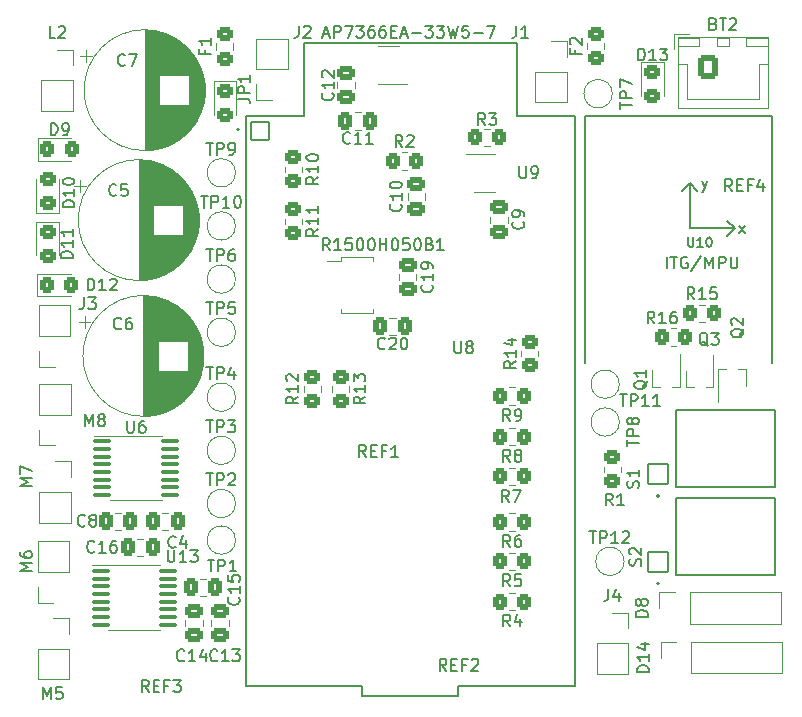
<source format=gto>
G04 #@! TF.GenerationSoftware,KiCad,Pcbnew,7.0.8*
G04 #@! TF.CreationDate,2023-11-03T23:08:19-04:00*
G04 #@! TF.ProjectId,robot,726f626f-742e-46b6-9963-61645f706362,rev?*
G04 #@! TF.SameCoordinates,Original*
G04 #@! TF.FileFunction,Legend,Top*
G04 #@! TF.FilePolarity,Positive*
%FSLAX46Y46*%
G04 Gerber Fmt 4.6, Leading zero omitted, Abs format (unit mm)*
G04 Created by KiCad (PCBNEW 7.0.8) date 2023-11-03 23:08:19*
%MOMM*%
%LPD*%
G01*
G04 APERTURE LIST*
G04 Aperture macros list*
%AMRoundRect*
0 Rectangle with rounded corners*
0 $1 Rounding radius*
0 $2 $3 $4 $5 $6 $7 $8 $9 X,Y pos of 4 corners*
0 Add a 4 corners polygon primitive as box body*
4,1,4,$2,$3,$4,$5,$6,$7,$8,$9,$2,$3,0*
0 Add four circle primitives for the rounded corners*
1,1,$1+$1,$2,$3*
1,1,$1+$1,$4,$5*
1,1,$1+$1,$6,$7*
1,1,$1+$1,$8,$9*
0 Add four rect primitives between the rounded corners*
20,1,$1+$1,$2,$3,$4,$5,0*
20,1,$1+$1,$4,$5,$6,$7,0*
20,1,$1+$1,$6,$7,$8,$9,0*
20,1,$1+$1,$8,$9,$2,$3,0*%
%AMFreePoly0*
4,1,13,0.900000,0.500000,2.600000,0.500000,2.600000,-0.500000,0.900000,-0.500000,0.400000,-1.000000,-0.400000,-1.000000,-0.900000,-0.500000,-2.600000,-0.500000,-2.600000,0.500000,-0.900000,0.500000,-0.400000,1.000000,0.400000,1.000000,0.900000,0.500000,0.900000,0.500000,$1*%
G04 Aperture macros list end*
%ADD10C,0.150000*%
%ADD11C,0.127000*%
%ADD12C,0.120000*%
%ADD13C,0.200000*%
%ADD14O,3.760000X1.982000*%
%ADD15RoundRect,0.250000X-0.350000X-0.450000X0.350000X-0.450000X0.350000X0.450000X-0.350000X0.450000X0*%
%ADD16RoundRect,0.250000X0.350000X0.450000X-0.350000X0.450000X-0.350000X-0.450000X0.350000X-0.450000X0*%
%ADD17RoundRect,0.250000X0.450000X-0.325000X0.450000X0.325000X-0.450000X0.325000X-0.450000X-0.325000X0*%
%ADD18R,1.700000X1.700000*%
%ADD19O,1.700000X1.700000*%
%ADD20RoundRect,0.250000X-0.475000X0.337500X-0.475000X-0.337500X0.475000X-0.337500X0.475000X0.337500X0*%
%ADD21RoundRect,0.250000X-0.325000X-0.450000X0.325000X-0.450000X0.325000X0.450000X-0.325000X0.450000X0*%
%ADD22RoundRect,0.250000X0.475000X-0.337500X0.475000X0.337500X-0.475000X0.337500X-0.475000X-0.337500X0*%
%ADD23RoundRect,0.102000X0.825000X-0.825000X0.825000X0.825000X-0.825000X0.825000X-0.825000X-0.825000X0*%
%ADD24C,1.854000*%
%ADD25RoundRect,0.250000X0.450000X-0.350000X0.450000X0.350000X-0.450000X0.350000X-0.450000X-0.350000X0*%
%ADD26C,2.000000*%
%ADD27R,2.000000X2.000000*%
%ADD28RoundRect,0.250000X-0.450000X0.325000X-0.450000X-0.325000X0.450000X-0.325000X0.450000X0.325000X0*%
%ADD29C,3.800000*%
%ADD30RoundRect,0.100000X-0.637500X-0.100000X0.637500X-0.100000X0.637500X0.100000X-0.637500X0.100000X0*%
%ADD31R,1.560000X0.650000*%
%ADD32RoundRect,0.250000X-0.450000X0.350000X-0.450000X-0.350000X0.450000X-0.350000X0.450000X0.350000X0*%
%ADD33RoundRect,0.250000X0.337500X0.475000X-0.337500X0.475000X-0.337500X-0.475000X0.337500X-0.475000X0*%
%ADD34R,0.450000X1.500000*%
%ADD35RoundRect,0.250000X-0.337500X-0.475000X0.337500X-0.475000X0.337500X0.475000X-0.337500X0.475000X0*%
%ADD36R,1.500000X0.700000*%
%ADD37FreePoly0,0.000000*%
%ADD38RoundRect,0.250000X-0.600000X-0.750000X0.600000X-0.750000X0.600000X0.750000X-0.600000X0.750000X0*%
%ADD39O,1.700000X2.000000*%
%ADD40RoundRect,0.102000X-0.765000X-0.765000X0.765000X-0.765000X0.765000X0.765000X-0.765000X0.765000X0*%
%ADD41C,1.734000*%
G04 APERTURE END LIST*
D10*
X214025121Y-74969065D02*
X214025121Y-75606486D01*
X214025121Y-75606486D02*
X214062617Y-75681476D01*
X214062617Y-75681476D02*
X214100112Y-75718972D01*
X214100112Y-75718972D02*
X214175103Y-75756467D01*
X214175103Y-75756467D02*
X214325084Y-75756467D01*
X214325084Y-75756467D02*
X214400075Y-75718972D01*
X214400075Y-75718972D02*
X214437570Y-75681476D01*
X214437570Y-75681476D02*
X214475065Y-75606486D01*
X214475065Y-75606486D02*
X214475065Y-74969065D01*
X215262467Y-75756467D02*
X214812523Y-75756467D01*
X215037495Y-75756467D02*
X215037495Y-74969065D01*
X215037495Y-74969065D02*
X214962504Y-75081551D01*
X214962504Y-75081551D02*
X214887514Y-75156542D01*
X214887514Y-75156542D02*
X214812523Y-75194037D01*
X215749907Y-74969065D02*
X215824897Y-74969065D01*
X215824897Y-74969065D02*
X215899888Y-75006560D01*
X215899888Y-75006560D02*
X215937383Y-75044056D01*
X215937383Y-75044056D02*
X215974879Y-75119046D01*
X215974879Y-75119046D02*
X216012374Y-75269028D01*
X216012374Y-75269028D02*
X216012374Y-75456504D01*
X216012374Y-75456504D02*
X215974879Y-75606486D01*
X215974879Y-75606486D02*
X215937383Y-75681476D01*
X215937383Y-75681476D02*
X215899888Y-75718972D01*
X215899888Y-75718972D02*
X215824897Y-75756467D01*
X215824897Y-75756467D02*
X215749907Y-75756467D01*
X215749907Y-75756467D02*
X215674916Y-75718972D01*
X215674916Y-75718972D02*
X215637421Y-75681476D01*
X215637421Y-75681476D02*
X215599925Y-75606486D01*
X215599925Y-75606486D02*
X215562430Y-75456504D01*
X215562430Y-75456504D02*
X215562430Y-75269028D01*
X215562430Y-75269028D02*
X215599925Y-75119046D01*
X215599925Y-75119046D02*
X215637421Y-75044056D01*
X215637421Y-75044056D02*
X215674916Y-75006560D01*
X215674916Y-75006560D02*
X215749907Y-74969065D01*
X215181905Y-70158152D02*
X215420000Y-70824819D01*
X215658095Y-70158152D02*
X215420000Y-70824819D01*
X215420000Y-70824819D02*
X215324762Y-71062914D01*
X215324762Y-71062914D02*
X215277143Y-71110533D01*
X215277143Y-71110533D02*
X215181905Y-71158152D01*
X212197500Y-77587319D02*
X212197500Y-76587319D01*
X212530833Y-76587319D02*
X213102261Y-76587319D01*
X212816547Y-77587319D02*
X212816547Y-76587319D01*
X213959404Y-76634938D02*
X213864166Y-76587319D01*
X213864166Y-76587319D02*
X213721309Y-76587319D01*
X213721309Y-76587319D02*
X213578452Y-76634938D01*
X213578452Y-76634938D02*
X213483214Y-76730176D01*
X213483214Y-76730176D02*
X213435595Y-76825414D01*
X213435595Y-76825414D02*
X213387976Y-77015890D01*
X213387976Y-77015890D02*
X213387976Y-77158747D01*
X213387976Y-77158747D02*
X213435595Y-77349223D01*
X213435595Y-77349223D02*
X213483214Y-77444461D01*
X213483214Y-77444461D02*
X213578452Y-77539700D01*
X213578452Y-77539700D02*
X213721309Y-77587319D01*
X213721309Y-77587319D02*
X213816547Y-77587319D01*
X213816547Y-77587319D02*
X213959404Y-77539700D01*
X213959404Y-77539700D02*
X214007023Y-77492080D01*
X214007023Y-77492080D02*
X214007023Y-77158747D01*
X214007023Y-77158747D02*
X213816547Y-77158747D01*
X215149880Y-76539700D02*
X214292738Y-77825414D01*
X215483214Y-77587319D02*
X215483214Y-76587319D01*
X215483214Y-76587319D02*
X215816547Y-77301604D01*
X215816547Y-77301604D02*
X216149880Y-76587319D01*
X216149880Y-76587319D02*
X216149880Y-77587319D01*
X216626071Y-77587319D02*
X216626071Y-76587319D01*
X216626071Y-76587319D02*
X217007023Y-76587319D01*
X217007023Y-76587319D02*
X217102261Y-76634938D01*
X217102261Y-76634938D02*
X217149880Y-76682557D01*
X217149880Y-76682557D02*
X217197499Y-76777795D01*
X217197499Y-76777795D02*
X217197499Y-76920652D01*
X217197499Y-76920652D02*
X217149880Y-77015890D01*
X217149880Y-77015890D02*
X217102261Y-77063509D01*
X217102261Y-77063509D02*
X217007023Y-77111128D01*
X217007023Y-77111128D02*
X216626071Y-77111128D01*
X217626071Y-76587319D02*
X217626071Y-77396842D01*
X217626071Y-77396842D02*
X217673690Y-77492080D01*
X217673690Y-77492080D02*
X217721309Y-77539700D01*
X217721309Y-77539700D02*
X217816547Y-77587319D01*
X217816547Y-77587319D02*
X218007023Y-77587319D01*
X218007023Y-77587319D02*
X218102261Y-77539700D01*
X218102261Y-77539700D02*
X218149880Y-77492080D01*
X218149880Y-77492080D02*
X218197499Y-77396842D01*
X218197499Y-77396842D02*
X218197499Y-76587319D01*
X218333095Y-74634819D02*
X218856904Y-73968152D01*
X218333095Y-73968152D02*
X218856904Y-74634819D01*
X214557142Y-80204819D02*
X214223809Y-79728628D01*
X213985714Y-80204819D02*
X213985714Y-79204819D01*
X213985714Y-79204819D02*
X214366666Y-79204819D01*
X214366666Y-79204819D02*
X214461904Y-79252438D01*
X214461904Y-79252438D02*
X214509523Y-79300057D01*
X214509523Y-79300057D02*
X214557142Y-79395295D01*
X214557142Y-79395295D02*
X214557142Y-79538152D01*
X214557142Y-79538152D02*
X214509523Y-79633390D01*
X214509523Y-79633390D02*
X214461904Y-79681009D01*
X214461904Y-79681009D02*
X214366666Y-79728628D01*
X214366666Y-79728628D02*
X213985714Y-79728628D01*
X215509523Y-80204819D02*
X214938095Y-80204819D01*
X215223809Y-80204819D02*
X215223809Y-79204819D01*
X215223809Y-79204819D02*
X215128571Y-79347676D01*
X215128571Y-79347676D02*
X215033333Y-79442914D01*
X215033333Y-79442914D02*
X214938095Y-79490533D01*
X216414285Y-79204819D02*
X215938095Y-79204819D01*
X215938095Y-79204819D02*
X215890476Y-79681009D01*
X215890476Y-79681009D02*
X215938095Y-79633390D01*
X215938095Y-79633390D02*
X216033333Y-79585771D01*
X216033333Y-79585771D02*
X216271428Y-79585771D01*
X216271428Y-79585771D02*
X216366666Y-79633390D01*
X216366666Y-79633390D02*
X216414285Y-79681009D01*
X216414285Y-79681009D02*
X216461904Y-79776247D01*
X216461904Y-79776247D02*
X216461904Y-80014342D01*
X216461904Y-80014342D02*
X216414285Y-80109580D01*
X216414285Y-80109580D02*
X216366666Y-80157200D01*
X216366666Y-80157200D02*
X216271428Y-80204819D01*
X216271428Y-80204819D02*
X216033333Y-80204819D01*
X216033333Y-80204819D02*
X215938095Y-80157200D01*
X215938095Y-80157200D02*
X215890476Y-80109580D01*
X211157142Y-82254819D02*
X210823809Y-81778628D01*
X210585714Y-82254819D02*
X210585714Y-81254819D01*
X210585714Y-81254819D02*
X210966666Y-81254819D01*
X210966666Y-81254819D02*
X211061904Y-81302438D01*
X211061904Y-81302438D02*
X211109523Y-81350057D01*
X211109523Y-81350057D02*
X211157142Y-81445295D01*
X211157142Y-81445295D02*
X211157142Y-81588152D01*
X211157142Y-81588152D02*
X211109523Y-81683390D01*
X211109523Y-81683390D02*
X211061904Y-81731009D01*
X211061904Y-81731009D02*
X210966666Y-81778628D01*
X210966666Y-81778628D02*
X210585714Y-81778628D01*
X212109523Y-82254819D02*
X211538095Y-82254819D01*
X211823809Y-82254819D02*
X211823809Y-81254819D01*
X211823809Y-81254819D02*
X211728571Y-81397676D01*
X211728571Y-81397676D02*
X211633333Y-81492914D01*
X211633333Y-81492914D02*
X211538095Y-81540533D01*
X212966666Y-81254819D02*
X212776190Y-81254819D01*
X212776190Y-81254819D02*
X212680952Y-81302438D01*
X212680952Y-81302438D02*
X212633333Y-81350057D01*
X212633333Y-81350057D02*
X212538095Y-81492914D01*
X212538095Y-81492914D02*
X212490476Y-81683390D01*
X212490476Y-81683390D02*
X212490476Y-82064342D01*
X212490476Y-82064342D02*
X212538095Y-82159580D01*
X212538095Y-82159580D02*
X212585714Y-82207200D01*
X212585714Y-82207200D02*
X212680952Y-82254819D01*
X212680952Y-82254819D02*
X212871428Y-82254819D01*
X212871428Y-82254819D02*
X212966666Y-82207200D01*
X212966666Y-82207200D02*
X213014285Y-82159580D01*
X213014285Y-82159580D02*
X213061904Y-82064342D01*
X213061904Y-82064342D02*
X213061904Y-81826247D01*
X213061904Y-81826247D02*
X213014285Y-81731009D01*
X213014285Y-81731009D02*
X212966666Y-81683390D01*
X212966666Y-81683390D02*
X212871428Y-81635771D01*
X212871428Y-81635771D02*
X212680952Y-81635771D01*
X212680952Y-81635771D02*
X212585714Y-81683390D01*
X212585714Y-81683390D02*
X212538095Y-81731009D01*
X212538095Y-81731009D02*
X212490476Y-81826247D01*
X204481009Y-59108333D02*
X204481009Y-59441666D01*
X205004819Y-59441666D02*
X204004819Y-59441666D01*
X204004819Y-59441666D02*
X204004819Y-58965476D01*
X204100057Y-58632142D02*
X204052438Y-58584523D01*
X204052438Y-58584523D02*
X204004819Y-58489285D01*
X204004819Y-58489285D02*
X204004819Y-58251190D01*
X204004819Y-58251190D02*
X204052438Y-58155952D01*
X204052438Y-58155952D02*
X204100057Y-58108333D01*
X204100057Y-58108333D02*
X204195295Y-58060714D01*
X204195295Y-58060714D02*
X204290533Y-58060714D01*
X204290533Y-58060714D02*
X204433390Y-58108333D01*
X204433390Y-58108333D02*
X205004819Y-58679761D01*
X205004819Y-58679761D02*
X205004819Y-58060714D01*
X210704819Y-111774285D02*
X209704819Y-111774285D01*
X209704819Y-111774285D02*
X209704819Y-111536190D01*
X209704819Y-111536190D02*
X209752438Y-111393333D01*
X209752438Y-111393333D02*
X209847676Y-111298095D01*
X209847676Y-111298095D02*
X209942914Y-111250476D01*
X209942914Y-111250476D02*
X210133390Y-111202857D01*
X210133390Y-111202857D02*
X210276247Y-111202857D01*
X210276247Y-111202857D02*
X210466723Y-111250476D01*
X210466723Y-111250476D02*
X210561961Y-111298095D01*
X210561961Y-111298095D02*
X210657200Y-111393333D01*
X210657200Y-111393333D02*
X210704819Y-111536190D01*
X210704819Y-111536190D02*
X210704819Y-111774285D01*
X210704819Y-110250476D02*
X210704819Y-110821904D01*
X210704819Y-110536190D02*
X209704819Y-110536190D01*
X209704819Y-110536190D02*
X209847676Y-110631428D01*
X209847676Y-110631428D02*
X209942914Y-110726666D01*
X209942914Y-110726666D02*
X209990533Y-110821904D01*
X210038152Y-109393333D02*
X210704819Y-109393333D01*
X209657200Y-109631428D02*
X210371485Y-109869523D01*
X210371485Y-109869523D02*
X210371485Y-109250476D01*
X192309580Y-78982857D02*
X192357200Y-79030476D01*
X192357200Y-79030476D02*
X192404819Y-79173333D01*
X192404819Y-79173333D02*
X192404819Y-79268571D01*
X192404819Y-79268571D02*
X192357200Y-79411428D01*
X192357200Y-79411428D02*
X192261961Y-79506666D01*
X192261961Y-79506666D02*
X192166723Y-79554285D01*
X192166723Y-79554285D02*
X191976247Y-79601904D01*
X191976247Y-79601904D02*
X191833390Y-79601904D01*
X191833390Y-79601904D02*
X191642914Y-79554285D01*
X191642914Y-79554285D02*
X191547676Y-79506666D01*
X191547676Y-79506666D02*
X191452438Y-79411428D01*
X191452438Y-79411428D02*
X191404819Y-79268571D01*
X191404819Y-79268571D02*
X191404819Y-79173333D01*
X191404819Y-79173333D02*
X191452438Y-79030476D01*
X191452438Y-79030476D02*
X191500057Y-78982857D01*
X192404819Y-78030476D02*
X192404819Y-78601904D01*
X192404819Y-78316190D02*
X191404819Y-78316190D01*
X191404819Y-78316190D02*
X191547676Y-78411428D01*
X191547676Y-78411428D02*
X191642914Y-78506666D01*
X191642914Y-78506666D02*
X191690533Y-78601904D01*
X192404819Y-77554285D02*
X192404819Y-77363809D01*
X192404819Y-77363809D02*
X192357200Y-77268571D01*
X192357200Y-77268571D02*
X192309580Y-77220952D01*
X192309580Y-77220952D02*
X192166723Y-77125714D01*
X192166723Y-77125714D02*
X191976247Y-77078095D01*
X191976247Y-77078095D02*
X191595295Y-77078095D01*
X191595295Y-77078095D02*
X191500057Y-77125714D01*
X191500057Y-77125714D02*
X191452438Y-77173333D01*
X191452438Y-77173333D02*
X191404819Y-77268571D01*
X191404819Y-77268571D02*
X191404819Y-77459047D01*
X191404819Y-77459047D02*
X191452438Y-77554285D01*
X191452438Y-77554285D02*
X191500057Y-77601904D01*
X191500057Y-77601904D02*
X191595295Y-77649523D01*
X191595295Y-77649523D02*
X191833390Y-77649523D01*
X191833390Y-77649523D02*
X191928628Y-77601904D01*
X191928628Y-77601904D02*
X191976247Y-77554285D01*
X191976247Y-77554285D02*
X192023866Y-77459047D01*
X192023866Y-77459047D02*
X192023866Y-77268571D01*
X192023866Y-77268571D02*
X191976247Y-77173333D01*
X191976247Y-77173333D02*
X191928628Y-77125714D01*
X191928628Y-77125714D02*
X191833390Y-77078095D01*
X198953333Y-101164819D02*
X198620000Y-100688628D01*
X198381905Y-101164819D02*
X198381905Y-100164819D01*
X198381905Y-100164819D02*
X198762857Y-100164819D01*
X198762857Y-100164819D02*
X198858095Y-100212438D01*
X198858095Y-100212438D02*
X198905714Y-100260057D01*
X198905714Y-100260057D02*
X198953333Y-100355295D01*
X198953333Y-100355295D02*
X198953333Y-100498152D01*
X198953333Y-100498152D02*
X198905714Y-100593390D01*
X198905714Y-100593390D02*
X198858095Y-100641009D01*
X198858095Y-100641009D02*
X198762857Y-100688628D01*
X198762857Y-100688628D02*
X198381905Y-100688628D01*
X199810476Y-100164819D02*
X199620000Y-100164819D01*
X199620000Y-100164819D02*
X199524762Y-100212438D01*
X199524762Y-100212438D02*
X199477143Y-100260057D01*
X199477143Y-100260057D02*
X199381905Y-100402914D01*
X199381905Y-100402914D02*
X199334286Y-100593390D01*
X199334286Y-100593390D02*
X199334286Y-100974342D01*
X199334286Y-100974342D02*
X199381905Y-101069580D01*
X199381905Y-101069580D02*
X199429524Y-101117200D01*
X199429524Y-101117200D02*
X199524762Y-101164819D01*
X199524762Y-101164819D02*
X199715238Y-101164819D01*
X199715238Y-101164819D02*
X199810476Y-101117200D01*
X199810476Y-101117200D02*
X199858095Y-101069580D01*
X199858095Y-101069580D02*
X199905714Y-100974342D01*
X199905714Y-100974342D02*
X199905714Y-100736247D01*
X199905714Y-100736247D02*
X199858095Y-100641009D01*
X199858095Y-100641009D02*
X199810476Y-100593390D01*
X199810476Y-100593390D02*
X199715238Y-100545771D01*
X199715238Y-100545771D02*
X199524762Y-100545771D01*
X199524762Y-100545771D02*
X199429524Y-100593390D01*
X199429524Y-100593390D02*
X199381905Y-100641009D01*
X199381905Y-100641009D02*
X199334286Y-100736247D01*
X163185714Y-79454819D02*
X163185714Y-78454819D01*
X163185714Y-78454819D02*
X163423809Y-78454819D01*
X163423809Y-78454819D02*
X163566666Y-78502438D01*
X163566666Y-78502438D02*
X163661904Y-78597676D01*
X163661904Y-78597676D02*
X163709523Y-78692914D01*
X163709523Y-78692914D02*
X163757142Y-78883390D01*
X163757142Y-78883390D02*
X163757142Y-79026247D01*
X163757142Y-79026247D02*
X163709523Y-79216723D01*
X163709523Y-79216723D02*
X163661904Y-79311961D01*
X163661904Y-79311961D02*
X163566666Y-79407200D01*
X163566666Y-79407200D02*
X163423809Y-79454819D01*
X163423809Y-79454819D02*
X163185714Y-79454819D01*
X164709523Y-79454819D02*
X164138095Y-79454819D01*
X164423809Y-79454819D02*
X164423809Y-78454819D01*
X164423809Y-78454819D02*
X164328571Y-78597676D01*
X164328571Y-78597676D02*
X164233333Y-78692914D01*
X164233333Y-78692914D02*
X164138095Y-78740533D01*
X165090476Y-78550057D02*
X165138095Y-78502438D01*
X165138095Y-78502438D02*
X165233333Y-78454819D01*
X165233333Y-78454819D02*
X165471428Y-78454819D01*
X165471428Y-78454819D02*
X165566666Y-78502438D01*
X165566666Y-78502438D02*
X165614285Y-78550057D01*
X165614285Y-78550057D02*
X165661904Y-78645295D01*
X165661904Y-78645295D02*
X165661904Y-78740533D01*
X165661904Y-78740533D02*
X165614285Y-78883390D01*
X165614285Y-78883390D02*
X165042857Y-79454819D01*
X165042857Y-79454819D02*
X165661904Y-79454819D01*
X196833333Y-65454819D02*
X196500000Y-64978628D01*
X196261905Y-65454819D02*
X196261905Y-64454819D01*
X196261905Y-64454819D02*
X196642857Y-64454819D01*
X196642857Y-64454819D02*
X196738095Y-64502438D01*
X196738095Y-64502438D02*
X196785714Y-64550057D01*
X196785714Y-64550057D02*
X196833333Y-64645295D01*
X196833333Y-64645295D02*
X196833333Y-64788152D01*
X196833333Y-64788152D02*
X196785714Y-64883390D01*
X196785714Y-64883390D02*
X196738095Y-64931009D01*
X196738095Y-64931009D02*
X196642857Y-64978628D01*
X196642857Y-64978628D02*
X196261905Y-64978628D01*
X197166667Y-64454819D02*
X197785714Y-64454819D01*
X197785714Y-64454819D02*
X197452381Y-64835771D01*
X197452381Y-64835771D02*
X197595238Y-64835771D01*
X197595238Y-64835771D02*
X197690476Y-64883390D01*
X197690476Y-64883390D02*
X197738095Y-64931009D01*
X197738095Y-64931009D02*
X197785714Y-65026247D01*
X197785714Y-65026247D02*
X197785714Y-65264342D01*
X197785714Y-65264342D02*
X197738095Y-65359580D01*
X197738095Y-65359580D02*
X197690476Y-65407200D01*
X197690476Y-65407200D02*
X197595238Y-65454819D01*
X197595238Y-65454819D02*
X197309524Y-65454819D01*
X197309524Y-65454819D02*
X197214286Y-65407200D01*
X197214286Y-65407200D02*
X197166667Y-65359580D01*
X162970476Y-90954819D02*
X162970476Y-89954819D01*
X162970476Y-89954819D02*
X163303809Y-90669104D01*
X163303809Y-90669104D02*
X163637142Y-89954819D01*
X163637142Y-89954819D02*
X163637142Y-90954819D01*
X164256190Y-90383390D02*
X164160952Y-90335771D01*
X164160952Y-90335771D02*
X164113333Y-90288152D01*
X164113333Y-90288152D02*
X164065714Y-90192914D01*
X164065714Y-90192914D02*
X164065714Y-90145295D01*
X164065714Y-90145295D02*
X164113333Y-90050057D01*
X164113333Y-90050057D02*
X164160952Y-90002438D01*
X164160952Y-90002438D02*
X164256190Y-89954819D01*
X164256190Y-89954819D02*
X164446666Y-89954819D01*
X164446666Y-89954819D02*
X164541904Y-90002438D01*
X164541904Y-90002438D02*
X164589523Y-90050057D01*
X164589523Y-90050057D02*
X164637142Y-90145295D01*
X164637142Y-90145295D02*
X164637142Y-90192914D01*
X164637142Y-90192914D02*
X164589523Y-90288152D01*
X164589523Y-90288152D02*
X164541904Y-90335771D01*
X164541904Y-90335771D02*
X164446666Y-90383390D01*
X164446666Y-90383390D02*
X164256190Y-90383390D01*
X164256190Y-90383390D02*
X164160952Y-90431009D01*
X164160952Y-90431009D02*
X164113333Y-90478628D01*
X164113333Y-90478628D02*
X164065714Y-90573866D01*
X164065714Y-90573866D02*
X164065714Y-90764342D01*
X164065714Y-90764342D02*
X164113333Y-90859580D01*
X164113333Y-90859580D02*
X164160952Y-90907200D01*
X164160952Y-90907200D02*
X164256190Y-90954819D01*
X164256190Y-90954819D02*
X164446666Y-90954819D01*
X164446666Y-90954819D02*
X164541904Y-90907200D01*
X164541904Y-90907200D02*
X164589523Y-90859580D01*
X164589523Y-90859580D02*
X164637142Y-90764342D01*
X164637142Y-90764342D02*
X164637142Y-90573866D01*
X164637142Y-90573866D02*
X164589523Y-90478628D01*
X164589523Y-90478628D02*
X164541904Y-90431009D01*
X164541904Y-90431009D02*
X164446666Y-90383390D01*
X189679580Y-72142857D02*
X189727200Y-72190476D01*
X189727200Y-72190476D02*
X189774819Y-72333333D01*
X189774819Y-72333333D02*
X189774819Y-72428571D01*
X189774819Y-72428571D02*
X189727200Y-72571428D01*
X189727200Y-72571428D02*
X189631961Y-72666666D01*
X189631961Y-72666666D02*
X189536723Y-72714285D01*
X189536723Y-72714285D02*
X189346247Y-72761904D01*
X189346247Y-72761904D02*
X189203390Y-72761904D01*
X189203390Y-72761904D02*
X189012914Y-72714285D01*
X189012914Y-72714285D02*
X188917676Y-72666666D01*
X188917676Y-72666666D02*
X188822438Y-72571428D01*
X188822438Y-72571428D02*
X188774819Y-72428571D01*
X188774819Y-72428571D02*
X188774819Y-72333333D01*
X188774819Y-72333333D02*
X188822438Y-72190476D01*
X188822438Y-72190476D02*
X188870057Y-72142857D01*
X189774819Y-71190476D02*
X189774819Y-71761904D01*
X189774819Y-71476190D02*
X188774819Y-71476190D01*
X188774819Y-71476190D02*
X188917676Y-71571428D01*
X188917676Y-71571428D02*
X189012914Y-71666666D01*
X189012914Y-71666666D02*
X189060533Y-71761904D01*
X188774819Y-70571428D02*
X188774819Y-70476190D01*
X188774819Y-70476190D02*
X188822438Y-70380952D01*
X188822438Y-70380952D02*
X188870057Y-70333333D01*
X188870057Y-70333333D02*
X188965295Y-70285714D01*
X188965295Y-70285714D02*
X189155771Y-70238095D01*
X189155771Y-70238095D02*
X189393866Y-70238095D01*
X189393866Y-70238095D02*
X189584342Y-70285714D01*
X189584342Y-70285714D02*
X189679580Y-70333333D01*
X189679580Y-70333333D02*
X189727200Y-70380952D01*
X189727200Y-70380952D02*
X189774819Y-70476190D01*
X189774819Y-70476190D02*
X189774819Y-70571428D01*
X189774819Y-70571428D02*
X189727200Y-70666666D01*
X189727200Y-70666666D02*
X189679580Y-70714285D01*
X189679580Y-70714285D02*
X189584342Y-70761904D01*
X189584342Y-70761904D02*
X189393866Y-70809523D01*
X189393866Y-70809523D02*
X189155771Y-70809523D01*
X189155771Y-70809523D02*
X188965295Y-70761904D01*
X188965295Y-70761904D02*
X188870057Y-70714285D01*
X188870057Y-70714285D02*
X188822438Y-70666666D01*
X188822438Y-70666666D02*
X188774819Y-70571428D01*
X198953333Y-107904819D02*
X198620000Y-107428628D01*
X198381905Y-107904819D02*
X198381905Y-106904819D01*
X198381905Y-106904819D02*
X198762857Y-106904819D01*
X198762857Y-106904819D02*
X198858095Y-106952438D01*
X198858095Y-106952438D02*
X198905714Y-107000057D01*
X198905714Y-107000057D02*
X198953333Y-107095295D01*
X198953333Y-107095295D02*
X198953333Y-107238152D01*
X198953333Y-107238152D02*
X198905714Y-107333390D01*
X198905714Y-107333390D02*
X198858095Y-107381009D01*
X198858095Y-107381009D02*
X198762857Y-107428628D01*
X198762857Y-107428628D02*
X198381905Y-107428628D01*
X199810476Y-107238152D02*
X199810476Y-107904819D01*
X199572381Y-106857200D02*
X199334286Y-107571485D01*
X199334286Y-107571485D02*
X199953333Y-107571485D01*
X209807200Y-96161904D02*
X209854819Y-96019047D01*
X209854819Y-96019047D02*
X209854819Y-95780952D01*
X209854819Y-95780952D02*
X209807200Y-95685714D01*
X209807200Y-95685714D02*
X209759580Y-95638095D01*
X209759580Y-95638095D02*
X209664342Y-95590476D01*
X209664342Y-95590476D02*
X209569104Y-95590476D01*
X209569104Y-95590476D02*
X209473866Y-95638095D01*
X209473866Y-95638095D02*
X209426247Y-95685714D01*
X209426247Y-95685714D02*
X209378628Y-95780952D01*
X209378628Y-95780952D02*
X209331009Y-95971428D01*
X209331009Y-95971428D02*
X209283390Y-96066666D01*
X209283390Y-96066666D02*
X209235771Y-96114285D01*
X209235771Y-96114285D02*
X209140533Y-96161904D01*
X209140533Y-96161904D02*
X209045295Y-96161904D01*
X209045295Y-96161904D02*
X208950057Y-96114285D01*
X208950057Y-96114285D02*
X208902438Y-96066666D01*
X208902438Y-96066666D02*
X208854819Y-95971428D01*
X208854819Y-95971428D02*
X208854819Y-95733333D01*
X208854819Y-95733333D02*
X208902438Y-95590476D01*
X209854819Y-94638095D02*
X209854819Y-95209523D01*
X209854819Y-94923809D02*
X208854819Y-94923809D01*
X208854819Y-94923809D02*
X208997676Y-95019047D01*
X208997676Y-95019047D02*
X209092914Y-95114285D01*
X209092914Y-95114285D02*
X209140533Y-95209523D01*
X181004819Y-88442857D02*
X180528628Y-88776190D01*
X181004819Y-89014285D02*
X180004819Y-89014285D01*
X180004819Y-89014285D02*
X180004819Y-88633333D01*
X180004819Y-88633333D02*
X180052438Y-88538095D01*
X180052438Y-88538095D02*
X180100057Y-88490476D01*
X180100057Y-88490476D02*
X180195295Y-88442857D01*
X180195295Y-88442857D02*
X180338152Y-88442857D01*
X180338152Y-88442857D02*
X180433390Y-88490476D01*
X180433390Y-88490476D02*
X180481009Y-88538095D01*
X180481009Y-88538095D02*
X180528628Y-88633333D01*
X180528628Y-88633333D02*
X180528628Y-89014285D01*
X181004819Y-87490476D02*
X181004819Y-88061904D01*
X181004819Y-87776190D02*
X180004819Y-87776190D01*
X180004819Y-87776190D02*
X180147676Y-87871428D01*
X180147676Y-87871428D02*
X180242914Y-87966666D01*
X180242914Y-87966666D02*
X180290533Y-88061904D01*
X180100057Y-87109523D02*
X180052438Y-87061904D01*
X180052438Y-87061904D02*
X180004819Y-86966666D01*
X180004819Y-86966666D02*
X180004819Y-86728571D01*
X180004819Y-86728571D02*
X180052438Y-86633333D01*
X180052438Y-86633333D02*
X180100057Y-86585714D01*
X180100057Y-86585714D02*
X180195295Y-86538095D01*
X180195295Y-86538095D02*
X180290533Y-86538095D01*
X180290533Y-86538095D02*
X180433390Y-86585714D01*
X180433390Y-86585714D02*
X181004819Y-87157142D01*
X181004819Y-87157142D02*
X181004819Y-86538095D01*
X173238095Y-80456819D02*
X173809523Y-80456819D01*
X173523809Y-81456819D02*
X173523809Y-80456819D01*
X174142857Y-81456819D02*
X174142857Y-80456819D01*
X174142857Y-80456819D02*
X174523809Y-80456819D01*
X174523809Y-80456819D02*
X174619047Y-80504438D01*
X174619047Y-80504438D02*
X174666666Y-80552057D01*
X174666666Y-80552057D02*
X174714285Y-80647295D01*
X174714285Y-80647295D02*
X174714285Y-80790152D01*
X174714285Y-80790152D02*
X174666666Y-80885390D01*
X174666666Y-80885390D02*
X174619047Y-80933009D01*
X174619047Y-80933009D02*
X174523809Y-80980628D01*
X174523809Y-80980628D02*
X174142857Y-80980628D01*
X175619047Y-80456819D02*
X175142857Y-80456819D01*
X175142857Y-80456819D02*
X175095238Y-80933009D01*
X175095238Y-80933009D02*
X175142857Y-80885390D01*
X175142857Y-80885390D02*
X175238095Y-80837771D01*
X175238095Y-80837771D02*
X175476190Y-80837771D01*
X175476190Y-80837771D02*
X175571428Y-80885390D01*
X175571428Y-80885390D02*
X175619047Y-80933009D01*
X175619047Y-80933009D02*
X175666666Y-81028247D01*
X175666666Y-81028247D02*
X175666666Y-81266342D01*
X175666666Y-81266342D02*
X175619047Y-81361580D01*
X175619047Y-81361580D02*
X175571428Y-81409200D01*
X175571428Y-81409200D02*
X175476190Y-81456819D01*
X175476190Y-81456819D02*
X175238095Y-81456819D01*
X175238095Y-81456819D02*
X175142857Y-81409200D01*
X175142857Y-81409200D02*
X175095238Y-81361580D01*
X165613333Y-71359580D02*
X165565714Y-71407200D01*
X165565714Y-71407200D02*
X165422857Y-71454819D01*
X165422857Y-71454819D02*
X165327619Y-71454819D01*
X165327619Y-71454819D02*
X165184762Y-71407200D01*
X165184762Y-71407200D02*
X165089524Y-71311961D01*
X165089524Y-71311961D02*
X165041905Y-71216723D01*
X165041905Y-71216723D02*
X164994286Y-71026247D01*
X164994286Y-71026247D02*
X164994286Y-70883390D01*
X164994286Y-70883390D02*
X165041905Y-70692914D01*
X165041905Y-70692914D02*
X165089524Y-70597676D01*
X165089524Y-70597676D02*
X165184762Y-70502438D01*
X165184762Y-70502438D02*
X165327619Y-70454819D01*
X165327619Y-70454819D02*
X165422857Y-70454819D01*
X165422857Y-70454819D02*
X165565714Y-70502438D01*
X165565714Y-70502438D02*
X165613333Y-70550057D01*
X166518095Y-70454819D02*
X166041905Y-70454819D01*
X166041905Y-70454819D02*
X165994286Y-70931009D01*
X165994286Y-70931009D02*
X166041905Y-70883390D01*
X166041905Y-70883390D02*
X166137143Y-70835771D01*
X166137143Y-70835771D02*
X166375238Y-70835771D01*
X166375238Y-70835771D02*
X166470476Y-70883390D01*
X166470476Y-70883390D02*
X166518095Y-70931009D01*
X166518095Y-70931009D02*
X166565714Y-71026247D01*
X166565714Y-71026247D02*
X166565714Y-71264342D01*
X166565714Y-71264342D02*
X166518095Y-71359580D01*
X166518095Y-71359580D02*
X166470476Y-71407200D01*
X166470476Y-71407200D02*
X166375238Y-71454819D01*
X166375238Y-71454819D02*
X166137143Y-71454819D01*
X166137143Y-71454819D02*
X166041905Y-71407200D01*
X166041905Y-71407200D02*
X165994286Y-71359580D01*
X209785714Y-59979819D02*
X209785714Y-58979819D01*
X209785714Y-58979819D02*
X210023809Y-58979819D01*
X210023809Y-58979819D02*
X210166666Y-59027438D01*
X210166666Y-59027438D02*
X210261904Y-59122676D01*
X210261904Y-59122676D02*
X210309523Y-59217914D01*
X210309523Y-59217914D02*
X210357142Y-59408390D01*
X210357142Y-59408390D02*
X210357142Y-59551247D01*
X210357142Y-59551247D02*
X210309523Y-59741723D01*
X210309523Y-59741723D02*
X210261904Y-59836961D01*
X210261904Y-59836961D02*
X210166666Y-59932200D01*
X210166666Y-59932200D02*
X210023809Y-59979819D01*
X210023809Y-59979819D02*
X209785714Y-59979819D01*
X211309523Y-59979819D02*
X210738095Y-59979819D01*
X211023809Y-59979819D02*
X211023809Y-58979819D01*
X211023809Y-58979819D02*
X210928571Y-59122676D01*
X210928571Y-59122676D02*
X210833333Y-59217914D01*
X210833333Y-59217914D02*
X210738095Y-59265533D01*
X211642857Y-58979819D02*
X212261904Y-58979819D01*
X212261904Y-58979819D02*
X211928571Y-59360771D01*
X211928571Y-59360771D02*
X212071428Y-59360771D01*
X212071428Y-59360771D02*
X212166666Y-59408390D01*
X212166666Y-59408390D02*
X212214285Y-59456009D01*
X212214285Y-59456009D02*
X212261904Y-59551247D01*
X212261904Y-59551247D02*
X212261904Y-59789342D01*
X212261904Y-59789342D02*
X212214285Y-59884580D01*
X212214285Y-59884580D02*
X212166666Y-59932200D01*
X212166666Y-59932200D02*
X212071428Y-59979819D01*
X212071428Y-59979819D02*
X211785714Y-59979819D01*
X211785714Y-59979819D02*
X211690476Y-59932200D01*
X211690476Y-59932200D02*
X211642857Y-59884580D01*
X173338095Y-102254819D02*
X173909523Y-102254819D01*
X173623809Y-103254819D02*
X173623809Y-102254819D01*
X174242857Y-103254819D02*
X174242857Y-102254819D01*
X174242857Y-102254819D02*
X174623809Y-102254819D01*
X174623809Y-102254819D02*
X174719047Y-102302438D01*
X174719047Y-102302438D02*
X174766666Y-102350057D01*
X174766666Y-102350057D02*
X174814285Y-102445295D01*
X174814285Y-102445295D02*
X174814285Y-102588152D01*
X174814285Y-102588152D02*
X174766666Y-102683390D01*
X174766666Y-102683390D02*
X174719047Y-102731009D01*
X174719047Y-102731009D02*
X174623809Y-102778628D01*
X174623809Y-102778628D02*
X174242857Y-102778628D01*
X175766666Y-103254819D02*
X175195238Y-103254819D01*
X175480952Y-103254819D02*
X175480952Y-102254819D01*
X175480952Y-102254819D02*
X175385714Y-102397676D01*
X175385714Y-102397676D02*
X175290476Y-102492914D01*
X175290476Y-102492914D02*
X175195238Y-102540533D01*
X172761905Y-71456819D02*
X173333333Y-71456819D01*
X173047619Y-72456819D02*
X173047619Y-71456819D01*
X173666667Y-72456819D02*
X173666667Y-71456819D01*
X173666667Y-71456819D02*
X174047619Y-71456819D01*
X174047619Y-71456819D02*
X174142857Y-71504438D01*
X174142857Y-71504438D02*
X174190476Y-71552057D01*
X174190476Y-71552057D02*
X174238095Y-71647295D01*
X174238095Y-71647295D02*
X174238095Y-71790152D01*
X174238095Y-71790152D02*
X174190476Y-71885390D01*
X174190476Y-71885390D02*
X174142857Y-71933009D01*
X174142857Y-71933009D02*
X174047619Y-71980628D01*
X174047619Y-71980628D02*
X173666667Y-71980628D01*
X175190476Y-72456819D02*
X174619048Y-72456819D01*
X174904762Y-72456819D02*
X174904762Y-71456819D01*
X174904762Y-71456819D02*
X174809524Y-71599676D01*
X174809524Y-71599676D02*
X174714286Y-71694914D01*
X174714286Y-71694914D02*
X174619048Y-71742533D01*
X175809524Y-71456819D02*
X175904762Y-71456819D01*
X175904762Y-71456819D02*
X176000000Y-71504438D01*
X176000000Y-71504438D02*
X176047619Y-71552057D01*
X176047619Y-71552057D02*
X176095238Y-71647295D01*
X176095238Y-71647295D02*
X176142857Y-71837771D01*
X176142857Y-71837771D02*
X176142857Y-72075866D01*
X176142857Y-72075866D02*
X176095238Y-72266342D01*
X176095238Y-72266342D02*
X176047619Y-72361580D01*
X176047619Y-72361580D02*
X176000000Y-72409200D01*
X176000000Y-72409200D02*
X175904762Y-72456819D01*
X175904762Y-72456819D02*
X175809524Y-72456819D01*
X175809524Y-72456819D02*
X175714286Y-72409200D01*
X175714286Y-72409200D02*
X175666667Y-72361580D01*
X175666667Y-72361580D02*
X175619048Y-72266342D01*
X175619048Y-72266342D02*
X175571429Y-72075866D01*
X175571429Y-72075866D02*
X175571429Y-71837771D01*
X175571429Y-71837771D02*
X175619048Y-71647295D01*
X175619048Y-71647295D02*
X175666667Y-71552057D01*
X175666667Y-71552057D02*
X175714286Y-71504438D01*
X175714286Y-71504438D02*
X175809524Y-71456819D01*
X160433333Y-58084819D02*
X159957143Y-58084819D01*
X159957143Y-58084819D02*
X159957143Y-57084819D01*
X160719048Y-57180057D02*
X160766667Y-57132438D01*
X160766667Y-57132438D02*
X160861905Y-57084819D01*
X160861905Y-57084819D02*
X161100000Y-57084819D01*
X161100000Y-57084819D02*
X161195238Y-57132438D01*
X161195238Y-57132438D02*
X161242857Y-57180057D01*
X161242857Y-57180057D02*
X161290476Y-57275295D01*
X161290476Y-57275295D02*
X161290476Y-57370533D01*
X161290476Y-57370533D02*
X161242857Y-57513390D01*
X161242857Y-57513390D02*
X160671429Y-58084819D01*
X160671429Y-58084819D02*
X161290476Y-58084819D01*
X193552380Y-111654819D02*
X193219047Y-111178628D01*
X192980952Y-111654819D02*
X192980952Y-110654819D01*
X192980952Y-110654819D02*
X193361904Y-110654819D01*
X193361904Y-110654819D02*
X193457142Y-110702438D01*
X193457142Y-110702438D02*
X193504761Y-110750057D01*
X193504761Y-110750057D02*
X193552380Y-110845295D01*
X193552380Y-110845295D02*
X193552380Y-110988152D01*
X193552380Y-110988152D02*
X193504761Y-111083390D01*
X193504761Y-111083390D02*
X193457142Y-111131009D01*
X193457142Y-111131009D02*
X193361904Y-111178628D01*
X193361904Y-111178628D02*
X192980952Y-111178628D01*
X193980952Y-111131009D02*
X194314285Y-111131009D01*
X194457142Y-111654819D02*
X193980952Y-111654819D01*
X193980952Y-111654819D02*
X193980952Y-110654819D01*
X193980952Y-110654819D02*
X194457142Y-110654819D01*
X195219047Y-111131009D02*
X194885714Y-111131009D01*
X194885714Y-111654819D02*
X194885714Y-110654819D01*
X194885714Y-110654819D02*
X195361904Y-110654819D01*
X195695238Y-110750057D02*
X195742857Y-110702438D01*
X195742857Y-110702438D02*
X195838095Y-110654819D01*
X195838095Y-110654819D02*
X196076190Y-110654819D01*
X196076190Y-110654819D02*
X196171428Y-110702438D01*
X196171428Y-110702438D02*
X196219047Y-110750057D01*
X196219047Y-110750057D02*
X196266666Y-110845295D01*
X196266666Y-110845295D02*
X196266666Y-110940533D01*
X196266666Y-110940533D02*
X196219047Y-111083390D01*
X196219047Y-111083390D02*
X195647619Y-111654819D01*
X195647619Y-111654819D02*
X196266666Y-111654819D01*
X158454819Y-103209523D02*
X157454819Y-103209523D01*
X157454819Y-103209523D02*
X158169104Y-102876190D01*
X158169104Y-102876190D02*
X157454819Y-102542857D01*
X157454819Y-102542857D02*
X158454819Y-102542857D01*
X157454819Y-101638095D02*
X157454819Y-101828571D01*
X157454819Y-101828571D02*
X157502438Y-101923809D01*
X157502438Y-101923809D02*
X157550057Y-101971428D01*
X157550057Y-101971428D02*
X157692914Y-102066666D01*
X157692914Y-102066666D02*
X157883390Y-102114285D01*
X157883390Y-102114285D02*
X158264342Y-102114285D01*
X158264342Y-102114285D02*
X158359580Y-102066666D01*
X158359580Y-102066666D02*
X158407200Y-102019047D01*
X158407200Y-102019047D02*
X158454819Y-101923809D01*
X158454819Y-101923809D02*
X158454819Y-101733333D01*
X158454819Y-101733333D02*
X158407200Y-101638095D01*
X158407200Y-101638095D02*
X158359580Y-101590476D01*
X158359580Y-101590476D02*
X158264342Y-101542857D01*
X158264342Y-101542857D02*
X158026247Y-101542857D01*
X158026247Y-101542857D02*
X157931009Y-101590476D01*
X157931009Y-101590476D02*
X157883390Y-101638095D01*
X157883390Y-101638095D02*
X157835771Y-101733333D01*
X157835771Y-101733333D02*
X157835771Y-101923809D01*
X157835771Y-101923809D02*
X157883390Y-102019047D01*
X157883390Y-102019047D02*
X157931009Y-102066666D01*
X157931009Y-102066666D02*
X158026247Y-102114285D01*
X169961905Y-101454819D02*
X169961905Y-102264342D01*
X169961905Y-102264342D02*
X170009524Y-102359580D01*
X170009524Y-102359580D02*
X170057143Y-102407200D01*
X170057143Y-102407200D02*
X170152381Y-102454819D01*
X170152381Y-102454819D02*
X170342857Y-102454819D01*
X170342857Y-102454819D02*
X170438095Y-102407200D01*
X170438095Y-102407200D02*
X170485714Y-102359580D01*
X170485714Y-102359580D02*
X170533333Y-102264342D01*
X170533333Y-102264342D02*
X170533333Y-101454819D01*
X171533333Y-102454819D02*
X170961905Y-102454819D01*
X171247619Y-102454819D02*
X171247619Y-101454819D01*
X171247619Y-101454819D02*
X171152381Y-101597676D01*
X171152381Y-101597676D02*
X171057143Y-101692914D01*
X171057143Y-101692914D02*
X170961905Y-101740533D01*
X171866667Y-101454819D02*
X172485714Y-101454819D01*
X172485714Y-101454819D02*
X172152381Y-101835771D01*
X172152381Y-101835771D02*
X172295238Y-101835771D01*
X172295238Y-101835771D02*
X172390476Y-101883390D01*
X172390476Y-101883390D02*
X172438095Y-101931009D01*
X172438095Y-101931009D02*
X172485714Y-102026247D01*
X172485714Y-102026247D02*
X172485714Y-102264342D01*
X172485714Y-102264342D02*
X172438095Y-102359580D01*
X172438095Y-102359580D02*
X172390476Y-102407200D01*
X172390476Y-102407200D02*
X172295238Y-102454819D01*
X172295238Y-102454819D02*
X172009524Y-102454819D01*
X172009524Y-102454819D02*
X171914286Y-102407200D01*
X171914286Y-102407200D02*
X171866667Y-102359580D01*
X199738095Y-68954819D02*
X199738095Y-69764342D01*
X199738095Y-69764342D02*
X199785714Y-69859580D01*
X199785714Y-69859580D02*
X199833333Y-69907200D01*
X199833333Y-69907200D02*
X199928571Y-69954819D01*
X199928571Y-69954819D02*
X200119047Y-69954819D01*
X200119047Y-69954819D02*
X200214285Y-69907200D01*
X200214285Y-69907200D02*
X200261904Y-69859580D01*
X200261904Y-69859580D02*
X200309523Y-69764342D01*
X200309523Y-69764342D02*
X200309523Y-68954819D01*
X200833333Y-69954819D02*
X201023809Y-69954819D01*
X201023809Y-69954819D02*
X201119047Y-69907200D01*
X201119047Y-69907200D02*
X201166666Y-69859580D01*
X201166666Y-69859580D02*
X201261904Y-69716723D01*
X201261904Y-69716723D02*
X201309523Y-69526247D01*
X201309523Y-69526247D02*
X201309523Y-69145295D01*
X201309523Y-69145295D02*
X201261904Y-69050057D01*
X201261904Y-69050057D02*
X201214285Y-69002438D01*
X201214285Y-69002438D02*
X201119047Y-68954819D01*
X201119047Y-68954819D02*
X200928571Y-68954819D01*
X200928571Y-68954819D02*
X200833333Y-69002438D01*
X200833333Y-69002438D02*
X200785714Y-69050057D01*
X200785714Y-69050057D02*
X200738095Y-69145295D01*
X200738095Y-69145295D02*
X200738095Y-69383390D01*
X200738095Y-69383390D02*
X200785714Y-69478628D01*
X200785714Y-69478628D02*
X200833333Y-69526247D01*
X200833333Y-69526247D02*
X200928571Y-69573866D01*
X200928571Y-69573866D02*
X201119047Y-69573866D01*
X201119047Y-69573866D02*
X201214285Y-69526247D01*
X201214285Y-69526247D02*
X201261904Y-69478628D01*
X201261904Y-69478628D02*
X201309523Y-69383390D01*
X210007200Y-102761904D02*
X210054819Y-102619047D01*
X210054819Y-102619047D02*
X210054819Y-102380952D01*
X210054819Y-102380952D02*
X210007200Y-102285714D01*
X210007200Y-102285714D02*
X209959580Y-102238095D01*
X209959580Y-102238095D02*
X209864342Y-102190476D01*
X209864342Y-102190476D02*
X209769104Y-102190476D01*
X209769104Y-102190476D02*
X209673866Y-102238095D01*
X209673866Y-102238095D02*
X209626247Y-102285714D01*
X209626247Y-102285714D02*
X209578628Y-102380952D01*
X209578628Y-102380952D02*
X209531009Y-102571428D01*
X209531009Y-102571428D02*
X209483390Y-102666666D01*
X209483390Y-102666666D02*
X209435771Y-102714285D01*
X209435771Y-102714285D02*
X209340533Y-102761904D01*
X209340533Y-102761904D02*
X209245295Y-102761904D01*
X209245295Y-102761904D02*
X209150057Y-102714285D01*
X209150057Y-102714285D02*
X209102438Y-102666666D01*
X209102438Y-102666666D02*
X209054819Y-102571428D01*
X209054819Y-102571428D02*
X209054819Y-102333333D01*
X209054819Y-102333333D02*
X209102438Y-102190476D01*
X209150057Y-101809523D02*
X209102438Y-101761904D01*
X209102438Y-101761904D02*
X209054819Y-101666666D01*
X209054819Y-101666666D02*
X209054819Y-101428571D01*
X209054819Y-101428571D02*
X209102438Y-101333333D01*
X209102438Y-101333333D02*
X209150057Y-101285714D01*
X209150057Y-101285714D02*
X209245295Y-101238095D01*
X209245295Y-101238095D02*
X209340533Y-101238095D01*
X209340533Y-101238095D02*
X209483390Y-101285714D01*
X209483390Y-101285714D02*
X210054819Y-101857142D01*
X210054819Y-101857142D02*
X210054819Y-101238095D01*
X158454819Y-96009523D02*
X157454819Y-96009523D01*
X157454819Y-96009523D02*
X158169104Y-95676190D01*
X158169104Y-95676190D02*
X157454819Y-95342857D01*
X157454819Y-95342857D02*
X158454819Y-95342857D01*
X157454819Y-94961904D02*
X157454819Y-94295238D01*
X157454819Y-94295238D02*
X158454819Y-94723809D01*
X173238095Y-90456819D02*
X173809523Y-90456819D01*
X173523809Y-91456819D02*
X173523809Y-90456819D01*
X174142857Y-91456819D02*
X174142857Y-90456819D01*
X174142857Y-90456819D02*
X174523809Y-90456819D01*
X174523809Y-90456819D02*
X174619047Y-90504438D01*
X174619047Y-90504438D02*
X174666666Y-90552057D01*
X174666666Y-90552057D02*
X174714285Y-90647295D01*
X174714285Y-90647295D02*
X174714285Y-90790152D01*
X174714285Y-90790152D02*
X174666666Y-90885390D01*
X174666666Y-90885390D02*
X174619047Y-90933009D01*
X174619047Y-90933009D02*
X174523809Y-90980628D01*
X174523809Y-90980628D02*
X174142857Y-90980628D01*
X175047619Y-90456819D02*
X175666666Y-90456819D01*
X175666666Y-90456819D02*
X175333333Y-90837771D01*
X175333333Y-90837771D02*
X175476190Y-90837771D01*
X175476190Y-90837771D02*
X175571428Y-90885390D01*
X175571428Y-90885390D02*
X175619047Y-90933009D01*
X175619047Y-90933009D02*
X175666666Y-91028247D01*
X175666666Y-91028247D02*
X175666666Y-91266342D01*
X175666666Y-91266342D02*
X175619047Y-91361580D01*
X175619047Y-91361580D02*
X175571428Y-91409200D01*
X175571428Y-91409200D02*
X175476190Y-91456819D01*
X175476190Y-91456819D02*
X175190476Y-91456819D01*
X175190476Y-91456819D02*
X175095238Y-91409200D01*
X175095238Y-91409200D02*
X175047619Y-91361580D01*
X159390476Y-114054819D02*
X159390476Y-113054819D01*
X159390476Y-113054819D02*
X159723809Y-113769104D01*
X159723809Y-113769104D02*
X160057142Y-113054819D01*
X160057142Y-113054819D02*
X160057142Y-114054819D01*
X161009523Y-113054819D02*
X160533333Y-113054819D01*
X160533333Y-113054819D02*
X160485714Y-113531009D01*
X160485714Y-113531009D02*
X160533333Y-113483390D01*
X160533333Y-113483390D02*
X160628571Y-113435771D01*
X160628571Y-113435771D02*
X160866666Y-113435771D01*
X160866666Y-113435771D02*
X160961904Y-113483390D01*
X160961904Y-113483390D02*
X161009523Y-113531009D01*
X161009523Y-113531009D02*
X161057142Y-113626247D01*
X161057142Y-113626247D02*
X161057142Y-113864342D01*
X161057142Y-113864342D02*
X161009523Y-113959580D01*
X161009523Y-113959580D02*
X160961904Y-114007200D01*
X160961904Y-114007200D02*
X160866666Y-114054819D01*
X160866666Y-114054819D02*
X160628571Y-114054819D01*
X160628571Y-114054819D02*
X160533333Y-114007200D01*
X160533333Y-114007200D02*
X160485714Y-113959580D01*
X161909819Y-76714285D02*
X160909819Y-76714285D01*
X160909819Y-76714285D02*
X160909819Y-76476190D01*
X160909819Y-76476190D02*
X160957438Y-76333333D01*
X160957438Y-76333333D02*
X161052676Y-76238095D01*
X161052676Y-76238095D02*
X161147914Y-76190476D01*
X161147914Y-76190476D02*
X161338390Y-76142857D01*
X161338390Y-76142857D02*
X161481247Y-76142857D01*
X161481247Y-76142857D02*
X161671723Y-76190476D01*
X161671723Y-76190476D02*
X161766961Y-76238095D01*
X161766961Y-76238095D02*
X161862200Y-76333333D01*
X161862200Y-76333333D02*
X161909819Y-76476190D01*
X161909819Y-76476190D02*
X161909819Y-76714285D01*
X161909819Y-75190476D02*
X161909819Y-75761904D01*
X161909819Y-75476190D02*
X160909819Y-75476190D01*
X160909819Y-75476190D02*
X161052676Y-75571428D01*
X161052676Y-75571428D02*
X161147914Y-75666666D01*
X161147914Y-75666666D02*
X161195533Y-75761904D01*
X161909819Y-74238095D02*
X161909819Y-74809523D01*
X161909819Y-74523809D02*
X160909819Y-74523809D01*
X160909819Y-74523809D02*
X161052676Y-74619047D01*
X161052676Y-74619047D02*
X161147914Y-74714285D01*
X161147914Y-74714285D02*
X161195533Y-74809523D01*
X186704819Y-88442857D02*
X186228628Y-88776190D01*
X186704819Y-89014285D02*
X185704819Y-89014285D01*
X185704819Y-89014285D02*
X185704819Y-88633333D01*
X185704819Y-88633333D02*
X185752438Y-88538095D01*
X185752438Y-88538095D02*
X185800057Y-88490476D01*
X185800057Y-88490476D02*
X185895295Y-88442857D01*
X185895295Y-88442857D02*
X186038152Y-88442857D01*
X186038152Y-88442857D02*
X186133390Y-88490476D01*
X186133390Y-88490476D02*
X186181009Y-88538095D01*
X186181009Y-88538095D02*
X186228628Y-88633333D01*
X186228628Y-88633333D02*
X186228628Y-89014285D01*
X186704819Y-87490476D02*
X186704819Y-88061904D01*
X186704819Y-87776190D02*
X185704819Y-87776190D01*
X185704819Y-87776190D02*
X185847676Y-87871428D01*
X185847676Y-87871428D02*
X185942914Y-87966666D01*
X185942914Y-87966666D02*
X185990533Y-88061904D01*
X185704819Y-87157142D02*
X185704819Y-86538095D01*
X185704819Y-86538095D02*
X186085771Y-86871428D01*
X186085771Y-86871428D02*
X186085771Y-86728571D01*
X186085771Y-86728571D02*
X186133390Y-86633333D01*
X186133390Y-86633333D02*
X186181009Y-86585714D01*
X186181009Y-86585714D02*
X186276247Y-86538095D01*
X186276247Y-86538095D02*
X186514342Y-86538095D01*
X186514342Y-86538095D02*
X186609580Y-86585714D01*
X186609580Y-86585714D02*
X186657200Y-86633333D01*
X186657200Y-86633333D02*
X186704819Y-86728571D01*
X186704819Y-86728571D02*
X186704819Y-87014285D01*
X186704819Y-87014285D02*
X186657200Y-87109523D01*
X186657200Y-87109523D02*
X186609580Y-87157142D01*
X199454819Y-85442857D02*
X198978628Y-85776190D01*
X199454819Y-86014285D02*
X198454819Y-86014285D01*
X198454819Y-86014285D02*
X198454819Y-85633333D01*
X198454819Y-85633333D02*
X198502438Y-85538095D01*
X198502438Y-85538095D02*
X198550057Y-85490476D01*
X198550057Y-85490476D02*
X198645295Y-85442857D01*
X198645295Y-85442857D02*
X198788152Y-85442857D01*
X198788152Y-85442857D02*
X198883390Y-85490476D01*
X198883390Y-85490476D02*
X198931009Y-85538095D01*
X198931009Y-85538095D02*
X198978628Y-85633333D01*
X198978628Y-85633333D02*
X198978628Y-86014285D01*
X199454819Y-84490476D02*
X199454819Y-85061904D01*
X199454819Y-84776190D02*
X198454819Y-84776190D01*
X198454819Y-84776190D02*
X198597676Y-84871428D01*
X198597676Y-84871428D02*
X198692914Y-84966666D01*
X198692914Y-84966666D02*
X198740533Y-85061904D01*
X198788152Y-83633333D02*
X199454819Y-83633333D01*
X198407200Y-83871428D02*
X199121485Y-84109523D01*
X199121485Y-84109523D02*
X199121485Y-83490476D01*
X183161905Y-57769104D02*
X183638095Y-57769104D01*
X183066667Y-58054819D02*
X183400000Y-57054819D01*
X183400000Y-57054819D02*
X183733333Y-58054819D01*
X184066667Y-58054819D02*
X184066667Y-57054819D01*
X184066667Y-57054819D02*
X184447619Y-57054819D01*
X184447619Y-57054819D02*
X184542857Y-57102438D01*
X184542857Y-57102438D02*
X184590476Y-57150057D01*
X184590476Y-57150057D02*
X184638095Y-57245295D01*
X184638095Y-57245295D02*
X184638095Y-57388152D01*
X184638095Y-57388152D02*
X184590476Y-57483390D01*
X184590476Y-57483390D02*
X184542857Y-57531009D01*
X184542857Y-57531009D02*
X184447619Y-57578628D01*
X184447619Y-57578628D02*
X184066667Y-57578628D01*
X184971429Y-57054819D02*
X185638095Y-57054819D01*
X185638095Y-57054819D02*
X185209524Y-58054819D01*
X185923810Y-57054819D02*
X186542857Y-57054819D01*
X186542857Y-57054819D02*
X186209524Y-57435771D01*
X186209524Y-57435771D02*
X186352381Y-57435771D01*
X186352381Y-57435771D02*
X186447619Y-57483390D01*
X186447619Y-57483390D02*
X186495238Y-57531009D01*
X186495238Y-57531009D02*
X186542857Y-57626247D01*
X186542857Y-57626247D02*
X186542857Y-57864342D01*
X186542857Y-57864342D02*
X186495238Y-57959580D01*
X186495238Y-57959580D02*
X186447619Y-58007200D01*
X186447619Y-58007200D02*
X186352381Y-58054819D01*
X186352381Y-58054819D02*
X186066667Y-58054819D01*
X186066667Y-58054819D02*
X185971429Y-58007200D01*
X185971429Y-58007200D02*
X185923810Y-57959580D01*
X187400000Y-57054819D02*
X187209524Y-57054819D01*
X187209524Y-57054819D02*
X187114286Y-57102438D01*
X187114286Y-57102438D02*
X187066667Y-57150057D01*
X187066667Y-57150057D02*
X186971429Y-57292914D01*
X186971429Y-57292914D02*
X186923810Y-57483390D01*
X186923810Y-57483390D02*
X186923810Y-57864342D01*
X186923810Y-57864342D02*
X186971429Y-57959580D01*
X186971429Y-57959580D02*
X187019048Y-58007200D01*
X187019048Y-58007200D02*
X187114286Y-58054819D01*
X187114286Y-58054819D02*
X187304762Y-58054819D01*
X187304762Y-58054819D02*
X187400000Y-58007200D01*
X187400000Y-58007200D02*
X187447619Y-57959580D01*
X187447619Y-57959580D02*
X187495238Y-57864342D01*
X187495238Y-57864342D02*
X187495238Y-57626247D01*
X187495238Y-57626247D02*
X187447619Y-57531009D01*
X187447619Y-57531009D02*
X187400000Y-57483390D01*
X187400000Y-57483390D02*
X187304762Y-57435771D01*
X187304762Y-57435771D02*
X187114286Y-57435771D01*
X187114286Y-57435771D02*
X187019048Y-57483390D01*
X187019048Y-57483390D02*
X186971429Y-57531009D01*
X186971429Y-57531009D02*
X186923810Y-57626247D01*
X188352381Y-57054819D02*
X188161905Y-57054819D01*
X188161905Y-57054819D02*
X188066667Y-57102438D01*
X188066667Y-57102438D02*
X188019048Y-57150057D01*
X188019048Y-57150057D02*
X187923810Y-57292914D01*
X187923810Y-57292914D02*
X187876191Y-57483390D01*
X187876191Y-57483390D02*
X187876191Y-57864342D01*
X187876191Y-57864342D02*
X187923810Y-57959580D01*
X187923810Y-57959580D02*
X187971429Y-58007200D01*
X187971429Y-58007200D02*
X188066667Y-58054819D01*
X188066667Y-58054819D02*
X188257143Y-58054819D01*
X188257143Y-58054819D02*
X188352381Y-58007200D01*
X188352381Y-58007200D02*
X188400000Y-57959580D01*
X188400000Y-57959580D02*
X188447619Y-57864342D01*
X188447619Y-57864342D02*
X188447619Y-57626247D01*
X188447619Y-57626247D02*
X188400000Y-57531009D01*
X188400000Y-57531009D02*
X188352381Y-57483390D01*
X188352381Y-57483390D02*
X188257143Y-57435771D01*
X188257143Y-57435771D02*
X188066667Y-57435771D01*
X188066667Y-57435771D02*
X187971429Y-57483390D01*
X187971429Y-57483390D02*
X187923810Y-57531009D01*
X187923810Y-57531009D02*
X187876191Y-57626247D01*
X188876191Y-57531009D02*
X189209524Y-57531009D01*
X189352381Y-58054819D02*
X188876191Y-58054819D01*
X188876191Y-58054819D02*
X188876191Y-57054819D01*
X188876191Y-57054819D02*
X189352381Y-57054819D01*
X189733334Y-57769104D02*
X190209524Y-57769104D01*
X189638096Y-58054819D02*
X189971429Y-57054819D01*
X189971429Y-57054819D02*
X190304762Y-58054819D01*
X190638096Y-57673866D02*
X191400001Y-57673866D01*
X191780953Y-57054819D02*
X192400000Y-57054819D01*
X192400000Y-57054819D02*
X192066667Y-57435771D01*
X192066667Y-57435771D02*
X192209524Y-57435771D01*
X192209524Y-57435771D02*
X192304762Y-57483390D01*
X192304762Y-57483390D02*
X192352381Y-57531009D01*
X192352381Y-57531009D02*
X192400000Y-57626247D01*
X192400000Y-57626247D02*
X192400000Y-57864342D01*
X192400000Y-57864342D02*
X192352381Y-57959580D01*
X192352381Y-57959580D02*
X192304762Y-58007200D01*
X192304762Y-58007200D02*
X192209524Y-58054819D01*
X192209524Y-58054819D02*
X191923810Y-58054819D01*
X191923810Y-58054819D02*
X191828572Y-58007200D01*
X191828572Y-58007200D02*
X191780953Y-57959580D01*
X192733334Y-57054819D02*
X193352381Y-57054819D01*
X193352381Y-57054819D02*
X193019048Y-57435771D01*
X193019048Y-57435771D02*
X193161905Y-57435771D01*
X193161905Y-57435771D02*
X193257143Y-57483390D01*
X193257143Y-57483390D02*
X193304762Y-57531009D01*
X193304762Y-57531009D02*
X193352381Y-57626247D01*
X193352381Y-57626247D02*
X193352381Y-57864342D01*
X193352381Y-57864342D02*
X193304762Y-57959580D01*
X193304762Y-57959580D02*
X193257143Y-58007200D01*
X193257143Y-58007200D02*
X193161905Y-58054819D01*
X193161905Y-58054819D02*
X192876191Y-58054819D01*
X192876191Y-58054819D02*
X192780953Y-58007200D01*
X192780953Y-58007200D02*
X192733334Y-57959580D01*
X193685715Y-57054819D02*
X193923810Y-58054819D01*
X193923810Y-58054819D02*
X194114286Y-57340533D01*
X194114286Y-57340533D02*
X194304762Y-58054819D01*
X194304762Y-58054819D02*
X194542858Y-57054819D01*
X195400000Y-57054819D02*
X194923810Y-57054819D01*
X194923810Y-57054819D02*
X194876191Y-57531009D01*
X194876191Y-57531009D02*
X194923810Y-57483390D01*
X194923810Y-57483390D02*
X195019048Y-57435771D01*
X195019048Y-57435771D02*
X195257143Y-57435771D01*
X195257143Y-57435771D02*
X195352381Y-57483390D01*
X195352381Y-57483390D02*
X195400000Y-57531009D01*
X195400000Y-57531009D02*
X195447619Y-57626247D01*
X195447619Y-57626247D02*
X195447619Y-57864342D01*
X195447619Y-57864342D02*
X195400000Y-57959580D01*
X195400000Y-57959580D02*
X195352381Y-58007200D01*
X195352381Y-58007200D02*
X195257143Y-58054819D01*
X195257143Y-58054819D02*
X195019048Y-58054819D01*
X195019048Y-58054819D02*
X194923810Y-58007200D01*
X194923810Y-58007200D02*
X194876191Y-57959580D01*
X195876191Y-57673866D02*
X196638096Y-57673866D01*
X197019048Y-57054819D02*
X197685714Y-57054819D01*
X197685714Y-57054819D02*
X197257143Y-58054819D01*
X199466666Y-57054819D02*
X199466666Y-57769104D01*
X199466666Y-57769104D02*
X199419047Y-57911961D01*
X199419047Y-57911961D02*
X199323809Y-58007200D01*
X199323809Y-58007200D02*
X199180952Y-58054819D01*
X199180952Y-58054819D02*
X199085714Y-58054819D01*
X200466666Y-58054819D02*
X199895238Y-58054819D01*
X200180952Y-58054819D02*
X200180952Y-57054819D01*
X200180952Y-57054819D02*
X200085714Y-57197676D01*
X200085714Y-57197676D02*
X199990476Y-57292914D01*
X199990476Y-57292914D02*
X199895238Y-57340533D01*
X173238095Y-85956819D02*
X173809523Y-85956819D01*
X173523809Y-86956819D02*
X173523809Y-85956819D01*
X174142857Y-86956819D02*
X174142857Y-85956819D01*
X174142857Y-85956819D02*
X174523809Y-85956819D01*
X174523809Y-85956819D02*
X174619047Y-86004438D01*
X174619047Y-86004438D02*
X174666666Y-86052057D01*
X174666666Y-86052057D02*
X174714285Y-86147295D01*
X174714285Y-86147295D02*
X174714285Y-86290152D01*
X174714285Y-86290152D02*
X174666666Y-86385390D01*
X174666666Y-86385390D02*
X174619047Y-86433009D01*
X174619047Y-86433009D02*
X174523809Y-86480628D01*
X174523809Y-86480628D02*
X174142857Y-86480628D01*
X175571428Y-86290152D02*
X175571428Y-86956819D01*
X175333333Y-85909200D02*
X175095238Y-86623485D01*
X175095238Y-86623485D02*
X175714285Y-86623485D01*
X217752380Y-71054819D02*
X217419047Y-70578628D01*
X217180952Y-71054819D02*
X217180952Y-70054819D01*
X217180952Y-70054819D02*
X217561904Y-70054819D01*
X217561904Y-70054819D02*
X217657142Y-70102438D01*
X217657142Y-70102438D02*
X217704761Y-70150057D01*
X217704761Y-70150057D02*
X217752380Y-70245295D01*
X217752380Y-70245295D02*
X217752380Y-70388152D01*
X217752380Y-70388152D02*
X217704761Y-70483390D01*
X217704761Y-70483390D02*
X217657142Y-70531009D01*
X217657142Y-70531009D02*
X217561904Y-70578628D01*
X217561904Y-70578628D02*
X217180952Y-70578628D01*
X218180952Y-70531009D02*
X218514285Y-70531009D01*
X218657142Y-71054819D02*
X218180952Y-71054819D01*
X218180952Y-71054819D02*
X218180952Y-70054819D01*
X218180952Y-70054819D02*
X218657142Y-70054819D01*
X219419047Y-70531009D02*
X219085714Y-70531009D01*
X219085714Y-71054819D02*
X219085714Y-70054819D01*
X219085714Y-70054819D02*
X219561904Y-70054819D01*
X220371428Y-70388152D02*
X220371428Y-71054819D01*
X220133333Y-70007200D02*
X219895238Y-70721485D01*
X219895238Y-70721485D02*
X220514285Y-70721485D01*
X182704819Y-74242857D02*
X182228628Y-74576190D01*
X182704819Y-74814285D02*
X181704819Y-74814285D01*
X181704819Y-74814285D02*
X181704819Y-74433333D01*
X181704819Y-74433333D02*
X181752438Y-74338095D01*
X181752438Y-74338095D02*
X181800057Y-74290476D01*
X181800057Y-74290476D02*
X181895295Y-74242857D01*
X181895295Y-74242857D02*
X182038152Y-74242857D01*
X182038152Y-74242857D02*
X182133390Y-74290476D01*
X182133390Y-74290476D02*
X182181009Y-74338095D01*
X182181009Y-74338095D02*
X182228628Y-74433333D01*
X182228628Y-74433333D02*
X182228628Y-74814285D01*
X182704819Y-73290476D02*
X182704819Y-73861904D01*
X182704819Y-73576190D02*
X181704819Y-73576190D01*
X181704819Y-73576190D02*
X181847676Y-73671428D01*
X181847676Y-73671428D02*
X181942914Y-73766666D01*
X181942914Y-73766666D02*
X181990533Y-73861904D01*
X182704819Y-72338095D02*
X182704819Y-72909523D01*
X182704819Y-72623809D02*
X181704819Y-72623809D01*
X181704819Y-72623809D02*
X181847676Y-72719047D01*
X181847676Y-72719047D02*
X181942914Y-72814285D01*
X181942914Y-72814285D02*
X181990533Y-72909523D01*
X163757142Y-101559580D02*
X163709523Y-101607200D01*
X163709523Y-101607200D02*
X163566666Y-101654819D01*
X163566666Y-101654819D02*
X163471428Y-101654819D01*
X163471428Y-101654819D02*
X163328571Y-101607200D01*
X163328571Y-101607200D02*
X163233333Y-101511961D01*
X163233333Y-101511961D02*
X163185714Y-101416723D01*
X163185714Y-101416723D02*
X163138095Y-101226247D01*
X163138095Y-101226247D02*
X163138095Y-101083390D01*
X163138095Y-101083390D02*
X163185714Y-100892914D01*
X163185714Y-100892914D02*
X163233333Y-100797676D01*
X163233333Y-100797676D02*
X163328571Y-100702438D01*
X163328571Y-100702438D02*
X163471428Y-100654819D01*
X163471428Y-100654819D02*
X163566666Y-100654819D01*
X163566666Y-100654819D02*
X163709523Y-100702438D01*
X163709523Y-100702438D02*
X163757142Y-100750057D01*
X164709523Y-101654819D02*
X164138095Y-101654819D01*
X164423809Y-101654819D02*
X164423809Y-100654819D01*
X164423809Y-100654819D02*
X164328571Y-100797676D01*
X164328571Y-100797676D02*
X164233333Y-100892914D01*
X164233333Y-100892914D02*
X164138095Y-100940533D01*
X165566666Y-100654819D02*
X165376190Y-100654819D01*
X165376190Y-100654819D02*
X165280952Y-100702438D01*
X165280952Y-100702438D02*
X165233333Y-100750057D01*
X165233333Y-100750057D02*
X165138095Y-100892914D01*
X165138095Y-100892914D02*
X165090476Y-101083390D01*
X165090476Y-101083390D02*
X165090476Y-101464342D01*
X165090476Y-101464342D02*
X165138095Y-101559580D01*
X165138095Y-101559580D02*
X165185714Y-101607200D01*
X165185714Y-101607200D02*
X165280952Y-101654819D01*
X165280952Y-101654819D02*
X165471428Y-101654819D01*
X165471428Y-101654819D02*
X165566666Y-101607200D01*
X165566666Y-101607200D02*
X165614285Y-101559580D01*
X165614285Y-101559580D02*
X165661904Y-101464342D01*
X165661904Y-101464342D02*
X165661904Y-101226247D01*
X165661904Y-101226247D02*
X165614285Y-101131009D01*
X165614285Y-101131009D02*
X165566666Y-101083390D01*
X165566666Y-101083390D02*
X165471428Y-101035771D01*
X165471428Y-101035771D02*
X165280952Y-101035771D01*
X165280952Y-101035771D02*
X165185714Y-101083390D01*
X165185714Y-101083390D02*
X165138095Y-101131009D01*
X165138095Y-101131009D02*
X165090476Y-101226247D01*
X162958333Y-99359580D02*
X162910714Y-99407200D01*
X162910714Y-99407200D02*
X162767857Y-99454819D01*
X162767857Y-99454819D02*
X162672619Y-99454819D01*
X162672619Y-99454819D02*
X162529762Y-99407200D01*
X162529762Y-99407200D02*
X162434524Y-99311961D01*
X162434524Y-99311961D02*
X162386905Y-99216723D01*
X162386905Y-99216723D02*
X162339286Y-99026247D01*
X162339286Y-99026247D02*
X162339286Y-98883390D01*
X162339286Y-98883390D02*
X162386905Y-98692914D01*
X162386905Y-98692914D02*
X162434524Y-98597676D01*
X162434524Y-98597676D02*
X162529762Y-98502438D01*
X162529762Y-98502438D02*
X162672619Y-98454819D01*
X162672619Y-98454819D02*
X162767857Y-98454819D01*
X162767857Y-98454819D02*
X162910714Y-98502438D01*
X162910714Y-98502438D02*
X162958333Y-98550057D01*
X163529762Y-98883390D02*
X163434524Y-98835771D01*
X163434524Y-98835771D02*
X163386905Y-98788152D01*
X163386905Y-98788152D02*
X163339286Y-98692914D01*
X163339286Y-98692914D02*
X163339286Y-98645295D01*
X163339286Y-98645295D02*
X163386905Y-98550057D01*
X163386905Y-98550057D02*
X163434524Y-98502438D01*
X163434524Y-98502438D02*
X163529762Y-98454819D01*
X163529762Y-98454819D02*
X163720238Y-98454819D01*
X163720238Y-98454819D02*
X163815476Y-98502438D01*
X163815476Y-98502438D02*
X163863095Y-98550057D01*
X163863095Y-98550057D02*
X163910714Y-98645295D01*
X163910714Y-98645295D02*
X163910714Y-98692914D01*
X163910714Y-98692914D02*
X163863095Y-98788152D01*
X163863095Y-98788152D02*
X163815476Y-98835771D01*
X163815476Y-98835771D02*
X163720238Y-98883390D01*
X163720238Y-98883390D02*
X163529762Y-98883390D01*
X163529762Y-98883390D02*
X163434524Y-98931009D01*
X163434524Y-98931009D02*
X163386905Y-98978628D01*
X163386905Y-98978628D02*
X163339286Y-99073866D01*
X163339286Y-99073866D02*
X163339286Y-99264342D01*
X163339286Y-99264342D02*
X163386905Y-99359580D01*
X163386905Y-99359580D02*
X163434524Y-99407200D01*
X163434524Y-99407200D02*
X163529762Y-99454819D01*
X163529762Y-99454819D02*
X163720238Y-99454819D01*
X163720238Y-99454819D02*
X163815476Y-99407200D01*
X163815476Y-99407200D02*
X163863095Y-99359580D01*
X163863095Y-99359580D02*
X163910714Y-99264342D01*
X163910714Y-99264342D02*
X163910714Y-99073866D01*
X163910714Y-99073866D02*
X163863095Y-98978628D01*
X163863095Y-98978628D02*
X163815476Y-98931009D01*
X163815476Y-98931009D02*
X163720238Y-98883390D01*
X175959580Y-105442857D02*
X176007200Y-105490476D01*
X176007200Y-105490476D02*
X176054819Y-105633333D01*
X176054819Y-105633333D02*
X176054819Y-105728571D01*
X176054819Y-105728571D02*
X176007200Y-105871428D01*
X176007200Y-105871428D02*
X175911961Y-105966666D01*
X175911961Y-105966666D02*
X175816723Y-106014285D01*
X175816723Y-106014285D02*
X175626247Y-106061904D01*
X175626247Y-106061904D02*
X175483390Y-106061904D01*
X175483390Y-106061904D02*
X175292914Y-106014285D01*
X175292914Y-106014285D02*
X175197676Y-105966666D01*
X175197676Y-105966666D02*
X175102438Y-105871428D01*
X175102438Y-105871428D02*
X175054819Y-105728571D01*
X175054819Y-105728571D02*
X175054819Y-105633333D01*
X175054819Y-105633333D02*
X175102438Y-105490476D01*
X175102438Y-105490476D02*
X175150057Y-105442857D01*
X176054819Y-104490476D02*
X176054819Y-105061904D01*
X176054819Y-104776190D02*
X175054819Y-104776190D01*
X175054819Y-104776190D02*
X175197676Y-104871428D01*
X175197676Y-104871428D02*
X175292914Y-104966666D01*
X175292914Y-104966666D02*
X175340533Y-105061904D01*
X175054819Y-103585714D02*
X175054819Y-104061904D01*
X175054819Y-104061904D02*
X175531009Y-104109523D01*
X175531009Y-104109523D02*
X175483390Y-104061904D01*
X175483390Y-104061904D02*
X175435771Y-103966666D01*
X175435771Y-103966666D02*
X175435771Y-103728571D01*
X175435771Y-103728571D02*
X175483390Y-103633333D01*
X175483390Y-103633333D02*
X175531009Y-103585714D01*
X175531009Y-103585714D02*
X175626247Y-103538095D01*
X175626247Y-103538095D02*
X175864342Y-103538095D01*
X175864342Y-103538095D02*
X175959580Y-103585714D01*
X175959580Y-103585714D02*
X176007200Y-103633333D01*
X176007200Y-103633333D02*
X176054819Y-103728571D01*
X176054819Y-103728571D02*
X176054819Y-103966666D01*
X176054819Y-103966666D02*
X176007200Y-104061904D01*
X176007200Y-104061904D02*
X175959580Y-104109523D01*
X173238095Y-75956819D02*
X173809523Y-75956819D01*
X173523809Y-76956819D02*
X173523809Y-75956819D01*
X174142857Y-76956819D02*
X174142857Y-75956819D01*
X174142857Y-75956819D02*
X174523809Y-75956819D01*
X174523809Y-75956819D02*
X174619047Y-76004438D01*
X174619047Y-76004438D02*
X174666666Y-76052057D01*
X174666666Y-76052057D02*
X174714285Y-76147295D01*
X174714285Y-76147295D02*
X174714285Y-76290152D01*
X174714285Y-76290152D02*
X174666666Y-76385390D01*
X174666666Y-76385390D02*
X174619047Y-76433009D01*
X174619047Y-76433009D02*
X174523809Y-76480628D01*
X174523809Y-76480628D02*
X174142857Y-76480628D01*
X175571428Y-75956819D02*
X175380952Y-75956819D01*
X175380952Y-75956819D02*
X175285714Y-76004438D01*
X175285714Y-76004438D02*
X175238095Y-76052057D01*
X175238095Y-76052057D02*
X175142857Y-76194914D01*
X175142857Y-76194914D02*
X175095238Y-76385390D01*
X175095238Y-76385390D02*
X175095238Y-76766342D01*
X175095238Y-76766342D02*
X175142857Y-76861580D01*
X175142857Y-76861580D02*
X175190476Y-76909200D01*
X175190476Y-76909200D02*
X175285714Y-76956819D01*
X175285714Y-76956819D02*
X175476190Y-76956819D01*
X175476190Y-76956819D02*
X175571428Y-76909200D01*
X175571428Y-76909200D02*
X175619047Y-76861580D01*
X175619047Y-76861580D02*
X175666666Y-76766342D01*
X175666666Y-76766342D02*
X175666666Y-76528247D01*
X175666666Y-76528247D02*
X175619047Y-76433009D01*
X175619047Y-76433009D02*
X175571428Y-76385390D01*
X175571428Y-76385390D02*
X175476190Y-76337771D01*
X175476190Y-76337771D02*
X175285714Y-76337771D01*
X175285714Y-76337771D02*
X175190476Y-76385390D01*
X175190476Y-76385390D02*
X175142857Y-76433009D01*
X175142857Y-76433009D02*
X175095238Y-76528247D01*
X174157142Y-110759580D02*
X174109523Y-110807200D01*
X174109523Y-110807200D02*
X173966666Y-110854819D01*
X173966666Y-110854819D02*
X173871428Y-110854819D01*
X173871428Y-110854819D02*
X173728571Y-110807200D01*
X173728571Y-110807200D02*
X173633333Y-110711961D01*
X173633333Y-110711961D02*
X173585714Y-110616723D01*
X173585714Y-110616723D02*
X173538095Y-110426247D01*
X173538095Y-110426247D02*
X173538095Y-110283390D01*
X173538095Y-110283390D02*
X173585714Y-110092914D01*
X173585714Y-110092914D02*
X173633333Y-109997676D01*
X173633333Y-109997676D02*
X173728571Y-109902438D01*
X173728571Y-109902438D02*
X173871428Y-109854819D01*
X173871428Y-109854819D02*
X173966666Y-109854819D01*
X173966666Y-109854819D02*
X174109523Y-109902438D01*
X174109523Y-109902438D02*
X174157142Y-109950057D01*
X175109523Y-110854819D02*
X174538095Y-110854819D01*
X174823809Y-110854819D02*
X174823809Y-109854819D01*
X174823809Y-109854819D02*
X174728571Y-109997676D01*
X174728571Y-109997676D02*
X174633333Y-110092914D01*
X174633333Y-110092914D02*
X174538095Y-110140533D01*
X175442857Y-109854819D02*
X176061904Y-109854819D01*
X176061904Y-109854819D02*
X175728571Y-110235771D01*
X175728571Y-110235771D02*
X175871428Y-110235771D01*
X175871428Y-110235771D02*
X175966666Y-110283390D01*
X175966666Y-110283390D02*
X176014285Y-110331009D01*
X176014285Y-110331009D02*
X176061904Y-110426247D01*
X176061904Y-110426247D02*
X176061904Y-110664342D01*
X176061904Y-110664342D02*
X176014285Y-110759580D01*
X176014285Y-110759580D02*
X175966666Y-110807200D01*
X175966666Y-110807200D02*
X175871428Y-110854819D01*
X175871428Y-110854819D02*
X175585714Y-110854819D01*
X175585714Y-110854819D02*
X175490476Y-110807200D01*
X175490476Y-110807200D02*
X175442857Y-110759580D01*
X210550057Y-87095238D02*
X210502438Y-87190476D01*
X210502438Y-87190476D02*
X210407200Y-87285714D01*
X210407200Y-87285714D02*
X210264342Y-87428571D01*
X210264342Y-87428571D02*
X210216723Y-87523809D01*
X210216723Y-87523809D02*
X210216723Y-87619047D01*
X210454819Y-87571428D02*
X210407200Y-87666666D01*
X210407200Y-87666666D02*
X210311961Y-87761904D01*
X210311961Y-87761904D02*
X210121485Y-87809523D01*
X210121485Y-87809523D02*
X209788152Y-87809523D01*
X209788152Y-87809523D02*
X209597676Y-87761904D01*
X209597676Y-87761904D02*
X209502438Y-87666666D01*
X209502438Y-87666666D02*
X209454819Y-87571428D01*
X209454819Y-87571428D02*
X209454819Y-87380952D01*
X209454819Y-87380952D02*
X209502438Y-87285714D01*
X209502438Y-87285714D02*
X209597676Y-87190476D01*
X209597676Y-87190476D02*
X209788152Y-87142857D01*
X209788152Y-87142857D02*
X210121485Y-87142857D01*
X210121485Y-87142857D02*
X210311961Y-87190476D01*
X210311961Y-87190476D02*
X210407200Y-87285714D01*
X210407200Y-87285714D02*
X210454819Y-87380952D01*
X210454819Y-87380952D02*
X210454819Y-87571428D01*
X210454819Y-86190476D02*
X210454819Y-86761904D01*
X210454819Y-86476190D02*
X209454819Y-86476190D01*
X209454819Y-86476190D02*
X209597676Y-86571428D01*
X209597676Y-86571428D02*
X209692914Y-86666666D01*
X209692914Y-86666666D02*
X209740533Y-86761904D01*
X170633333Y-101159580D02*
X170585714Y-101207200D01*
X170585714Y-101207200D02*
X170442857Y-101254819D01*
X170442857Y-101254819D02*
X170347619Y-101254819D01*
X170347619Y-101254819D02*
X170204762Y-101207200D01*
X170204762Y-101207200D02*
X170109524Y-101111961D01*
X170109524Y-101111961D02*
X170061905Y-101016723D01*
X170061905Y-101016723D02*
X170014286Y-100826247D01*
X170014286Y-100826247D02*
X170014286Y-100683390D01*
X170014286Y-100683390D02*
X170061905Y-100492914D01*
X170061905Y-100492914D02*
X170109524Y-100397676D01*
X170109524Y-100397676D02*
X170204762Y-100302438D01*
X170204762Y-100302438D02*
X170347619Y-100254819D01*
X170347619Y-100254819D02*
X170442857Y-100254819D01*
X170442857Y-100254819D02*
X170585714Y-100302438D01*
X170585714Y-100302438D02*
X170633333Y-100350057D01*
X171490476Y-100588152D02*
X171490476Y-101254819D01*
X171252381Y-100207200D02*
X171014286Y-100921485D01*
X171014286Y-100921485D02*
X171633333Y-100921485D01*
X188357142Y-84359580D02*
X188309523Y-84407200D01*
X188309523Y-84407200D02*
X188166666Y-84454819D01*
X188166666Y-84454819D02*
X188071428Y-84454819D01*
X188071428Y-84454819D02*
X187928571Y-84407200D01*
X187928571Y-84407200D02*
X187833333Y-84311961D01*
X187833333Y-84311961D02*
X187785714Y-84216723D01*
X187785714Y-84216723D02*
X187738095Y-84026247D01*
X187738095Y-84026247D02*
X187738095Y-83883390D01*
X187738095Y-83883390D02*
X187785714Y-83692914D01*
X187785714Y-83692914D02*
X187833333Y-83597676D01*
X187833333Y-83597676D02*
X187928571Y-83502438D01*
X187928571Y-83502438D02*
X188071428Y-83454819D01*
X188071428Y-83454819D02*
X188166666Y-83454819D01*
X188166666Y-83454819D02*
X188309523Y-83502438D01*
X188309523Y-83502438D02*
X188357142Y-83550057D01*
X188738095Y-83550057D02*
X188785714Y-83502438D01*
X188785714Y-83502438D02*
X188880952Y-83454819D01*
X188880952Y-83454819D02*
X189119047Y-83454819D01*
X189119047Y-83454819D02*
X189214285Y-83502438D01*
X189214285Y-83502438D02*
X189261904Y-83550057D01*
X189261904Y-83550057D02*
X189309523Y-83645295D01*
X189309523Y-83645295D02*
X189309523Y-83740533D01*
X189309523Y-83740533D02*
X189261904Y-83883390D01*
X189261904Y-83883390D02*
X188690476Y-84454819D01*
X188690476Y-84454819D02*
X189309523Y-84454819D01*
X189928571Y-83454819D02*
X190023809Y-83454819D01*
X190023809Y-83454819D02*
X190119047Y-83502438D01*
X190119047Y-83502438D02*
X190166666Y-83550057D01*
X190166666Y-83550057D02*
X190214285Y-83645295D01*
X190214285Y-83645295D02*
X190261904Y-83835771D01*
X190261904Y-83835771D02*
X190261904Y-84073866D01*
X190261904Y-84073866D02*
X190214285Y-84264342D01*
X190214285Y-84264342D02*
X190166666Y-84359580D01*
X190166666Y-84359580D02*
X190119047Y-84407200D01*
X190119047Y-84407200D02*
X190023809Y-84454819D01*
X190023809Y-84454819D02*
X189928571Y-84454819D01*
X189928571Y-84454819D02*
X189833333Y-84407200D01*
X189833333Y-84407200D02*
X189785714Y-84359580D01*
X189785714Y-84359580D02*
X189738095Y-84264342D01*
X189738095Y-84264342D02*
X189690476Y-84073866D01*
X189690476Y-84073866D02*
X189690476Y-83835771D01*
X189690476Y-83835771D02*
X189738095Y-83645295D01*
X189738095Y-83645295D02*
X189785714Y-83550057D01*
X189785714Y-83550057D02*
X189833333Y-83502438D01*
X189833333Y-83502438D02*
X189928571Y-83454819D01*
X200039580Y-73629166D02*
X200087200Y-73676785D01*
X200087200Y-73676785D02*
X200134819Y-73819642D01*
X200134819Y-73819642D02*
X200134819Y-73914880D01*
X200134819Y-73914880D02*
X200087200Y-74057737D01*
X200087200Y-74057737D02*
X199991961Y-74152975D01*
X199991961Y-74152975D02*
X199896723Y-74200594D01*
X199896723Y-74200594D02*
X199706247Y-74248213D01*
X199706247Y-74248213D02*
X199563390Y-74248213D01*
X199563390Y-74248213D02*
X199372914Y-74200594D01*
X199372914Y-74200594D02*
X199277676Y-74152975D01*
X199277676Y-74152975D02*
X199182438Y-74057737D01*
X199182438Y-74057737D02*
X199134819Y-73914880D01*
X199134819Y-73914880D02*
X199134819Y-73819642D01*
X199134819Y-73819642D02*
X199182438Y-73676785D01*
X199182438Y-73676785D02*
X199230057Y-73629166D01*
X200134819Y-73152975D02*
X200134819Y-72962499D01*
X200134819Y-72962499D02*
X200087200Y-72867261D01*
X200087200Y-72867261D02*
X200039580Y-72819642D01*
X200039580Y-72819642D02*
X199896723Y-72724404D01*
X199896723Y-72724404D02*
X199706247Y-72676785D01*
X199706247Y-72676785D02*
X199325295Y-72676785D01*
X199325295Y-72676785D02*
X199230057Y-72724404D01*
X199230057Y-72724404D02*
X199182438Y-72772023D01*
X199182438Y-72772023D02*
X199134819Y-72867261D01*
X199134819Y-72867261D02*
X199134819Y-73057737D01*
X199134819Y-73057737D02*
X199182438Y-73152975D01*
X199182438Y-73152975D02*
X199230057Y-73200594D01*
X199230057Y-73200594D02*
X199325295Y-73248213D01*
X199325295Y-73248213D02*
X199563390Y-73248213D01*
X199563390Y-73248213D02*
X199658628Y-73200594D01*
X199658628Y-73200594D02*
X199706247Y-73152975D01*
X199706247Y-73152975D02*
X199753866Y-73057737D01*
X199753866Y-73057737D02*
X199753866Y-72867261D01*
X199753866Y-72867261D02*
X199706247Y-72772023D01*
X199706247Y-72772023D02*
X199658628Y-72724404D01*
X199658628Y-72724404D02*
X199563390Y-72676785D01*
X168352380Y-113454819D02*
X168019047Y-112978628D01*
X167780952Y-113454819D02*
X167780952Y-112454819D01*
X167780952Y-112454819D02*
X168161904Y-112454819D01*
X168161904Y-112454819D02*
X168257142Y-112502438D01*
X168257142Y-112502438D02*
X168304761Y-112550057D01*
X168304761Y-112550057D02*
X168352380Y-112645295D01*
X168352380Y-112645295D02*
X168352380Y-112788152D01*
X168352380Y-112788152D02*
X168304761Y-112883390D01*
X168304761Y-112883390D02*
X168257142Y-112931009D01*
X168257142Y-112931009D02*
X168161904Y-112978628D01*
X168161904Y-112978628D02*
X167780952Y-112978628D01*
X168780952Y-112931009D02*
X169114285Y-112931009D01*
X169257142Y-113454819D02*
X168780952Y-113454819D01*
X168780952Y-113454819D02*
X168780952Y-112454819D01*
X168780952Y-112454819D02*
X169257142Y-112454819D01*
X170019047Y-112931009D02*
X169685714Y-112931009D01*
X169685714Y-113454819D02*
X169685714Y-112454819D01*
X169685714Y-112454819D02*
X170161904Y-112454819D01*
X170447619Y-112454819D02*
X171066666Y-112454819D01*
X171066666Y-112454819D02*
X170733333Y-112835771D01*
X170733333Y-112835771D02*
X170876190Y-112835771D01*
X170876190Y-112835771D02*
X170971428Y-112883390D01*
X170971428Y-112883390D02*
X171019047Y-112931009D01*
X171019047Y-112931009D02*
X171066666Y-113026247D01*
X171066666Y-113026247D02*
X171066666Y-113264342D01*
X171066666Y-113264342D02*
X171019047Y-113359580D01*
X171019047Y-113359580D02*
X170971428Y-113407200D01*
X170971428Y-113407200D02*
X170876190Y-113454819D01*
X170876190Y-113454819D02*
X170590476Y-113454819D01*
X170590476Y-113454819D02*
X170495238Y-113407200D01*
X170495238Y-113407200D02*
X170447619Y-113359580D01*
X218750057Y-82695238D02*
X218702438Y-82790476D01*
X218702438Y-82790476D02*
X218607200Y-82885714D01*
X218607200Y-82885714D02*
X218464342Y-83028571D01*
X218464342Y-83028571D02*
X218416723Y-83123809D01*
X218416723Y-83123809D02*
X218416723Y-83219047D01*
X218654819Y-83171428D02*
X218607200Y-83266666D01*
X218607200Y-83266666D02*
X218511961Y-83361904D01*
X218511961Y-83361904D02*
X218321485Y-83409523D01*
X218321485Y-83409523D02*
X217988152Y-83409523D01*
X217988152Y-83409523D02*
X217797676Y-83361904D01*
X217797676Y-83361904D02*
X217702438Y-83266666D01*
X217702438Y-83266666D02*
X217654819Y-83171428D01*
X217654819Y-83171428D02*
X217654819Y-82980952D01*
X217654819Y-82980952D02*
X217702438Y-82885714D01*
X217702438Y-82885714D02*
X217797676Y-82790476D01*
X217797676Y-82790476D02*
X217988152Y-82742857D01*
X217988152Y-82742857D02*
X218321485Y-82742857D01*
X218321485Y-82742857D02*
X218511961Y-82790476D01*
X218511961Y-82790476D02*
X218607200Y-82885714D01*
X218607200Y-82885714D02*
X218654819Y-82980952D01*
X218654819Y-82980952D02*
X218654819Y-83171428D01*
X217750057Y-82361904D02*
X217702438Y-82314285D01*
X217702438Y-82314285D02*
X217654819Y-82219047D01*
X217654819Y-82219047D02*
X217654819Y-81980952D01*
X217654819Y-81980952D02*
X217702438Y-81885714D01*
X217702438Y-81885714D02*
X217750057Y-81838095D01*
X217750057Y-81838095D02*
X217845295Y-81790476D01*
X217845295Y-81790476D02*
X217940533Y-81790476D01*
X217940533Y-81790476D02*
X218083390Y-81838095D01*
X218083390Y-81838095D02*
X218654819Y-82409523D01*
X218654819Y-82409523D02*
X218654819Y-81790476D01*
X173238095Y-94956819D02*
X173809523Y-94956819D01*
X173523809Y-95956819D02*
X173523809Y-94956819D01*
X174142857Y-95956819D02*
X174142857Y-94956819D01*
X174142857Y-94956819D02*
X174523809Y-94956819D01*
X174523809Y-94956819D02*
X174619047Y-95004438D01*
X174619047Y-95004438D02*
X174666666Y-95052057D01*
X174666666Y-95052057D02*
X174714285Y-95147295D01*
X174714285Y-95147295D02*
X174714285Y-95290152D01*
X174714285Y-95290152D02*
X174666666Y-95385390D01*
X174666666Y-95385390D02*
X174619047Y-95433009D01*
X174619047Y-95433009D02*
X174523809Y-95480628D01*
X174523809Y-95480628D02*
X174142857Y-95480628D01*
X175095238Y-95052057D02*
X175142857Y-95004438D01*
X175142857Y-95004438D02*
X175238095Y-94956819D01*
X175238095Y-94956819D02*
X175476190Y-94956819D01*
X175476190Y-94956819D02*
X175571428Y-95004438D01*
X175571428Y-95004438D02*
X175619047Y-95052057D01*
X175619047Y-95052057D02*
X175666666Y-95147295D01*
X175666666Y-95147295D02*
X175666666Y-95242533D01*
X175666666Y-95242533D02*
X175619047Y-95385390D01*
X175619047Y-95385390D02*
X175047619Y-95956819D01*
X175047619Y-95956819D02*
X175666666Y-95956819D01*
X162866666Y-80054819D02*
X162866666Y-80769104D01*
X162866666Y-80769104D02*
X162819047Y-80911961D01*
X162819047Y-80911961D02*
X162723809Y-81007200D01*
X162723809Y-81007200D02*
X162580952Y-81054819D01*
X162580952Y-81054819D02*
X162485714Y-81054819D01*
X163247619Y-80054819D02*
X163866666Y-80054819D01*
X163866666Y-80054819D02*
X163533333Y-80435771D01*
X163533333Y-80435771D02*
X163676190Y-80435771D01*
X163676190Y-80435771D02*
X163771428Y-80483390D01*
X163771428Y-80483390D02*
X163819047Y-80531009D01*
X163819047Y-80531009D02*
X163866666Y-80626247D01*
X163866666Y-80626247D02*
X163866666Y-80864342D01*
X163866666Y-80864342D02*
X163819047Y-80959580D01*
X163819047Y-80959580D02*
X163771428Y-81007200D01*
X163771428Y-81007200D02*
X163676190Y-81054819D01*
X163676190Y-81054819D02*
X163390476Y-81054819D01*
X163390476Y-81054819D02*
X163295238Y-81007200D01*
X163295238Y-81007200D02*
X163247619Y-80959580D01*
X183676190Y-76054819D02*
X183342857Y-75578628D01*
X183104762Y-76054819D02*
X183104762Y-75054819D01*
X183104762Y-75054819D02*
X183485714Y-75054819D01*
X183485714Y-75054819D02*
X183580952Y-75102438D01*
X183580952Y-75102438D02*
X183628571Y-75150057D01*
X183628571Y-75150057D02*
X183676190Y-75245295D01*
X183676190Y-75245295D02*
X183676190Y-75388152D01*
X183676190Y-75388152D02*
X183628571Y-75483390D01*
X183628571Y-75483390D02*
X183580952Y-75531009D01*
X183580952Y-75531009D02*
X183485714Y-75578628D01*
X183485714Y-75578628D02*
X183104762Y-75578628D01*
X184628571Y-76054819D02*
X184057143Y-76054819D01*
X184342857Y-76054819D02*
X184342857Y-75054819D01*
X184342857Y-75054819D02*
X184247619Y-75197676D01*
X184247619Y-75197676D02*
X184152381Y-75292914D01*
X184152381Y-75292914D02*
X184057143Y-75340533D01*
X185533333Y-75054819D02*
X185057143Y-75054819D01*
X185057143Y-75054819D02*
X185009524Y-75531009D01*
X185009524Y-75531009D02*
X185057143Y-75483390D01*
X185057143Y-75483390D02*
X185152381Y-75435771D01*
X185152381Y-75435771D02*
X185390476Y-75435771D01*
X185390476Y-75435771D02*
X185485714Y-75483390D01*
X185485714Y-75483390D02*
X185533333Y-75531009D01*
X185533333Y-75531009D02*
X185580952Y-75626247D01*
X185580952Y-75626247D02*
X185580952Y-75864342D01*
X185580952Y-75864342D02*
X185533333Y-75959580D01*
X185533333Y-75959580D02*
X185485714Y-76007200D01*
X185485714Y-76007200D02*
X185390476Y-76054819D01*
X185390476Y-76054819D02*
X185152381Y-76054819D01*
X185152381Y-76054819D02*
X185057143Y-76007200D01*
X185057143Y-76007200D02*
X185009524Y-75959580D01*
X186200000Y-75054819D02*
X186295238Y-75054819D01*
X186295238Y-75054819D02*
X186390476Y-75102438D01*
X186390476Y-75102438D02*
X186438095Y-75150057D01*
X186438095Y-75150057D02*
X186485714Y-75245295D01*
X186485714Y-75245295D02*
X186533333Y-75435771D01*
X186533333Y-75435771D02*
X186533333Y-75673866D01*
X186533333Y-75673866D02*
X186485714Y-75864342D01*
X186485714Y-75864342D02*
X186438095Y-75959580D01*
X186438095Y-75959580D02*
X186390476Y-76007200D01*
X186390476Y-76007200D02*
X186295238Y-76054819D01*
X186295238Y-76054819D02*
X186200000Y-76054819D01*
X186200000Y-76054819D02*
X186104762Y-76007200D01*
X186104762Y-76007200D02*
X186057143Y-75959580D01*
X186057143Y-75959580D02*
X186009524Y-75864342D01*
X186009524Y-75864342D02*
X185961905Y-75673866D01*
X185961905Y-75673866D02*
X185961905Y-75435771D01*
X185961905Y-75435771D02*
X186009524Y-75245295D01*
X186009524Y-75245295D02*
X186057143Y-75150057D01*
X186057143Y-75150057D02*
X186104762Y-75102438D01*
X186104762Y-75102438D02*
X186200000Y-75054819D01*
X187152381Y-75054819D02*
X187247619Y-75054819D01*
X187247619Y-75054819D02*
X187342857Y-75102438D01*
X187342857Y-75102438D02*
X187390476Y-75150057D01*
X187390476Y-75150057D02*
X187438095Y-75245295D01*
X187438095Y-75245295D02*
X187485714Y-75435771D01*
X187485714Y-75435771D02*
X187485714Y-75673866D01*
X187485714Y-75673866D02*
X187438095Y-75864342D01*
X187438095Y-75864342D02*
X187390476Y-75959580D01*
X187390476Y-75959580D02*
X187342857Y-76007200D01*
X187342857Y-76007200D02*
X187247619Y-76054819D01*
X187247619Y-76054819D02*
X187152381Y-76054819D01*
X187152381Y-76054819D02*
X187057143Y-76007200D01*
X187057143Y-76007200D02*
X187009524Y-75959580D01*
X187009524Y-75959580D02*
X186961905Y-75864342D01*
X186961905Y-75864342D02*
X186914286Y-75673866D01*
X186914286Y-75673866D02*
X186914286Y-75435771D01*
X186914286Y-75435771D02*
X186961905Y-75245295D01*
X186961905Y-75245295D02*
X187009524Y-75150057D01*
X187009524Y-75150057D02*
X187057143Y-75102438D01*
X187057143Y-75102438D02*
X187152381Y-75054819D01*
X187914286Y-76054819D02*
X187914286Y-75054819D01*
X187914286Y-75531009D02*
X188485714Y-75531009D01*
X188485714Y-76054819D02*
X188485714Y-75054819D01*
X189152381Y-75054819D02*
X189247619Y-75054819D01*
X189247619Y-75054819D02*
X189342857Y-75102438D01*
X189342857Y-75102438D02*
X189390476Y-75150057D01*
X189390476Y-75150057D02*
X189438095Y-75245295D01*
X189438095Y-75245295D02*
X189485714Y-75435771D01*
X189485714Y-75435771D02*
X189485714Y-75673866D01*
X189485714Y-75673866D02*
X189438095Y-75864342D01*
X189438095Y-75864342D02*
X189390476Y-75959580D01*
X189390476Y-75959580D02*
X189342857Y-76007200D01*
X189342857Y-76007200D02*
X189247619Y-76054819D01*
X189247619Y-76054819D02*
X189152381Y-76054819D01*
X189152381Y-76054819D02*
X189057143Y-76007200D01*
X189057143Y-76007200D02*
X189009524Y-75959580D01*
X189009524Y-75959580D02*
X188961905Y-75864342D01*
X188961905Y-75864342D02*
X188914286Y-75673866D01*
X188914286Y-75673866D02*
X188914286Y-75435771D01*
X188914286Y-75435771D02*
X188961905Y-75245295D01*
X188961905Y-75245295D02*
X189009524Y-75150057D01*
X189009524Y-75150057D02*
X189057143Y-75102438D01*
X189057143Y-75102438D02*
X189152381Y-75054819D01*
X190390476Y-75054819D02*
X189914286Y-75054819D01*
X189914286Y-75054819D02*
X189866667Y-75531009D01*
X189866667Y-75531009D02*
X189914286Y-75483390D01*
X189914286Y-75483390D02*
X190009524Y-75435771D01*
X190009524Y-75435771D02*
X190247619Y-75435771D01*
X190247619Y-75435771D02*
X190342857Y-75483390D01*
X190342857Y-75483390D02*
X190390476Y-75531009D01*
X190390476Y-75531009D02*
X190438095Y-75626247D01*
X190438095Y-75626247D02*
X190438095Y-75864342D01*
X190438095Y-75864342D02*
X190390476Y-75959580D01*
X190390476Y-75959580D02*
X190342857Y-76007200D01*
X190342857Y-76007200D02*
X190247619Y-76054819D01*
X190247619Y-76054819D02*
X190009524Y-76054819D01*
X190009524Y-76054819D02*
X189914286Y-76007200D01*
X189914286Y-76007200D02*
X189866667Y-75959580D01*
X191057143Y-75054819D02*
X191152381Y-75054819D01*
X191152381Y-75054819D02*
X191247619Y-75102438D01*
X191247619Y-75102438D02*
X191295238Y-75150057D01*
X191295238Y-75150057D02*
X191342857Y-75245295D01*
X191342857Y-75245295D02*
X191390476Y-75435771D01*
X191390476Y-75435771D02*
X191390476Y-75673866D01*
X191390476Y-75673866D02*
X191342857Y-75864342D01*
X191342857Y-75864342D02*
X191295238Y-75959580D01*
X191295238Y-75959580D02*
X191247619Y-76007200D01*
X191247619Y-76007200D02*
X191152381Y-76054819D01*
X191152381Y-76054819D02*
X191057143Y-76054819D01*
X191057143Y-76054819D02*
X190961905Y-76007200D01*
X190961905Y-76007200D02*
X190914286Y-75959580D01*
X190914286Y-75959580D02*
X190866667Y-75864342D01*
X190866667Y-75864342D02*
X190819048Y-75673866D01*
X190819048Y-75673866D02*
X190819048Y-75435771D01*
X190819048Y-75435771D02*
X190866667Y-75245295D01*
X190866667Y-75245295D02*
X190914286Y-75150057D01*
X190914286Y-75150057D02*
X190961905Y-75102438D01*
X190961905Y-75102438D02*
X191057143Y-75054819D01*
X192152381Y-75531009D02*
X192295238Y-75578628D01*
X192295238Y-75578628D02*
X192342857Y-75626247D01*
X192342857Y-75626247D02*
X192390476Y-75721485D01*
X192390476Y-75721485D02*
X192390476Y-75864342D01*
X192390476Y-75864342D02*
X192342857Y-75959580D01*
X192342857Y-75959580D02*
X192295238Y-76007200D01*
X192295238Y-76007200D02*
X192200000Y-76054819D01*
X192200000Y-76054819D02*
X191819048Y-76054819D01*
X191819048Y-76054819D02*
X191819048Y-75054819D01*
X191819048Y-75054819D02*
X192152381Y-75054819D01*
X192152381Y-75054819D02*
X192247619Y-75102438D01*
X192247619Y-75102438D02*
X192295238Y-75150057D01*
X192295238Y-75150057D02*
X192342857Y-75245295D01*
X192342857Y-75245295D02*
X192342857Y-75340533D01*
X192342857Y-75340533D02*
X192295238Y-75435771D01*
X192295238Y-75435771D02*
X192247619Y-75483390D01*
X192247619Y-75483390D02*
X192152381Y-75531009D01*
X192152381Y-75531009D02*
X191819048Y-75531009D01*
X193342857Y-76054819D02*
X192771429Y-76054819D01*
X193057143Y-76054819D02*
X193057143Y-75054819D01*
X193057143Y-75054819D02*
X192961905Y-75197676D01*
X192961905Y-75197676D02*
X192866667Y-75292914D01*
X192866667Y-75292914D02*
X192771429Y-75340533D01*
X182704819Y-69842857D02*
X182228628Y-70176190D01*
X182704819Y-70414285D02*
X181704819Y-70414285D01*
X181704819Y-70414285D02*
X181704819Y-70033333D01*
X181704819Y-70033333D02*
X181752438Y-69938095D01*
X181752438Y-69938095D02*
X181800057Y-69890476D01*
X181800057Y-69890476D02*
X181895295Y-69842857D01*
X181895295Y-69842857D02*
X182038152Y-69842857D01*
X182038152Y-69842857D02*
X182133390Y-69890476D01*
X182133390Y-69890476D02*
X182181009Y-69938095D01*
X182181009Y-69938095D02*
X182228628Y-70033333D01*
X182228628Y-70033333D02*
X182228628Y-70414285D01*
X182704819Y-68890476D02*
X182704819Y-69461904D01*
X182704819Y-69176190D02*
X181704819Y-69176190D01*
X181704819Y-69176190D02*
X181847676Y-69271428D01*
X181847676Y-69271428D02*
X181942914Y-69366666D01*
X181942914Y-69366666D02*
X181990533Y-69461904D01*
X181704819Y-68271428D02*
X181704819Y-68176190D01*
X181704819Y-68176190D02*
X181752438Y-68080952D01*
X181752438Y-68080952D02*
X181800057Y-68033333D01*
X181800057Y-68033333D02*
X181895295Y-67985714D01*
X181895295Y-67985714D02*
X182085771Y-67938095D01*
X182085771Y-67938095D02*
X182323866Y-67938095D01*
X182323866Y-67938095D02*
X182514342Y-67985714D01*
X182514342Y-67985714D02*
X182609580Y-68033333D01*
X182609580Y-68033333D02*
X182657200Y-68080952D01*
X182657200Y-68080952D02*
X182704819Y-68176190D01*
X182704819Y-68176190D02*
X182704819Y-68271428D01*
X182704819Y-68271428D02*
X182657200Y-68366666D01*
X182657200Y-68366666D02*
X182609580Y-68414285D01*
X182609580Y-68414285D02*
X182514342Y-68461904D01*
X182514342Y-68461904D02*
X182323866Y-68509523D01*
X182323866Y-68509523D02*
X182085771Y-68509523D01*
X182085771Y-68509523D02*
X181895295Y-68461904D01*
X181895295Y-68461904D02*
X181800057Y-68414285D01*
X181800057Y-68414285D02*
X181752438Y-68366666D01*
X181752438Y-68366666D02*
X181704819Y-68271428D01*
X166333333Y-60359580D02*
X166285714Y-60407200D01*
X166285714Y-60407200D02*
X166142857Y-60454819D01*
X166142857Y-60454819D02*
X166047619Y-60454819D01*
X166047619Y-60454819D02*
X165904762Y-60407200D01*
X165904762Y-60407200D02*
X165809524Y-60311961D01*
X165809524Y-60311961D02*
X165761905Y-60216723D01*
X165761905Y-60216723D02*
X165714286Y-60026247D01*
X165714286Y-60026247D02*
X165714286Y-59883390D01*
X165714286Y-59883390D02*
X165761905Y-59692914D01*
X165761905Y-59692914D02*
X165809524Y-59597676D01*
X165809524Y-59597676D02*
X165904762Y-59502438D01*
X165904762Y-59502438D02*
X166047619Y-59454819D01*
X166047619Y-59454819D02*
X166142857Y-59454819D01*
X166142857Y-59454819D02*
X166285714Y-59502438D01*
X166285714Y-59502438D02*
X166333333Y-59550057D01*
X166666667Y-59454819D02*
X167333333Y-59454819D01*
X167333333Y-59454819D02*
X166904762Y-60454819D01*
X189833333Y-67304819D02*
X189500000Y-66828628D01*
X189261905Y-67304819D02*
X189261905Y-66304819D01*
X189261905Y-66304819D02*
X189642857Y-66304819D01*
X189642857Y-66304819D02*
X189738095Y-66352438D01*
X189738095Y-66352438D02*
X189785714Y-66400057D01*
X189785714Y-66400057D02*
X189833333Y-66495295D01*
X189833333Y-66495295D02*
X189833333Y-66638152D01*
X189833333Y-66638152D02*
X189785714Y-66733390D01*
X189785714Y-66733390D02*
X189738095Y-66781009D01*
X189738095Y-66781009D02*
X189642857Y-66828628D01*
X189642857Y-66828628D02*
X189261905Y-66828628D01*
X190214286Y-66400057D02*
X190261905Y-66352438D01*
X190261905Y-66352438D02*
X190357143Y-66304819D01*
X190357143Y-66304819D02*
X190595238Y-66304819D01*
X190595238Y-66304819D02*
X190690476Y-66352438D01*
X190690476Y-66352438D02*
X190738095Y-66400057D01*
X190738095Y-66400057D02*
X190785714Y-66495295D01*
X190785714Y-66495295D02*
X190785714Y-66590533D01*
X190785714Y-66590533D02*
X190738095Y-66733390D01*
X190738095Y-66733390D02*
X190166667Y-67304819D01*
X190166667Y-67304819D02*
X190785714Y-67304819D01*
X173238095Y-66956819D02*
X173809523Y-66956819D01*
X173523809Y-67956819D02*
X173523809Y-66956819D01*
X174142857Y-67956819D02*
X174142857Y-66956819D01*
X174142857Y-66956819D02*
X174523809Y-66956819D01*
X174523809Y-66956819D02*
X174619047Y-67004438D01*
X174619047Y-67004438D02*
X174666666Y-67052057D01*
X174666666Y-67052057D02*
X174714285Y-67147295D01*
X174714285Y-67147295D02*
X174714285Y-67290152D01*
X174714285Y-67290152D02*
X174666666Y-67385390D01*
X174666666Y-67385390D02*
X174619047Y-67433009D01*
X174619047Y-67433009D02*
X174523809Y-67480628D01*
X174523809Y-67480628D02*
X174142857Y-67480628D01*
X175190476Y-67956819D02*
X175380952Y-67956819D01*
X175380952Y-67956819D02*
X175476190Y-67909200D01*
X175476190Y-67909200D02*
X175523809Y-67861580D01*
X175523809Y-67861580D02*
X175619047Y-67718723D01*
X175619047Y-67718723D02*
X175666666Y-67528247D01*
X175666666Y-67528247D02*
X175666666Y-67147295D01*
X175666666Y-67147295D02*
X175619047Y-67052057D01*
X175619047Y-67052057D02*
X175571428Y-67004438D01*
X175571428Y-67004438D02*
X175476190Y-66956819D01*
X175476190Y-66956819D02*
X175285714Y-66956819D01*
X175285714Y-66956819D02*
X175190476Y-67004438D01*
X175190476Y-67004438D02*
X175142857Y-67052057D01*
X175142857Y-67052057D02*
X175095238Y-67147295D01*
X175095238Y-67147295D02*
X175095238Y-67385390D01*
X175095238Y-67385390D02*
X175142857Y-67480628D01*
X175142857Y-67480628D02*
X175190476Y-67528247D01*
X175190476Y-67528247D02*
X175285714Y-67575866D01*
X175285714Y-67575866D02*
X175476190Y-67575866D01*
X175476190Y-67575866D02*
X175571428Y-67528247D01*
X175571428Y-67528247D02*
X175619047Y-67480628D01*
X175619047Y-67480628D02*
X175666666Y-67385390D01*
X160066905Y-66304819D02*
X160066905Y-65304819D01*
X160066905Y-65304819D02*
X160305000Y-65304819D01*
X160305000Y-65304819D02*
X160447857Y-65352438D01*
X160447857Y-65352438D02*
X160543095Y-65447676D01*
X160543095Y-65447676D02*
X160590714Y-65542914D01*
X160590714Y-65542914D02*
X160638333Y-65733390D01*
X160638333Y-65733390D02*
X160638333Y-65876247D01*
X160638333Y-65876247D02*
X160590714Y-66066723D01*
X160590714Y-66066723D02*
X160543095Y-66161961D01*
X160543095Y-66161961D02*
X160447857Y-66257200D01*
X160447857Y-66257200D02*
X160305000Y-66304819D01*
X160305000Y-66304819D02*
X160066905Y-66304819D01*
X161114524Y-66304819D02*
X161305000Y-66304819D01*
X161305000Y-66304819D02*
X161400238Y-66257200D01*
X161400238Y-66257200D02*
X161447857Y-66209580D01*
X161447857Y-66209580D02*
X161543095Y-66066723D01*
X161543095Y-66066723D02*
X161590714Y-65876247D01*
X161590714Y-65876247D02*
X161590714Y-65495295D01*
X161590714Y-65495295D02*
X161543095Y-65400057D01*
X161543095Y-65400057D02*
X161495476Y-65352438D01*
X161495476Y-65352438D02*
X161400238Y-65304819D01*
X161400238Y-65304819D02*
X161209762Y-65304819D01*
X161209762Y-65304819D02*
X161114524Y-65352438D01*
X161114524Y-65352438D02*
X161066905Y-65400057D01*
X161066905Y-65400057D02*
X161019286Y-65495295D01*
X161019286Y-65495295D02*
X161019286Y-65733390D01*
X161019286Y-65733390D02*
X161066905Y-65828628D01*
X161066905Y-65828628D02*
X161114524Y-65876247D01*
X161114524Y-65876247D02*
X161209762Y-65923866D01*
X161209762Y-65923866D02*
X161400238Y-65923866D01*
X161400238Y-65923866D02*
X161495476Y-65876247D01*
X161495476Y-65876247D02*
X161543095Y-65828628D01*
X161543095Y-65828628D02*
X161590714Y-65733390D01*
X166518095Y-90504819D02*
X166518095Y-91314342D01*
X166518095Y-91314342D02*
X166565714Y-91409580D01*
X166565714Y-91409580D02*
X166613333Y-91457200D01*
X166613333Y-91457200D02*
X166708571Y-91504819D01*
X166708571Y-91504819D02*
X166899047Y-91504819D01*
X166899047Y-91504819D02*
X166994285Y-91457200D01*
X166994285Y-91457200D02*
X167041904Y-91409580D01*
X167041904Y-91409580D02*
X167089523Y-91314342D01*
X167089523Y-91314342D02*
X167089523Y-90504819D01*
X167994285Y-90504819D02*
X167803809Y-90504819D01*
X167803809Y-90504819D02*
X167708571Y-90552438D01*
X167708571Y-90552438D02*
X167660952Y-90600057D01*
X167660952Y-90600057D02*
X167565714Y-90742914D01*
X167565714Y-90742914D02*
X167518095Y-90933390D01*
X167518095Y-90933390D02*
X167518095Y-91314342D01*
X167518095Y-91314342D02*
X167565714Y-91409580D01*
X167565714Y-91409580D02*
X167613333Y-91457200D01*
X167613333Y-91457200D02*
X167708571Y-91504819D01*
X167708571Y-91504819D02*
X167899047Y-91504819D01*
X167899047Y-91504819D02*
X167994285Y-91457200D01*
X167994285Y-91457200D02*
X168041904Y-91409580D01*
X168041904Y-91409580D02*
X168089523Y-91314342D01*
X168089523Y-91314342D02*
X168089523Y-91076247D01*
X168089523Y-91076247D02*
X168041904Y-90981009D01*
X168041904Y-90981009D02*
X167994285Y-90933390D01*
X167994285Y-90933390D02*
X167899047Y-90885771D01*
X167899047Y-90885771D02*
X167708571Y-90885771D01*
X167708571Y-90885771D02*
X167613333Y-90933390D01*
X167613333Y-90933390D02*
X167565714Y-90981009D01*
X167565714Y-90981009D02*
X167518095Y-91076247D01*
X166013333Y-82659580D02*
X165965714Y-82707200D01*
X165965714Y-82707200D02*
X165822857Y-82754819D01*
X165822857Y-82754819D02*
X165727619Y-82754819D01*
X165727619Y-82754819D02*
X165584762Y-82707200D01*
X165584762Y-82707200D02*
X165489524Y-82611961D01*
X165489524Y-82611961D02*
X165441905Y-82516723D01*
X165441905Y-82516723D02*
X165394286Y-82326247D01*
X165394286Y-82326247D02*
X165394286Y-82183390D01*
X165394286Y-82183390D02*
X165441905Y-81992914D01*
X165441905Y-81992914D02*
X165489524Y-81897676D01*
X165489524Y-81897676D02*
X165584762Y-81802438D01*
X165584762Y-81802438D02*
X165727619Y-81754819D01*
X165727619Y-81754819D02*
X165822857Y-81754819D01*
X165822857Y-81754819D02*
X165965714Y-81802438D01*
X165965714Y-81802438D02*
X166013333Y-81850057D01*
X166870476Y-81754819D02*
X166680000Y-81754819D01*
X166680000Y-81754819D02*
X166584762Y-81802438D01*
X166584762Y-81802438D02*
X166537143Y-81850057D01*
X166537143Y-81850057D02*
X166441905Y-81992914D01*
X166441905Y-81992914D02*
X166394286Y-82183390D01*
X166394286Y-82183390D02*
X166394286Y-82564342D01*
X166394286Y-82564342D02*
X166441905Y-82659580D01*
X166441905Y-82659580D02*
X166489524Y-82707200D01*
X166489524Y-82707200D02*
X166584762Y-82754819D01*
X166584762Y-82754819D02*
X166775238Y-82754819D01*
X166775238Y-82754819D02*
X166870476Y-82707200D01*
X166870476Y-82707200D02*
X166918095Y-82659580D01*
X166918095Y-82659580D02*
X166965714Y-82564342D01*
X166965714Y-82564342D02*
X166965714Y-82326247D01*
X166965714Y-82326247D02*
X166918095Y-82231009D01*
X166918095Y-82231009D02*
X166870476Y-82183390D01*
X166870476Y-82183390D02*
X166775238Y-82135771D01*
X166775238Y-82135771D02*
X166584762Y-82135771D01*
X166584762Y-82135771D02*
X166489524Y-82183390D01*
X166489524Y-82183390D02*
X166441905Y-82231009D01*
X166441905Y-82231009D02*
X166394286Y-82326247D01*
X207633333Y-97654819D02*
X207300000Y-97178628D01*
X207061905Y-97654819D02*
X207061905Y-96654819D01*
X207061905Y-96654819D02*
X207442857Y-96654819D01*
X207442857Y-96654819D02*
X207538095Y-96702438D01*
X207538095Y-96702438D02*
X207585714Y-96750057D01*
X207585714Y-96750057D02*
X207633333Y-96845295D01*
X207633333Y-96845295D02*
X207633333Y-96988152D01*
X207633333Y-96988152D02*
X207585714Y-97083390D01*
X207585714Y-97083390D02*
X207538095Y-97131009D01*
X207538095Y-97131009D02*
X207442857Y-97178628D01*
X207442857Y-97178628D02*
X207061905Y-97178628D01*
X208585714Y-97654819D02*
X208014286Y-97654819D01*
X208300000Y-97654819D02*
X208300000Y-96654819D01*
X208300000Y-96654819D02*
X208204762Y-96797676D01*
X208204762Y-96797676D02*
X208109524Y-96892914D01*
X208109524Y-96892914D02*
X208014286Y-96940533D01*
X208254819Y-64061904D02*
X208254819Y-63490476D01*
X209254819Y-63776190D02*
X208254819Y-63776190D01*
X209254819Y-63157142D02*
X208254819Y-63157142D01*
X208254819Y-63157142D02*
X208254819Y-62776190D01*
X208254819Y-62776190D02*
X208302438Y-62680952D01*
X208302438Y-62680952D02*
X208350057Y-62633333D01*
X208350057Y-62633333D02*
X208445295Y-62585714D01*
X208445295Y-62585714D02*
X208588152Y-62585714D01*
X208588152Y-62585714D02*
X208683390Y-62633333D01*
X208683390Y-62633333D02*
X208731009Y-62680952D01*
X208731009Y-62680952D02*
X208778628Y-62776190D01*
X208778628Y-62776190D02*
X208778628Y-63157142D01*
X208254819Y-62252380D02*
X208254819Y-61585714D01*
X208254819Y-61585714D02*
X209254819Y-62014285D01*
X208261905Y-88254819D02*
X208833333Y-88254819D01*
X208547619Y-89254819D02*
X208547619Y-88254819D01*
X209166667Y-89254819D02*
X209166667Y-88254819D01*
X209166667Y-88254819D02*
X209547619Y-88254819D01*
X209547619Y-88254819D02*
X209642857Y-88302438D01*
X209642857Y-88302438D02*
X209690476Y-88350057D01*
X209690476Y-88350057D02*
X209738095Y-88445295D01*
X209738095Y-88445295D02*
X209738095Y-88588152D01*
X209738095Y-88588152D02*
X209690476Y-88683390D01*
X209690476Y-88683390D02*
X209642857Y-88731009D01*
X209642857Y-88731009D02*
X209547619Y-88778628D01*
X209547619Y-88778628D02*
X209166667Y-88778628D01*
X210690476Y-89254819D02*
X210119048Y-89254819D01*
X210404762Y-89254819D02*
X210404762Y-88254819D01*
X210404762Y-88254819D02*
X210309524Y-88397676D01*
X210309524Y-88397676D02*
X210214286Y-88492914D01*
X210214286Y-88492914D02*
X210119048Y-88540533D01*
X211642857Y-89254819D02*
X211071429Y-89254819D01*
X211357143Y-89254819D02*
X211357143Y-88254819D01*
X211357143Y-88254819D02*
X211261905Y-88397676D01*
X211261905Y-88397676D02*
X211166667Y-88492914D01*
X211166667Y-88492914D02*
X211071429Y-88540533D01*
X198953333Y-90504819D02*
X198620000Y-90028628D01*
X198381905Y-90504819D02*
X198381905Y-89504819D01*
X198381905Y-89504819D02*
X198762857Y-89504819D01*
X198762857Y-89504819D02*
X198858095Y-89552438D01*
X198858095Y-89552438D02*
X198905714Y-89600057D01*
X198905714Y-89600057D02*
X198953333Y-89695295D01*
X198953333Y-89695295D02*
X198953333Y-89838152D01*
X198953333Y-89838152D02*
X198905714Y-89933390D01*
X198905714Y-89933390D02*
X198858095Y-89981009D01*
X198858095Y-89981009D02*
X198762857Y-90028628D01*
X198762857Y-90028628D02*
X198381905Y-90028628D01*
X199429524Y-90504819D02*
X199620000Y-90504819D01*
X199620000Y-90504819D02*
X199715238Y-90457200D01*
X199715238Y-90457200D02*
X199762857Y-90409580D01*
X199762857Y-90409580D02*
X199858095Y-90266723D01*
X199858095Y-90266723D02*
X199905714Y-90076247D01*
X199905714Y-90076247D02*
X199905714Y-89695295D01*
X199905714Y-89695295D02*
X199858095Y-89600057D01*
X199858095Y-89600057D02*
X199810476Y-89552438D01*
X199810476Y-89552438D02*
X199715238Y-89504819D01*
X199715238Y-89504819D02*
X199524762Y-89504819D01*
X199524762Y-89504819D02*
X199429524Y-89552438D01*
X199429524Y-89552438D02*
X199381905Y-89600057D01*
X199381905Y-89600057D02*
X199334286Y-89695295D01*
X199334286Y-89695295D02*
X199334286Y-89933390D01*
X199334286Y-89933390D02*
X199381905Y-90028628D01*
X199381905Y-90028628D02*
X199429524Y-90076247D01*
X199429524Y-90076247D02*
X199524762Y-90123866D01*
X199524762Y-90123866D02*
X199715238Y-90123866D01*
X199715238Y-90123866D02*
X199810476Y-90076247D01*
X199810476Y-90076247D02*
X199858095Y-90028628D01*
X199858095Y-90028628D02*
X199905714Y-89933390D01*
X175904819Y-63233333D02*
X176619104Y-63233333D01*
X176619104Y-63233333D02*
X176761961Y-63280952D01*
X176761961Y-63280952D02*
X176857200Y-63376190D01*
X176857200Y-63376190D02*
X176904819Y-63519047D01*
X176904819Y-63519047D02*
X176904819Y-63614285D01*
X176904819Y-62757142D02*
X175904819Y-62757142D01*
X175904819Y-62757142D02*
X175904819Y-62376190D01*
X175904819Y-62376190D02*
X175952438Y-62280952D01*
X175952438Y-62280952D02*
X176000057Y-62233333D01*
X176000057Y-62233333D02*
X176095295Y-62185714D01*
X176095295Y-62185714D02*
X176238152Y-62185714D01*
X176238152Y-62185714D02*
X176333390Y-62233333D01*
X176333390Y-62233333D02*
X176381009Y-62280952D01*
X176381009Y-62280952D02*
X176428628Y-62376190D01*
X176428628Y-62376190D02*
X176428628Y-62757142D01*
X176904819Y-61233333D02*
X176904819Y-61804761D01*
X176904819Y-61519047D02*
X175904819Y-61519047D01*
X175904819Y-61519047D02*
X176047676Y-61614285D01*
X176047676Y-61614285D02*
X176142914Y-61709523D01*
X176142914Y-61709523D02*
X176190533Y-61804761D01*
X181066666Y-57054819D02*
X181066666Y-57769104D01*
X181066666Y-57769104D02*
X181019047Y-57911961D01*
X181019047Y-57911961D02*
X180923809Y-58007200D01*
X180923809Y-58007200D02*
X180780952Y-58054819D01*
X180780952Y-58054819D02*
X180685714Y-58054819D01*
X181495238Y-57150057D02*
X181542857Y-57102438D01*
X181542857Y-57102438D02*
X181638095Y-57054819D01*
X181638095Y-57054819D02*
X181876190Y-57054819D01*
X181876190Y-57054819D02*
X181971428Y-57102438D01*
X181971428Y-57102438D02*
X182019047Y-57150057D01*
X182019047Y-57150057D02*
X182066666Y-57245295D01*
X182066666Y-57245295D02*
X182066666Y-57340533D01*
X182066666Y-57340533D02*
X182019047Y-57483390D01*
X182019047Y-57483390D02*
X181447619Y-58054819D01*
X181447619Y-58054819D02*
X182066666Y-58054819D01*
X205661905Y-99856819D02*
X206233333Y-99856819D01*
X205947619Y-100856819D02*
X205947619Y-99856819D01*
X206566667Y-100856819D02*
X206566667Y-99856819D01*
X206566667Y-99856819D02*
X206947619Y-99856819D01*
X206947619Y-99856819D02*
X207042857Y-99904438D01*
X207042857Y-99904438D02*
X207090476Y-99952057D01*
X207090476Y-99952057D02*
X207138095Y-100047295D01*
X207138095Y-100047295D02*
X207138095Y-100190152D01*
X207138095Y-100190152D02*
X207090476Y-100285390D01*
X207090476Y-100285390D02*
X207042857Y-100333009D01*
X207042857Y-100333009D02*
X206947619Y-100380628D01*
X206947619Y-100380628D02*
X206566667Y-100380628D01*
X208090476Y-100856819D02*
X207519048Y-100856819D01*
X207804762Y-100856819D02*
X207804762Y-99856819D01*
X207804762Y-99856819D02*
X207709524Y-99999676D01*
X207709524Y-99999676D02*
X207614286Y-100094914D01*
X207614286Y-100094914D02*
X207519048Y-100142533D01*
X208471429Y-99952057D02*
X208519048Y-99904438D01*
X208519048Y-99904438D02*
X208614286Y-99856819D01*
X208614286Y-99856819D02*
X208852381Y-99856819D01*
X208852381Y-99856819D02*
X208947619Y-99904438D01*
X208947619Y-99904438D02*
X208995238Y-99952057D01*
X208995238Y-99952057D02*
X209042857Y-100047295D01*
X209042857Y-100047295D02*
X209042857Y-100142533D01*
X209042857Y-100142533D02*
X208995238Y-100285390D01*
X208995238Y-100285390D02*
X208423810Y-100856819D01*
X208423810Y-100856819D02*
X209042857Y-100856819D01*
X216164285Y-56881009D02*
X216307142Y-56928628D01*
X216307142Y-56928628D02*
X216354761Y-56976247D01*
X216354761Y-56976247D02*
X216402380Y-57071485D01*
X216402380Y-57071485D02*
X216402380Y-57214342D01*
X216402380Y-57214342D02*
X216354761Y-57309580D01*
X216354761Y-57309580D02*
X216307142Y-57357200D01*
X216307142Y-57357200D02*
X216211904Y-57404819D01*
X216211904Y-57404819D02*
X215830952Y-57404819D01*
X215830952Y-57404819D02*
X215830952Y-56404819D01*
X215830952Y-56404819D02*
X216164285Y-56404819D01*
X216164285Y-56404819D02*
X216259523Y-56452438D01*
X216259523Y-56452438D02*
X216307142Y-56500057D01*
X216307142Y-56500057D02*
X216354761Y-56595295D01*
X216354761Y-56595295D02*
X216354761Y-56690533D01*
X216354761Y-56690533D02*
X216307142Y-56785771D01*
X216307142Y-56785771D02*
X216259523Y-56833390D01*
X216259523Y-56833390D02*
X216164285Y-56881009D01*
X216164285Y-56881009D02*
X215830952Y-56881009D01*
X216688095Y-56404819D02*
X217259523Y-56404819D01*
X216973809Y-57404819D02*
X216973809Y-56404819D01*
X217545238Y-56500057D02*
X217592857Y-56452438D01*
X217592857Y-56452438D02*
X217688095Y-56404819D01*
X217688095Y-56404819D02*
X217926190Y-56404819D01*
X217926190Y-56404819D02*
X218021428Y-56452438D01*
X218021428Y-56452438D02*
X218069047Y-56500057D01*
X218069047Y-56500057D02*
X218116666Y-56595295D01*
X218116666Y-56595295D02*
X218116666Y-56690533D01*
X218116666Y-56690533D02*
X218069047Y-56833390D01*
X218069047Y-56833390D02*
X217497619Y-57404819D01*
X217497619Y-57404819D02*
X218116666Y-57404819D01*
X183904580Y-62742857D02*
X183952200Y-62790476D01*
X183952200Y-62790476D02*
X183999819Y-62933333D01*
X183999819Y-62933333D02*
X183999819Y-63028571D01*
X183999819Y-63028571D02*
X183952200Y-63171428D01*
X183952200Y-63171428D02*
X183856961Y-63266666D01*
X183856961Y-63266666D02*
X183761723Y-63314285D01*
X183761723Y-63314285D02*
X183571247Y-63361904D01*
X183571247Y-63361904D02*
X183428390Y-63361904D01*
X183428390Y-63361904D02*
X183237914Y-63314285D01*
X183237914Y-63314285D02*
X183142676Y-63266666D01*
X183142676Y-63266666D02*
X183047438Y-63171428D01*
X183047438Y-63171428D02*
X182999819Y-63028571D01*
X182999819Y-63028571D02*
X182999819Y-62933333D01*
X182999819Y-62933333D02*
X183047438Y-62790476D01*
X183047438Y-62790476D02*
X183095057Y-62742857D01*
X183999819Y-61790476D02*
X183999819Y-62361904D01*
X183999819Y-62076190D02*
X182999819Y-62076190D01*
X182999819Y-62076190D02*
X183142676Y-62171428D01*
X183142676Y-62171428D02*
X183237914Y-62266666D01*
X183237914Y-62266666D02*
X183285533Y-62361904D01*
X183095057Y-61409523D02*
X183047438Y-61361904D01*
X183047438Y-61361904D02*
X182999819Y-61266666D01*
X182999819Y-61266666D02*
X182999819Y-61028571D01*
X182999819Y-61028571D02*
X183047438Y-60933333D01*
X183047438Y-60933333D02*
X183095057Y-60885714D01*
X183095057Y-60885714D02*
X183190295Y-60838095D01*
X183190295Y-60838095D02*
X183285533Y-60838095D01*
X183285533Y-60838095D02*
X183428390Y-60885714D01*
X183428390Y-60885714D02*
X183999819Y-61457142D01*
X183999819Y-61457142D02*
X183999819Y-60838095D01*
X173081009Y-59133333D02*
X173081009Y-59466666D01*
X173604819Y-59466666D02*
X172604819Y-59466666D01*
X172604819Y-59466666D02*
X172604819Y-58990476D01*
X173604819Y-58085714D02*
X173604819Y-58657142D01*
X173604819Y-58371428D02*
X172604819Y-58371428D01*
X172604819Y-58371428D02*
X172747676Y-58466666D01*
X172747676Y-58466666D02*
X172842914Y-58561904D01*
X172842914Y-58561904D02*
X172890533Y-58657142D01*
X198953333Y-104504819D02*
X198620000Y-104028628D01*
X198381905Y-104504819D02*
X198381905Y-103504819D01*
X198381905Y-103504819D02*
X198762857Y-103504819D01*
X198762857Y-103504819D02*
X198858095Y-103552438D01*
X198858095Y-103552438D02*
X198905714Y-103600057D01*
X198905714Y-103600057D02*
X198953333Y-103695295D01*
X198953333Y-103695295D02*
X198953333Y-103838152D01*
X198953333Y-103838152D02*
X198905714Y-103933390D01*
X198905714Y-103933390D02*
X198858095Y-103981009D01*
X198858095Y-103981009D02*
X198762857Y-104028628D01*
X198762857Y-104028628D02*
X198381905Y-104028628D01*
X199858095Y-103504819D02*
X199381905Y-103504819D01*
X199381905Y-103504819D02*
X199334286Y-103981009D01*
X199334286Y-103981009D02*
X199381905Y-103933390D01*
X199381905Y-103933390D02*
X199477143Y-103885771D01*
X199477143Y-103885771D02*
X199715238Y-103885771D01*
X199715238Y-103885771D02*
X199810476Y-103933390D01*
X199810476Y-103933390D02*
X199858095Y-103981009D01*
X199858095Y-103981009D02*
X199905714Y-104076247D01*
X199905714Y-104076247D02*
X199905714Y-104314342D01*
X199905714Y-104314342D02*
X199858095Y-104409580D01*
X199858095Y-104409580D02*
X199810476Y-104457200D01*
X199810476Y-104457200D02*
X199715238Y-104504819D01*
X199715238Y-104504819D02*
X199477143Y-104504819D01*
X199477143Y-104504819D02*
X199381905Y-104457200D01*
X199381905Y-104457200D02*
X199334286Y-104409580D01*
X215704761Y-84150057D02*
X215609523Y-84102438D01*
X215609523Y-84102438D02*
X215514285Y-84007200D01*
X215514285Y-84007200D02*
X215371428Y-83864342D01*
X215371428Y-83864342D02*
X215276190Y-83816723D01*
X215276190Y-83816723D02*
X215180952Y-83816723D01*
X215228571Y-84054819D02*
X215133333Y-84007200D01*
X215133333Y-84007200D02*
X215038095Y-83911961D01*
X215038095Y-83911961D02*
X214990476Y-83721485D01*
X214990476Y-83721485D02*
X214990476Y-83388152D01*
X214990476Y-83388152D02*
X215038095Y-83197676D01*
X215038095Y-83197676D02*
X215133333Y-83102438D01*
X215133333Y-83102438D02*
X215228571Y-83054819D01*
X215228571Y-83054819D02*
X215419047Y-83054819D01*
X215419047Y-83054819D02*
X215514285Y-83102438D01*
X215514285Y-83102438D02*
X215609523Y-83197676D01*
X215609523Y-83197676D02*
X215657142Y-83388152D01*
X215657142Y-83388152D02*
X215657142Y-83721485D01*
X215657142Y-83721485D02*
X215609523Y-83911961D01*
X215609523Y-83911961D02*
X215514285Y-84007200D01*
X215514285Y-84007200D02*
X215419047Y-84054819D01*
X215419047Y-84054819D02*
X215228571Y-84054819D01*
X215990476Y-83054819D02*
X216609523Y-83054819D01*
X216609523Y-83054819D02*
X216276190Y-83435771D01*
X216276190Y-83435771D02*
X216419047Y-83435771D01*
X216419047Y-83435771D02*
X216514285Y-83483390D01*
X216514285Y-83483390D02*
X216561904Y-83531009D01*
X216561904Y-83531009D02*
X216609523Y-83626247D01*
X216609523Y-83626247D02*
X216609523Y-83864342D01*
X216609523Y-83864342D02*
X216561904Y-83959580D01*
X216561904Y-83959580D02*
X216514285Y-84007200D01*
X216514285Y-84007200D02*
X216419047Y-84054819D01*
X216419047Y-84054819D02*
X216133333Y-84054819D01*
X216133333Y-84054819D02*
X216038095Y-84007200D01*
X216038095Y-84007200D02*
X215990476Y-83959580D01*
X171357142Y-110759580D02*
X171309523Y-110807200D01*
X171309523Y-110807200D02*
X171166666Y-110854819D01*
X171166666Y-110854819D02*
X171071428Y-110854819D01*
X171071428Y-110854819D02*
X170928571Y-110807200D01*
X170928571Y-110807200D02*
X170833333Y-110711961D01*
X170833333Y-110711961D02*
X170785714Y-110616723D01*
X170785714Y-110616723D02*
X170738095Y-110426247D01*
X170738095Y-110426247D02*
X170738095Y-110283390D01*
X170738095Y-110283390D02*
X170785714Y-110092914D01*
X170785714Y-110092914D02*
X170833333Y-109997676D01*
X170833333Y-109997676D02*
X170928571Y-109902438D01*
X170928571Y-109902438D02*
X171071428Y-109854819D01*
X171071428Y-109854819D02*
X171166666Y-109854819D01*
X171166666Y-109854819D02*
X171309523Y-109902438D01*
X171309523Y-109902438D02*
X171357142Y-109950057D01*
X172309523Y-110854819D02*
X171738095Y-110854819D01*
X172023809Y-110854819D02*
X172023809Y-109854819D01*
X172023809Y-109854819D02*
X171928571Y-109997676D01*
X171928571Y-109997676D02*
X171833333Y-110092914D01*
X171833333Y-110092914D02*
X171738095Y-110140533D01*
X173166666Y-110188152D02*
X173166666Y-110854819D01*
X172928571Y-109807200D02*
X172690476Y-110521485D01*
X172690476Y-110521485D02*
X173309523Y-110521485D01*
X198833333Y-97354819D02*
X198500000Y-96878628D01*
X198261905Y-97354819D02*
X198261905Y-96354819D01*
X198261905Y-96354819D02*
X198642857Y-96354819D01*
X198642857Y-96354819D02*
X198738095Y-96402438D01*
X198738095Y-96402438D02*
X198785714Y-96450057D01*
X198785714Y-96450057D02*
X198833333Y-96545295D01*
X198833333Y-96545295D02*
X198833333Y-96688152D01*
X198833333Y-96688152D02*
X198785714Y-96783390D01*
X198785714Y-96783390D02*
X198738095Y-96831009D01*
X198738095Y-96831009D02*
X198642857Y-96878628D01*
X198642857Y-96878628D02*
X198261905Y-96878628D01*
X199166667Y-96354819D02*
X199833333Y-96354819D01*
X199833333Y-96354819D02*
X199404762Y-97354819D01*
X162054819Y-72414285D02*
X161054819Y-72414285D01*
X161054819Y-72414285D02*
X161054819Y-72176190D01*
X161054819Y-72176190D02*
X161102438Y-72033333D01*
X161102438Y-72033333D02*
X161197676Y-71938095D01*
X161197676Y-71938095D02*
X161292914Y-71890476D01*
X161292914Y-71890476D02*
X161483390Y-71842857D01*
X161483390Y-71842857D02*
X161626247Y-71842857D01*
X161626247Y-71842857D02*
X161816723Y-71890476D01*
X161816723Y-71890476D02*
X161911961Y-71938095D01*
X161911961Y-71938095D02*
X162007200Y-72033333D01*
X162007200Y-72033333D02*
X162054819Y-72176190D01*
X162054819Y-72176190D02*
X162054819Y-72414285D01*
X162054819Y-70890476D02*
X162054819Y-71461904D01*
X162054819Y-71176190D02*
X161054819Y-71176190D01*
X161054819Y-71176190D02*
X161197676Y-71271428D01*
X161197676Y-71271428D02*
X161292914Y-71366666D01*
X161292914Y-71366666D02*
X161340533Y-71461904D01*
X161054819Y-70271428D02*
X161054819Y-70176190D01*
X161054819Y-70176190D02*
X161102438Y-70080952D01*
X161102438Y-70080952D02*
X161150057Y-70033333D01*
X161150057Y-70033333D02*
X161245295Y-69985714D01*
X161245295Y-69985714D02*
X161435771Y-69938095D01*
X161435771Y-69938095D02*
X161673866Y-69938095D01*
X161673866Y-69938095D02*
X161864342Y-69985714D01*
X161864342Y-69985714D02*
X161959580Y-70033333D01*
X161959580Y-70033333D02*
X162007200Y-70080952D01*
X162007200Y-70080952D02*
X162054819Y-70176190D01*
X162054819Y-70176190D02*
X162054819Y-70271428D01*
X162054819Y-70271428D02*
X162007200Y-70366666D01*
X162007200Y-70366666D02*
X161959580Y-70414285D01*
X161959580Y-70414285D02*
X161864342Y-70461904D01*
X161864342Y-70461904D02*
X161673866Y-70509523D01*
X161673866Y-70509523D02*
X161435771Y-70509523D01*
X161435771Y-70509523D02*
X161245295Y-70461904D01*
X161245295Y-70461904D02*
X161150057Y-70414285D01*
X161150057Y-70414285D02*
X161102438Y-70366666D01*
X161102438Y-70366666D02*
X161054819Y-70271428D01*
X210584819Y-107098094D02*
X209584819Y-107098094D01*
X209584819Y-107098094D02*
X209584819Y-106859999D01*
X209584819Y-106859999D02*
X209632438Y-106717142D01*
X209632438Y-106717142D02*
X209727676Y-106621904D01*
X209727676Y-106621904D02*
X209822914Y-106574285D01*
X209822914Y-106574285D02*
X210013390Y-106526666D01*
X210013390Y-106526666D02*
X210156247Y-106526666D01*
X210156247Y-106526666D02*
X210346723Y-106574285D01*
X210346723Y-106574285D02*
X210441961Y-106621904D01*
X210441961Y-106621904D02*
X210537200Y-106717142D01*
X210537200Y-106717142D02*
X210584819Y-106859999D01*
X210584819Y-106859999D02*
X210584819Y-107098094D01*
X210013390Y-105955237D02*
X209965771Y-106050475D01*
X209965771Y-106050475D02*
X209918152Y-106098094D01*
X209918152Y-106098094D02*
X209822914Y-106145713D01*
X209822914Y-106145713D02*
X209775295Y-106145713D01*
X209775295Y-106145713D02*
X209680057Y-106098094D01*
X209680057Y-106098094D02*
X209632438Y-106050475D01*
X209632438Y-106050475D02*
X209584819Y-105955237D01*
X209584819Y-105955237D02*
X209584819Y-105764761D01*
X209584819Y-105764761D02*
X209632438Y-105669523D01*
X209632438Y-105669523D02*
X209680057Y-105621904D01*
X209680057Y-105621904D02*
X209775295Y-105574285D01*
X209775295Y-105574285D02*
X209822914Y-105574285D01*
X209822914Y-105574285D02*
X209918152Y-105621904D01*
X209918152Y-105621904D02*
X209965771Y-105669523D01*
X209965771Y-105669523D02*
X210013390Y-105764761D01*
X210013390Y-105764761D02*
X210013390Y-105955237D01*
X210013390Y-105955237D02*
X210061009Y-106050475D01*
X210061009Y-106050475D02*
X210108628Y-106098094D01*
X210108628Y-106098094D02*
X210203866Y-106145713D01*
X210203866Y-106145713D02*
X210394342Y-106145713D01*
X210394342Y-106145713D02*
X210489580Y-106098094D01*
X210489580Y-106098094D02*
X210537200Y-106050475D01*
X210537200Y-106050475D02*
X210584819Y-105955237D01*
X210584819Y-105955237D02*
X210584819Y-105764761D01*
X210584819Y-105764761D02*
X210537200Y-105669523D01*
X210537200Y-105669523D02*
X210489580Y-105621904D01*
X210489580Y-105621904D02*
X210394342Y-105574285D01*
X210394342Y-105574285D02*
X210203866Y-105574285D01*
X210203866Y-105574285D02*
X210108628Y-105621904D01*
X210108628Y-105621904D02*
X210061009Y-105669523D01*
X210061009Y-105669523D02*
X210013390Y-105764761D01*
X194238095Y-83774819D02*
X194238095Y-84584342D01*
X194238095Y-84584342D02*
X194285714Y-84679580D01*
X194285714Y-84679580D02*
X194333333Y-84727200D01*
X194333333Y-84727200D02*
X194428571Y-84774819D01*
X194428571Y-84774819D02*
X194619047Y-84774819D01*
X194619047Y-84774819D02*
X194714285Y-84727200D01*
X194714285Y-84727200D02*
X194761904Y-84679580D01*
X194761904Y-84679580D02*
X194809523Y-84584342D01*
X194809523Y-84584342D02*
X194809523Y-83774819D01*
X195428571Y-84203390D02*
X195333333Y-84155771D01*
X195333333Y-84155771D02*
X195285714Y-84108152D01*
X195285714Y-84108152D02*
X195238095Y-84012914D01*
X195238095Y-84012914D02*
X195238095Y-83965295D01*
X195238095Y-83965295D02*
X195285714Y-83870057D01*
X195285714Y-83870057D02*
X195333333Y-83822438D01*
X195333333Y-83822438D02*
X195428571Y-83774819D01*
X195428571Y-83774819D02*
X195619047Y-83774819D01*
X195619047Y-83774819D02*
X195714285Y-83822438D01*
X195714285Y-83822438D02*
X195761904Y-83870057D01*
X195761904Y-83870057D02*
X195809523Y-83965295D01*
X195809523Y-83965295D02*
X195809523Y-84012914D01*
X195809523Y-84012914D02*
X195761904Y-84108152D01*
X195761904Y-84108152D02*
X195714285Y-84155771D01*
X195714285Y-84155771D02*
X195619047Y-84203390D01*
X195619047Y-84203390D02*
X195428571Y-84203390D01*
X195428571Y-84203390D02*
X195333333Y-84251009D01*
X195333333Y-84251009D02*
X195285714Y-84298628D01*
X195285714Y-84298628D02*
X195238095Y-84393866D01*
X195238095Y-84393866D02*
X195238095Y-84584342D01*
X195238095Y-84584342D02*
X195285714Y-84679580D01*
X195285714Y-84679580D02*
X195333333Y-84727200D01*
X195333333Y-84727200D02*
X195428571Y-84774819D01*
X195428571Y-84774819D02*
X195619047Y-84774819D01*
X195619047Y-84774819D02*
X195714285Y-84727200D01*
X195714285Y-84727200D02*
X195761904Y-84679580D01*
X195761904Y-84679580D02*
X195809523Y-84584342D01*
X195809523Y-84584342D02*
X195809523Y-84393866D01*
X195809523Y-84393866D02*
X195761904Y-84298628D01*
X195761904Y-84298628D02*
X195714285Y-84251009D01*
X195714285Y-84251009D02*
X195619047Y-84203390D01*
X198953333Y-93954819D02*
X198620000Y-93478628D01*
X198381905Y-93954819D02*
X198381905Y-92954819D01*
X198381905Y-92954819D02*
X198762857Y-92954819D01*
X198762857Y-92954819D02*
X198858095Y-93002438D01*
X198858095Y-93002438D02*
X198905714Y-93050057D01*
X198905714Y-93050057D02*
X198953333Y-93145295D01*
X198953333Y-93145295D02*
X198953333Y-93288152D01*
X198953333Y-93288152D02*
X198905714Y-93383390D01*
X198905714Y-93383390D02*
X198858095Y-93431009D01*
X198858095Y-93431009D02*
X198762857Y-93478628D01*
X198762857Y-93478628D02*
X198381905Y-93478628D01*
X199524762Y-93383390D02*
X199429524Y-93335771D01*
X199429524Y-93335771D02*
X199381905Y-93288152D01*
X199381905Y-93288152D02*
X199334286Y-93192914D01*
X199334286Y-93192914D02*
X199334286Y-93145295D01*
X199334286Y-93145295D02*
X199381905Y-93050057D01*
X199381905Y-93050057D02*
X199429524Y-93002438D01*
X199429524Y-93002438D02*
X199524762Y-92954819D01*
X199524762Y-92954819D02*
X199715238Y-92954819D01*
X199715238Y-92954819D02*
X199810476Y-93002438D01*
X199810476Y-93002438D02*
X199858095Y-93050057D01*
X199858095Y-93050057D02*
X199905714Y-93145295D01*
X199905714Y-93145295D02*
X199905714Y-93192914D01*
X199905714Y-93192914D02*
X199858095Y-93288152D01*
X199858095Y-93288152D02*
X199810476Y-93335771D01*
X199810476Y-93335771D02*
X199715238Y-93383390D01*
X199715238Y-93383390D02*
X199524762Y-93383390D01*
X199524762Y-93383390D02*
X199429524Y-93431009D01*
X199429524Y-93431009D02*
X199381905Y-93478628D01*
X199381905Y-93478628D02*
X199334286Y-93573866D01*
X199334286Y-93573866D02*
X199334286Y-93764342D01*
X199334286Y-93764342D02*
X199381905Y-93859580D01*
X199381905Y-93859580D02*
X199429524Y-93907200D01*
X199429524Y-93907200D02*
X199524762Y-93954819D01*
X199524762Y-93954819D02*
X199715238Y-93954819D01*
X199715238Y-93954819D02*
X199810476Y-93907200D01*
X199810476Y-93907200D02*
X199858095Y-93859580D01*
X199858095Y-93859580D02*
X199905714Y-93764342D01*
X199905714Y-93764342D02*
X199905714Y-93573866D01*
X199905714Y-93573866D02*
X199858095Y-93478628D01*
X199858095Y-93478628D02*
X199810476Y-93431009D01*
X199810476Y-93431009D02*
X199715238Y-93383390D01*
X185402142Y-66959580D02*
X185354523Y-67007200D01*
X185354523Y-67007200D02*
X185211666Y-67054819D01*
X185211666Y-67054819D02*
X185116428Y-67054819D01*
X185116428Y-67054819D02*
X184973571Y-67007200D01*
X184973571Y-67007200D02*
X184878333Y-66911961D01*
X184878333Y-66911961D02*
X184830714Y-66816723D01*
X184830714Y-66816723D02*
X184783095Y-66626247D01*
X184783095Y-66626247D02*
X184783095Y-66483390D01*
X184783095Y-66483390D02*
X184830714Y-66292914D01*
X184830714Y-66292914D02*
X184878333Y-66197676D01*
X184878333Y-66197676D02*
X184973571Y-66102438D01*
X184973571Y-66102438D02*
X185116428Y-66054819D01*
X185116428Y-66054819D02*
X185211666Y-66054819D01*
X185211666Y-66054819D02*
X185354523Y-66102438D01*
X185354523Y-66102438D02*
X185402142Y-66150057D01*
X186354523Y-67054819D02*
X185783095Y-67054819D01*
X186068809Y-67054819D02*
X186068809Y-66054819D01*
X186068809Y-66054819D02*
X185973571Y-66197676D01*
X185973571Y-66197676D02*
X185878333Y-66292914D01*
X185878333Y-66292914D02*
X185783095Y-66340533D01*
X187306904Y-67054819D02*
X186735476Y-67054819D01*
X187021190Y-67054819D02*
X187021190Y-66054819D01*
X187021190Y-66054819D02*
X186925952Y-66197676D01*
X186925952Y-66197676D02*
X186830714Y-66292914D01*
X186830714Y-66292914D02*
X186735476Y-66340533D01*
X186752380Y-93564819D02*
X186419047Y-93088628D01*
X186180952Y-93564819D02*
X186180952Y-92564819D01*
X186180952Y-92564819D02*
X186561904Y-92564819D01*
X186561904Y-92564819D02*
X186657142Y-92612438D01*
X186657142Y-92612438D02*
X186704761Y-92660057D01*
X186704761Y-92660057D02*
X186752380Y-92755295D01*
X186752380Y-92755295D02*
X186752380Y-92898152D01*
X186752380Y-92898152D02*
X186704761Y-92993390D01*
X186704761Y-92993390D02*
X186657142Y-93041009D01*
X186657142Y-93041009D02*
X186561904Y-93088628D01*
X186561904Y-93088628D02*
X186180952Y-93088628D01*
X187180952Y-93041009D02*
X187514285Y-93041009D01*
X187657142Y-93564819D02*
X187180952Y-93564819D01*
X187180952Y-93564819D02*
X187180952Y-92564819D01*
X187180952Y-92564819D02*
X187657142Y-92564819D01*
X188419047Y-93041009D02*
X188085714Y-93041009D01*
X188085714Y-93564819D02*
X188085714Y-92564819D01*
X188085714Y-92564819D02*
X188561904Y-92564819D01*
X189466666Y-93564819D02*
X188895238Y-93564819D01*
X189180952Y-93564819D02*
X189180952Y-92564819D01*
X189180952Y-92564819D02*
X189085714Y-92707676D01*
X189085714Y-92707676D02*
X188990476Y-92802914D01*
X188990476Y-92802914D02*
X188895238Y-92850533D01*
X208854819Y-92661904D02*
X208854819Y-92090476D01*
X209854819Y-92376190D02*
X208854819Y-92376190D01*
X209854819Y-91757142D02*
X208854819Y-91757142D01*
X208854819Y-91757142D02*
X208854819Y-91376190D01*
X208854819Y-91376190D02*
X208902438Y-91280952D01*
X208902438Y-91280952D02*
X208950057Y-91233333D01*
X208950057Y-91233333D02*
X209045295Y-91185714D01*
X209045295Y-91185714D02*
X209188152Y-91185714D01*
X209188152Y-91185714D02*
X209283390Y-91233333D01*
X209283390Y-91233333D02*
X209331009Y-91280952D01*
X209331009Y-91280952D02*
X209378628Y-91376190D01*
X209378628Y-91376190D02*
X209378628Y-91757142D01*
X209283390Y-90614285D02*
X209235771Y-90709523D01*
X209235771Y-90709523D02*
X209188152Y-90757142D01*
X209188152Y-90757142D02*
X209092914Y-90804761D01*
X209092914Y-90804761D02*
X209045295Y-90804761D01*
X209045295Y-90804761D02*
X208950057Y-90757142D01*
X208950057Y-90757142D02*
X208902438Y-90709523D01*
X208902438Y-90709523D02*
X208854819Y-90614285D01*
X208854819Y-90614285D02*
X208854819Y-90423809D01*
X208854819Y-90423809D02*
X208902438Y-90328571D01*
X208902438Y-90328571D02*
X208950057Y-90280952D01*
X208950057Y-90280952D02*
X209045295Y-90233333D01*
X209045295Y-90233333D02*
X209092914Y-90233333D01*
X209092914Y-90233333D02*
X209188152Y-90280952D01*
X209188152Y-90280952D02*
X209235771Y-90328571D01*
X209235771Y-90328571D02*
X209283390Y-90423809D01*
X209283390Y-90423809D02*
X209283390Y-90614285D01*
X209283390Y-90614285D02*
X209331009Y-90709523D01*
X209331009Y-90709523D02*
X209378628Y-90757142D01*
X209378628Y-90757142D02*
X209473866Y-90804761D01*
X209473866Y-90804761D02*
X209664342Y-90804761D01*
X209664342Y-90804761D02*
X209759580Y-90757142D01*
X209759580Y-90757142D02*
X209807200Y-90709523D01*
X209807200Y-90709523D02*
X209854819Y-90614285D01*
X209854819Y-90614285D02*
X209854819Y-90423809D01*
X209854819Y-90423809D02*
X209807200Y-90328571D01*
X209807200Y-90328571D02*
X209759580Y-90280952D01*
X209759580Y-90280952D02*
X209664342Y-90233333D01*
X209664342Y-90233333D02*
X209473866Y-90233333D01*
X209473866Y-90233333D02*
X209378628Y-90280952D01*
X209378628Y-90280952D02*
X209331009Y-90328571D01*
X209331009Y-90328571D02*
X209283390Y-90423809D01*
X207266666Y-104744819D02*
X207266666Y-105459104D01*
X207266666Y-105459104D02*
X207219047Y-105601961D01*
X207219047Y-105601961D02*
X207123809Y-105697200D01*
X207123809Y-105697200D02*
X206980952Y-105744819D01*
X206980952Y-105744819D02*
X206885714Y-105744819D01*
X208171428Y-105078152D02*
X208171428Y-105744819D01*
X207933333Y-104697200D02*
X207695238Y-105411485D01*
X207695238Y-105411485D02*
X208314285Y-105411485D01*
D11*
X205260000Y-64655000D02*
X221135000Y-64655000D01*
X205260000Y-85610000D02*
X205260000Y-64655000D01*
X214150000Y-70370000D02*
X213515000Y-71005000D01*
X214150000Y-70370000D02*
X214785000Y-71005000D01*
X214150000Y-74180000D02*
X214150000Y-70370000D01*
X214150000Y-74180000D02*
X217960000Y-74180000D01*
X217960000Y-74180000D02*
X217325000Y-73545000D01*
X217960000Y-74180000D02*
X217325000Y-74815000D01*
X221135000Y-64655000D02*
X221135000Y-85610000D01*
D12*
X214972936Y-80665000D02*
X215427064Y-80665000D01*
X214972936Y-82135000D02*
X215427064Y-82135000D01*
X213027064Y-84135000D02*
X212572936Y-84135000D01*
X213027064Y-82665000D02*
X212572936Y-82665000D01*
X205490000Y-59036252D02*
X205490000Y-58513748D01*
X206910000Y-59036252D02*
X206910000Y-58513748D01*
X214290000Y-111890000D02*
X221970000Y-111890000D01*
X214290000Y-111890000D02*
X214290000Y-109230000D01*
X221970000Y-111890000D02*
X221970000Y-109230000D01*
X211690000Y-110560000D02*
X211690000Y-109230000D01*
X211690000Y-109230000D02*
X213020000Y-109230000D01*
X214290000Y-109230000D02*
X221970000Y-109230000D01*
X191005000Y-78078748D02*
X191005000Y-78601252D01*
X189535000Y-78078748D02*
X189535000Y-78601252D01*
X199347064Y-99795000D02*
X198892936Y-99795000D01*
X199347064Y-98325000D02*
X198892936Y-98325000D01*
X158920000Y-78040000D02*
X158920000Y-79960000D01*
X158920000Y-79960000D02*
X161780000Y-79960000D01*
X161780000Y-78040000D02*
X158920000Y-78040000D01*
X197227064Y-67235000D02*
X196772936Y-67235000D01*
X197227064Y-65765000D02*
X196772936Y-65765000D01*
X161752500Y-89975000D02*
X161752500Y-87375000D01*
X161752500Y-89975000D02*
X159092500Y-89975000D01*
X161752500Y-87375000D02*
X159092500Y-87375000D01*
X160422500Y-92575000D02*
X159092500Y-92575000D01*
X159092500Y-92575000D02*
X159092500Y-91245000D01*
X159092500Y-89975000D02*
X159092500Y-87375000D01*
X190265000Y-71761252D02*
X190265000Y-71238748D01*
X191735000Y-71761252D02*
X191735000Y-71238748D01*
X199347064Y-106535000D02*
X198892936Y-106535000D01*
X199347064Y-105065000D02*
X198892936Y-105065000D01*
D11*
X212987500Y-96112500D02*
X221337500Y-96112500D01*
X221337500Y-96112500D02*
X221337500Y-89612500D01*
X212987500Y-89612500D02*
X212987500Y-96112500D01*
X221337500Y-89612500D02*
X212987500Y-89612500D01*
D13*
X211587500Y-96862500D02*
G75*
G03*
X211587500Y-96862500I-100000J0D01*
G01*
D12*
X181465000Y-88027064D02*
X181465000Y-87572936D01*
X182935000Y-88027064D02*
X182935000Y-87572936D01*
X175700000Y-83000000D02*
G75*
G03*
X175700000Y-83000000I-1200000J0D01*
G01*
X162020354Y-70625000D02*
X163020354Y-70625000D01*
X162520354Y-70125000D02*
X162520354Y-71125000D01*
X167500000Y-68420000D02*
X167500000Y-78580000D01*
X167540000Y-68420000D02*
X167540000Y-78580000D01*
X167580000Y-68420000D02*
X167580000Y-78580000D01*
X167620000Y-68421000D02*
X167620000Y-78579000D01*
X167660000Y-68422000D02*
X167660000Y-78578000D01*
X167700000Y-68423000D02*
X167700000Y-78577000D01*
X167740000Y-68425000D02*
X167740000Y-78575000D01*
X167780000Y-68427000D02*
X167780000Y-78573000D01*
X167820000Y-68430000D02*
X167820000Y-78570000D01*
X167860000Y-68432000D02*
X167860000Y-78568000D01*
X167900000Y-68435000D02*
X167900000Y-78565000D01*
X167940000Y-68438000D02*
X167940000Y-78562000D01*
X167980000Y-68442000D02*
X167980000Y-78558000D01*
X168020000Y-68446000D02*
X168020000Y-78554000D01*
X168060000Y-68450000D02*
X168060000Y-78550000D01*
X168100000Y-68455000D02*
X168100000Y-78545000D01*
X168140000Y-68460000D02*
X168140000Y-78540000D01*
X168180000Y-68465000D02*
X168180000Y-78535000D01*
X168221000Y-68470000D02*
X168221000Y-78530000D01*
X168261000Y-68476000D02*
X168261000Y-78524000D01*
X168301000Y-68482000D02*
X168301000Y-78518000D01*
X168341000Y-68489000D02*
X168341000Y-78511000D01*
X168381000Y-68496000D02*
X168381000Y-78504000D01*
X168421000Y-68503000D02*
X168421000Y-78497000D01*
X168461000Y-68510000D02*
X168461000Y-78490000D01*
X168501000Y-68518000D02*
X168501000Y-78482000D01*
X168541000Y-68526000D02*
X168541000Y-78474000D01*
X168581000Y-68535000D02*
X168581000Y-78465000D01*
X168621000Y-68544000D02*
X168621000Y-78456000D01*
X168661000Y-68553000D02*
X168661000Y-78447000D01*
X168701000Y-68562000D02*
X168701000Y-78438000D01*
X168741000Y-68572000D02*
X168741000Y-78428000D01*
X168781000Y-68582000D02*
X168781000Y-72259000D01*
X168781000Y-74741000D02*
X168781000Y-78418000D01*
X168821000Y-68593000D02*
X168821000Y-72259000D01*
X168821000Y-74741000D02*
X168821000Y-78407000D01*
X168861000Y-68603000D02*
X168861000Y-72259000D01*
X168861000Y-74741000D02*
X168861000Y-78397000D01*
X168901000Y-68615000D02*
X168901000Y-72259000D01*
X168901000Y-74741000D02*
X168901000Y-78385000D01*
X168941000Y-68626000D02*
X168941000Y-72259000D01*
X168941000Y-74741000D02*
X168941000Y-78374000D01*
X168981000Y-68638000D02*
X168981000Y-72259000D01*
X168981000Y-74741000D02*
X168981000Y-78362000D01*
X169021000Y-68650000D02*
X169021000Y-72259000D01*
X169021000Y-74741000D02*
X169021000Y-78350000D01*
X169061000Y-68663000D02*
X169061000Y-72259000D01*
X169061000Y-74741000D02*
X169061000Y-78337000D01*
X169101000Y-68676000D02*
X169101000Y-72259000D01*
X169101000Y-74741000D02*
X169101000Y-78324000D01*
X169141000Y-68689000D02*
X169141000Y-72259000D01*
X169141000Y-74741000D02*
X169141000Y-78311000D01*
X169181000Y-68703000D02*
X169181000Y-72259000D01*
X169181000Y-74741000D02*
X169181000Y-78297000D01*
X169221000Y-68717000D02*
X169221000Y-72259000D01*
X169221000Y-74741000D02*
X169221000Y-78283000D01*
X169261000Y-68732000D02*
X169261000Y-72259000D01*
X169261000Y-74741000D02*
X169261000Y-78268000D01*
X169301000Y-68746000D02*
X169301000Y-72259000D01*
X169301000Y-74741000D02*
X169301000Y-78254000D01*
X169341000Y-68762000D02*
X169341000Y-72259000D01*
X169341000Y-74741000D02*
X169341000Y-78238000D01*
X169381000Y-68777000D02*
X169381000Y-72259000D01*
X169381000Y-74741000D02*
X169381000Y-78223000D01*
X169421000Y-68793000D02*
X169421000Y-72259000D01*
X169421000Y-74741000D02*
X169421000Y-78207000D01*
X169461000Y-68810000D02*
X169461000Y-72259000D01*
X169461000Y-74741000D02*
X169461000Y-78190000D01*
X169501000Y-68826000D02*
X169501000Y-72259000D01*
X169501000Y-74741000D02*
X169501000Y-78174000D01*
X169541000Y-68843000D02*
X169541000Y-72259000D01*
X169541000Y-74741000D02*
X169541000Y-78157000D01*
X169581000Y-68861000D02*
X169581000Y-72259000D01*
X169581000Y-74741000D02*
X169581000Y-78139000D01*
X169621000Y-68879000D02*
X169621000Y-72259000D01*
X169621000Y-74741000D02*
X169621000Y-78121000D01*
X169661000Y-68897000D02*
X169661000Y-72259000D01*
X169661000Y-74741000D02*
X169661000Y-78103000D01*
X169701000Y-68916000D02*
X169701000Y-72259000D01*
X169701000Y-74741000D02*
X169701000Y-78084000D01*
X169741000Y-68936000D02*
X169741000Y-72259000D01*
X169741000Y-74741000D02*
X169741000Y-78064000D01*
X169781000Y-68955000D02*
X169781000Y-72259000D01*
X169781000Y-74741000D02*
X169781000Y-78045000D01*
X169821000Y-68975000D02*
X169821000Y-72259000D01*
X169821000Y-74741000D02*
X169821000Y-78025000D01*
X169861000Y-68996000D02*
X169861000Y-72259000D01*
X169861000Y-74741000D02*
X169861000Y-78004000D01*
X169901000Y-69017000D02*
X169901000Y-72259000D01*
X169901000Y-74741000D02*
X169901000Y-77983000D01*
X169941000Y-69038000D02*
X169941000Y-72259000D01*
X169941000Y-74741000D02*
X169941000Y-77962000D01*
X169981000Y-69060000D02*
X169981000Y-72259000D01*
X169981000Y-74741000D02*
X169981000Y-77940000D01*
X170021000Y-69083000D02*
X170021000Y-72259000D01*
X170021000Y-74741000D02*
X170021000Y-77917000D01*
X170061000Y-69105000D02*
X170061000Y-72259000D01*
X170061000Y-74741000D02*
X170061000Y-77895000D01*
X170101000Y-69129000D02*
X170101000Y-72259000D01*
X170101000Y-74741000D02*
X170101000Y-77871000D01*
X170141000Y-69153000D02*
X170141000Y-72259000D01*
X170141000Y-74741000D02*
X170141000Y-77847000D01*
X170181000Y-69177000D02*
X170181000Y-72259000D01*
X170181000Y-74741000D02*
X170181000Y-77823000D01*
X170221000Y-69202000D02*
X170221000Y-72259000D01*
X170221000Y-74741000D02*
X170221000Y-77798000D01*
X170261000Y-69227000D02*
X170261000Y-72259000D01*
X170261000Y-74741000D02*
X170261000Y-77773000D01*
X170301000Y-69253000D02*
X170301000Y-72259000D01*
X170301000Y-74741000D02*
X170301000Y-77747000D01*
X170341000Y-69279000D02*
X170341000Y-72259000D01*
X170341000Y-74741000D02*
X170341000Y-77721000D01*
X170381000Y-69306000D02*
X170381000Y-72259000D01*
X170381000Y-74741000D02*
X170381000Y-77694000D01*
X170421000Y-69334000D02*
X170421000Y-72259000D01*
X170421000Y-74741000D02*
X170421000Y-77666000D01*
X170461000Y-69362000D02*
X170461000Y-72259000D01*
X170461000Y-74741000D02*
X170461000Y-77638000D01*
X170501000Y-69390000D02*
X170501000Y-72259000D01*
X170501000Y-74741000D02*
X170501000Y-77610000D01*
X170541000Y-69420000D02*
X170541000Y-72259000D01*
X170541000Y-74741000D02*
X170541000Y-77580000D01*
X170581000Y-69450000D02*
X170581000Y-72259000D01*
X170581000Y-74741000D02*
X170581000Y-77550000D01*
X170621000Y-69480000D02*
X170621000Y-72259000D01*
X170621000Y-74741000D02*
X170621000Y-77520000D01*
X170661000Y-69511000D02*
X170661000Y-72259000D01*
X170661000Y-74741000D02*
X170661000Y-77489000D01*
X170701000Y-69543000D02*
X170701000Y-72259000D01*
X170701000Y-74741000D02*
X170701000Y-77457000D01*
X170741000Y-69575000D02*
X170741000Y-72259000D01*
X170741000Y-74741000D02*
X170741000Y-77425000D01*
X170781000Y-69608000D02*
X170781000Y-72259000D01*
X170781000Y-74741000D02*
X170781000Y-77392000D01*
X170821000Y-69642000D02*
X170821000Y-72259000D01*
X170821000Y-74741000D02*
X170821000Y-77358000D01*
X170861000Y-69676000D02*
X170861000Y-72259000D01*
X170861000Y-74741000D02*
X170861000Y-77324000D01*
X170901000Y-69711000D02*
X170901000Y-72259000D01*
X170901000Y-74741000D02*
X170901000Y-77289000D01*
X170941000Y-69747000D02*
X170941000Y-72259000D01*
X170941000Y-74741000D02*
X170941000Y-77253000D01*
X170981000Y-69784000D02*
X170981000Y-72259000D01*
X170981000Y-74741000D02*
X170981000Y-77216000D01*
X171021000Y-69821000D02*
X171021000Y-72259000D01*
X171021000Y-74741000D02*
X171021000Y-77179000D01*
X171061000Y-69860000D02*
X171061000Y-72259000D01*
X171061000Y-74741000D02*
X171061000Y-77140000D01*
X171101000Y-69899000D02*
X171101000Y-72259000D01*
X171101000Y-74741000D02*
X171101000Y-77101000D01*
X171141000Y-69939000D02*
X171141000Y-72259000D01*
X171141000Y-74741000D02*
X171141000Y-77061000D01*
X171181000Y-69980000D02*
X171181000Y-72259000D01*
X171181000Y-74741000D02*
X171181000Y-77020000D01*
X171221000Y-70022000D02*
X171221000Y-72259000D01*
X171221000Y-74741000D02*
X171221000Y-76978000D01*
X171261000Y-70064000D02*
X171261000Y-76936000D01*
X171301000Y-70108000D02*
X171301000Y-76892000D01*
X171341000Y-70153000D02*
X171341000Y-76847000D01*
X171381000Y-70199000D02*
X171381000Y-76801000D01*
X171421000Y-70246000D02*
X171421000Y-76754000D01*
X171461000Y-70294000D02*
X171461000Y-76706000D01*
X171501000Y-70344000D02*
X171501000Y-76656000D01*
X171541000Y-70394000D02*
X171541000Y-76606000D01*
X171581000Y-70446000D02*
X171581000Y-76554000D01*
X171621000Y-70500000D02*
X171621000Y-76500000D01*
X171661000Y-70555000D02*
X171661000Y-76445000D01*
X171701000Y-70611000D02*
X171701000Y-76389000D01*
X171741000Y-70670000D02*
X171741000Y-76330000D01*
X171781000Y-70730000D02*
X171781000Y-76270000D01*
X171821000Y-70791000D02*
X171821000Y-76209000D01*
X171861000Y-70855000D02*
X171861000Y-76145000D01*
X171901000Y-70921000D02*
X171901000Y-76079000D01*
X171941000Y-70990000D02*
X171941000Y-76010000D01*
X171981000Y-71061000D02*
X171981000Y-75939000D01*
X172021000Y-71135000D02*
X172021000Y-75865000D01*
X172061000Y-71211000D02*
X172061000Y-75789000D01*
X172101000Y-71291000D02*
X172101000Y-75709000D01*
X172141000Y-71375000D02*
X172141000Y-75625000D01*
X172181000Y-71463000D02*
X172181000Y-75537000D01*
X172221000Y-71556000D02*
X172221000Y-75444000D01*
X172261000Y-71654000D02*
X172261000Y-75346000D01*
X172301000Y-71758000D02*
X172301000Y-75242000D01*
X172341000Y-71870000D02*
X172341000Y-75130000D01*
X172381000Y-71990000D02*
X172381000Y-75010000D01*
X172421000Y-72122000D02*
X172421000Y-74878000D01*
X172461000Y-72270000D02*
X172461000Y-74730000D01*
X172501000Y-72438000D02*
X172501000Y-74562000D01*
X172541000Y-72638000D02*
X172541000Y-74362000D01*
X172581000Y-72901000D02*
X172581000Y-74099000D01*
X172620000Y-73500000D02*
G75*
G03*
X172620000Y-73500000I-5120000J0D01*
G01*
X211960000Y-60140000D02*
X210040000Y-60140000D01*
X210040000Y-60140000D02*
X210040000Y-63000000D01*
X211960000Y-63000000D02*
X211960000Y-60140000D01*
X175700000Y-100600000D02*
G75*
G03*
X175700000Y-100600000I-1200000J0D01*
G01*
X175700000Y-74000000D02*
G75*
G03*
X175700000Y-74000000I-1200000J0D01*
G01*
X159270000Y-61670000D02*
X159270000Y-64270000D01*
X159270000Y-61670000D02*
X161930000Y-61670000D01*
X159270000Y-64270000D02*
X161930000Y-64270000D01*
X160600000Y-59070000D02*
X161930000Y-59070000D01*
X161930000Y-59070000D02*
X161930000Y-60400000D01*
X161930000Y-61670000D02*
X161930000Y-64270000D01*
X161615000Y-103300000D02*
X161615000Y-100700000D01*
X161615000Y-103300000D02*
X158955000Y-103300000D01*
X161615000Y-100700000D02*
X158955000Y-100700000D01*
X160285000Y-105900000D02*
X158955000Y-105900000D01*
X158955000Y-105900000D02*
X158955000Y-104570000D01*
X158955000Y-103300000D02*
X158955000Y-100700000D01*
X167142500Y-102740000D02*
X163542500Y-102740000D01*
X167142500Y-102740000D02*
X169342500Y-102740000D01*
X167142500Y-108210000D02*
X164942500Y-108210000D01*
X167142500Y-108210000D02*
X169342500Y-108210000D01*
X195870000Y-71140000D02*
X197670000Y-71140000D01*
X197670000Y-67920000D02*
X195220000Y-67920000D01*
D11*
X212987500Y-103512500D02*
X221337500Y-103512500D01*
X221337500Y-103512500D02*
X221337500Y-97012500D01*
X212987500Y-97012500D02*
X212987500Y-103512500D01*
X221337500Y-97012500D02*
X212987500Y-97012500D01*
D13*
X211587500Y-104262500D02*
G75*
G03*
X211587500Y-104262500I-100000J0D01*
G01*
D12*
X159092500Y-96515000D02*
X159092500Y-99115000D01*
X159092500Y-96515000D02*
X161752500Y-96515000D01*
X159092500Y-99115000D02*
X161752500Y-99115000D01*
X160422500Y-93915000D02*
X161752500Y-93915000D01*
X161752500Y-93915000D02*
X161752500Y-95245000D01*
X161752500Y-96515000D02*
X161752500Y-99115000D01*
X175700000Y-93000000D02*
G75*
G03*
X175700000Y-93000000I-1200000J0D01*
G01*
X158955000Y-109800000D02*
X158955000Y-112400000D01*
X158955000Y-109800000D02*
X161615000Y-109800000D01*
X158955000Y-112400000D02*
X161615000Y-112400000D01*
X160285000Y-107200000D02*
X161615000Y-107200000D01*
X161615000Y-107200000D02*
X161615000Y-108530000D01*
X161615000Y-109800000D02*
X161615000Y-112400000D01*
X160765000Y-73640000D02*
X158845000Y-73640000D01*
X158845000Y-73640000D02*
X158845000Y-76500000D01*
X160765000Y-76500000D02*
X160765000Y-73640000D01*
X185335000Y-87572936D02*
X185335000Y-88027064D01*
X183865000Y-87572936D02*
X183865000Y-88027064D01*
X201335000Y-84572936D02*
X201335000Y-85027064D01*
X199865000Y-84572936D02*
X199865000Y-85027064D01*
X189550000Y-58740000D02*
X187750000Y-58740000D01*
X187750000Y-61960000D02*
X190200000Y-61960000D01*
X201070000Y-60930000D02*
X201070000Y-63530000D01*
X201070000Y-60930000D02*
X203730000Y-60930000D01*
X201070000Y-63530000D02*
X203730000Y-63530000D01*
X202400000Y-58330000D02*
X203730000Y-58330000D01*
X203730000Y-58330000D02*
X203730000Y-59660000D01*
X203730000Y-60930000D02*
X203730000Y-63530000D01*
X175700000Y-88500000D02*
G75*
G03*
X175700000Y-88500000I-1200000J0D01*
G01*
X181335000Y-73372936D02*
X181335000Y-73827064D01*
X179865000Y-73372936D02*
X179865000Y-73827064D01*
X167898752Y-101935000D02*
X167376248Y-101935000D01*
X167898752Y-100465000D02*
X167376248Y-100465000D01*
X166023752Y-99735000D02*
X165501248Y-99735000D01*
X166023752Y-98265000D02*
X165501248Y-98265000D01*
X173223752Y-105335000D02*
X172701248Y-105335000D01*
X173223752Y-103865000D02*
X172701248Y-103865000D01*
X175700000Y-78500000D02*
G75*
G03*
X175700000Y-78500000I-1200000J0D01*
G01*
X175135000Y-107376248D02*
X175135000Y-107898752D01*
X173665000Y-107376248D02*
X173665000Y-107898752D01*
X210990000Y-86195000D02*
X210990000Y-87605000D01*
X213320000Y-87605000D02*
X212650000Y-87605000D01*
X213310000Y-87605000D02*
X213310000Y-84870000D01*
X211650000Y-87605000D02*
X210990000Y-87605000D01*
X170023752Y-99735000D02*
X169501248Y-99735000D01*
X170023752Y-98265000D02*
X169501248Y-98265000D01*
X188738748Y-81765000D02*
X189261252Y-81765000D01*
X188738748Y-83235000D02*
X189261252Y-83235000D01*
X198735000Y-73201248D02*
X198735000Y-73723752D01*
X197265000Y-73201248D02*
X197265000Y-73723752D01*
X218910000Y-87545000D02*
X218910000Y-86135000D01*
X216580000Y-86135000D02*
X217250000Y-86135000D01*
X216590000Y-86135000D02*
X216590000Y-88870000D01*
X218250000Y-86135000D02*
X218910000Y-86135000D01*
X175700000Y-97500000D02*
G75*
G03*
X175700000Y-97500000I-1200000J0D01*
G01*
X161730000Y-83330000D02*
X161730000Y-80730000D01*
X161730000Y-83330000D02*
X159070000Y-83330000D01*
X161730000Y-80730000D02*
X159070000Y-80730000D01*
X160400000Y-85930000D02*
X159070000Y-85930000D01*
X159070000Y-85930000D02*
X159070000Y-84600000D01*
X159070000Y-83330000D02*
X159070000Y-80730000D01*
X183460000Y-76970000D02*
X184640000Y-76970000D01*
X184640000Y-76640000D02*
X184640000Y-76970000D01*
X184640000Y-76640000D02*
X187360000Y-76640000D01*
X184640000Y-81360000D02*
X184640000Y-81030000D01*
X187360000Y-76640000D02*
X187360000Y-76970000D01*
X187360000Y-81030000D02*
X187360000Y-81360000D01*
X187360000Y-81360000D02*
X184640000Y-81360000D01*
X181335000Y-68972936D02*
X181335000Y-69427064D01*
X179865000Y-68972936D02*
X179865000Y-69427064D01*
X162520354Y-59625000D02*
X163520354Y-59625000D01*
X163020354Y-59125000D02*
X163020354Y-60125000D01*
X168000000Y-57420000D02*
X168000000Y-67580000D01*
X168040000Y-57420000D02*
X168040000Y-67580000D01*
X168080000Y-57420000D02*
X168080000Y-67580000D01*
X168120000Y-57421000D02*
X168120000Y-67579000D01*
X168160000Y-57422000D02*
X168160000Y-67578000D01*
X168200000Y-57423000D02*
X168200000Y-67577000D01*
X168240000Y-57425000D02*
X168240000Y-67575000D01*
X168280000Y-57427000D02*
X168280000Y-67573000D01*
X168320000Y-57430000D02*
X168320000Y-67570000D01*
X168360000Y-57432000D02*
X168360000Y-67568000D01*
X168400000Y-57435000D02*
X168400000Y-67565000D01*
X168440000Y-57438000D02*
X168440000Y-67562000D01*
X168480000Y-57442000D02*
X168480000Y-67558000D01*
X168520000Y-57446000D02*
X168520000Y-67554000D01*
X168560000Y-57450000D02*
X168560000Y-67550000D01*
X168600000Y-57455000D02*
X168600000Y-67545000D01*
X168640000Y-57460000D02*
X168640000Y-67540000D01*
X168680000Y-57465000D02*
X168680000Y-67535000D01*
X168721000Y-57470000D02*
X168721000Y-67530000D01*
X168761000Y-57476000D02*
X168761000Y-67524000D01*
X168801000Y-57482000D02*
X168801000Y-67518000D01*
X168841000Y-57489000D02*
X168841000Y-67511000D01*
X168881000Y-57496000D02*
X168881000Y-67504000D01*
X168921000Y-57503000D02*
X168921000Y-67497000D01*
X168961000Y-57510000D02*
X168961000Y-67490000D01*
X169001000Y-57518000D02*
X169001000Y-67482000D01*
X169041000Y-57526000D02*
X169041000Y-67474000D01*
X169081000Y-57535000D02*
X169081000Y-67465000D01*
X169121000Y-57544000D02*
X169121000Y-67456000D01*
X169161000Y-57553000D02*
X169161000Y-67447000D01*
X169201000Y-57562000D02*
X169201000Y-67438000D01*
X169241000Y-57572000D02*
X169241000Y-67428000D01*
X169281000Y-57582000D02*
X169281000Y-61259000D01*
X169281000Y-63741000D02*
X169281000Y-67418000D01*
X169321000Y-57593000D02*
X169321000Y-61259000D01*
X169321000Y-63741000D02*
X169321000Y-67407000D01*
X169361000Y-57603000D02*
X169361000Y-61259000D01*
X169361000Y-63741000D02*
X169361000Y-67397000D01*
X169401000Y-57615000D02*
X169401000Y-61259000D01*
X169401000Y-63741000D02*
X169401000Y-67385000D01*
X169441000Y-57626000D02*
X169441000Y-61259000D01*
X169441000Y-63741000D02*
X169441000Y-67374000D01*
X169481000Y-57638000D02*
X169481000Y-61259000D01*
X169481000Y-63741000D02*
X169481000Y-67362000D01*
X169521000Y-57650000D02*
X169521000Y-61259000D01*
X169521000Y-63741000D02*
X169521000Y-67350000D01*
X169561000Y-57663000D02*
X169561000Y-61259000D01*
X169561000Y-63741000D02*
X169561000Y-67337000D01*
X169601000Y-57676000D02*
X169601000Y-61259000D01*
X169601000Y-63741000D02*
X169601000Y-67324000D01*
X169641000Y-57689000D02*
X169641000Y-61259000D01*
X169641000Y-63741000D02*
X169641000Y-67311000D01*
X169681000Y-57703000D02*
X169681000Y-61259000D01*
X169681000Y-63741000D02*
X169681000Y-67297000D01*
X169721000Y-57717000D02*
X169721000Y-61259000D01*
X169721000Y-63741000D02*
X169721000Y-67283000D01*
X169761000Y-57732000D02*
X169761000Y-61259000D01*
X169761000Y-63741000D02*
X169761000Y-67268000D01*
X169801000Y-57746000D02*
X169801000Y-61259000D01*
X169801000Y-63741000D02*
X169801000Y-67254000D01*
X169841000Y-57762000D02*
X169841000Y-61259000D01*
X169841000Y-63741000D02*
X169841000Y-67238000D01*
X169881000Y-57777000D02*
X169881000Y-61259000D01*
X169881000Y-63741000D02*
X169881000Y-67223000D01*
X169921000Y-57793000D02*
X169921000Y-61259000D01*
X169921000Y-63741000D02*
X169921000Y-67207000D01*
X169961000Y-57810000D02*
X169961000Y-61259000D01*
X169961000Y-63741000D02*
X169961000Y-67190000D01*
X170001000Y-57826000D02*
X170001000Y-61259000D01*
X170001000Y-63741000D02*
X170001000Y-67174000D01*
X170041000Y-57843000D02*
X170041000Y-61259000D01*
X170041000Y-63741000D02*
X170041000Y-67157000D01*
X170081000Y-57861000D02*
X170081000Y-61259000D01*
X170081000Y-63741000D02*
X170081000Y-67139000D01*
X170121000Y-57879000D02*
X170121000Y-61259000D01*
X170121000Y-63741000D02*
X170121000Y-67121000D01*
X170161000Y-57897000D02*
X170161000Y-61259000D01*
X170161000Y-63741000D02*
X170161000Y-67103000D01*
X170201000Y-57916000D02*
X170201000Y-61259000D01*
X170201000Y-63741000D02*
X170201000Y-67084000D01*
X170241000Y-57936000D02*
X170241000Y-61259000D01*
X170241000Y-63741000D02*
X170241000Y-67064000D01*
X170281000Y-57955000D02*
X170281000Y-61259000D01*
X170281000Y-63741000D02*
X170281000Y-67045000D01*
X170321000Y-57975000D02*
X170321000Y-61259000D01*
X170321000Y-63741000D02*
X170321000Y-67025000D01*
X170361000Y-57996000D02*
X170361000Y-61259000D01*
X170361000Y-63741000D02*
X170361000Y-67004000D01*
X170401000Y-58017000D02*
X170401000Y-61259000D01*
X170401000Y-63741000D02*
X170401000Y-66983000D01*
X170441000Y-58038000D02*
X170441000Y-61259000D01*
X170441000Y-63741000D02*
X170441000Y-66962000D01*
X170481000Y-58060000D02*
X170481000Y-61259000D01*
X170481000Y-63741000D02*
X170481000Y-66940000D01*
X170521000Y-58083000D02*
X170521000Y-61259000D01*
X170521000Y-63741000D02*
X170521000Y-66917000D01*
X170561000Y-58105000D02*
X170561000Y-61259000D01*
X170561000Y-63741000D02*
X170561000Y-66895000D01*
X170601000Y-58129000D02*
X170601000Y-61259000D01*
X170601000Y-63741000D02*
X170601000Y-66871000D01*
X170641000Y-58153000D02*
X170641000Y-61259000D01*
X170641000Y-63741000D02*
X170641000Y-66847000D01*
X170681000Y-58177000D02*
X170681000Y-61259000D01*
X170681000Y-63741000D02*
X170681000Y-66823000D01*
X170721000Y-58202000D02*
X170721000Y-61259000D01*
X170721000Y-63741000D02*
X170721000Y-66798000D01*
X170761000Y-58227000D02*
X170761000Y-61259000D01*
X170761000Y-63741000D02*
X170761000Y-66773000D01*
X170801000Y-58253000D02*
X170801000Y-61259000D01*
X170801000Y-63741000D02*
X170801000Y-66747000D01*
X170841000Y-58279000D02*
X170841000Y-61259000D01*
X170841000Y-63741000D02*
X170841000Y-66721000D01*
X170881000Y-58306000D02*
X170881000Y-61259000D01*
X170881000Y-63741000D02*
X170881000Y-66694000D01*
X170921000Y-58334000D02*
X170921000Y-61259000D01*
X170921000Y-63741000D02*
X170921000Y-66666000D01*
X170961000Y-58362000D02*
X170961000Y-61259000D01*
X170961000Y-63741000D02*
X170961000Y-66638000D01*
X171001000Y-58390000D02*
X171001000Y-61259000D01*
X171001000Y-63741000D02*
X171001000Y-66610000D01*
X171041000Y-58420000D02*
X171041000Y-61259000D01*
X171041000Y-63741000D02*
X171041000Y-66580000D01*
X171081000Y-58450000D02*
X171081000Y-61259000D01*
X171081000Y-63741000D02*
X171081000Y-66550000D01*
X171121000Y-58480000D02*
X171121000Y-61259000D01*
X171121000Y-63741000D02*
X171121000Y-66520000D01*
X171161000Y-58511000D02*
X171161000Y-61259000D01*
X171161000Y-63741000D02*
X171161000Y-66489000D01*
X171201000Y-58543000D02*
X171201000Y-61259000D01*
X171201000Y-63741000D02*
X171201000Y-66457000D01*
X171241000Y-58575000D02*
X171241000Y-61259000D01*
X171241000Y-63741000D02*
X171241000Y-66425000D01*
X171281000Y-58608000D02*
X171281000Y-61259000D01*
X171281000Y-63741000D02*
X171281000Y-66392000D01*
X171321000Y-58642000D02*
X171321000Y-61259000D01*
X171321000Y-63741000D02*
X171321000Y-66358000D01*
X171361000Y-58676000D02*
X171361000Y-61259000D01*
X171361000Y-63741000D02*
X171361000Y-66324000D01*
X171401000Y-58711000D02*
X171401000Y-61259000D01*
X171401000Y-63741000D02*
X171401000Y-66289000D01*
X171441000Y-58747000D02*
X171441000Y-61259000D01*
X171441000Y-63741000D02*
X171441000Y-66253000D01*
X171481000Y-58784000D02*
X171481000Y-61259000D01*
X171481000Y-63741000D02*
X171481000Y-66216000D01*
X171521000Y-58821000D02*
X171521000Y-61259000D01*
X171521000Y-63741000D02*
X171521000Y-66179000D01*
X171561000Y-58860000D02*
X171561000Y-61259000D01*
X171561000Y-63741000D02*
X171561000Y-66140000D01*
X171601000Y-58899000D02*
X171601000Y-61259000D01*
X171601000Y-63741000D02*
X171601000Y-66101000D01*
X171641000Y-58939000D02*
X171641000Y-61259000D01*
X171641000Y-63741000D02*
X171641000Y-66061000D01*
X171681000Y-58980000D02*
X171681000Y-61259000D01*
X171681000Y-63741000D02*
X171681000Y-66020000D01*
X171721000Y-59022000D02*
X171721000Y-61259000D01*
X171721000Y-63741000D02*
X171721000Y-65978000D01*
X171761000Y-59064000D02*
X171761000Y-65936000D01*
X171801000Y-59108000D02*
X171801000Y-65892000D01*
X171841000Y-59153000D02*
X171841000Y-65847000D01*
X171881000Y-59199000D02*
X171881000Y-65801000D01*
X171921000Y-59246000D02*
X171921000Y-65754000D01*
X171961000Y-59294000D02*
X171961000Y-65706000D01*
X172001000Y-59344000D02*
X172001000Y-65656000D01*
X172041000Y-59394000D02*
X172041000Y-65606000D01*
X172081000Y-59446000D02*
X172081000Y-65554000D01*
X172121000Y-59500000D02*
X172121000Y-65500000D01*
X172161000Y-59555000D02*
X172161000Y-65445000D01*
X172201000Y-59611000D02*
X172201000Y-65389000D01*
X172241000Y-59670000D02*
X172241000Y-65330000D01*
X172281000Y-59730000D02*
X172281000Y-65270000D01*
X172321000Y-59791000D02*
X172321000Y-65209000D01*
X172361000Y-59855000D02*
X172361000Y-65145000D01*
X172401000Y-59921000D02*
X172401000Y-65079000D01*
X172441000Y-59990000D02*
X172441000Y-65010000D01*
X172481000Y-60061000D02*
X172481000Y-64939000D01*
X172521000Y-60135000D02*
X172521000Y-64865000D01*
X172561000Y-60211000D02*
X172561000Y-64789000D01*
X172601000Y-60291000D02*
X172601000Y-64709000D01*
X172641000Y-60375000D02*
X172641000Y-64625000D01*
X172681000Y-60463000D02*
X172681000Y-64537000D01*
X172721000Y-60556000D02*
X172721000Y-64444000D01*
X172761000Y-60654000D02*
X172761000Y-64346000D01*
X172801000Y-60758000D02*
X172801000Y-64242000D01*
X172841000Y-60870000D02*
X172841000Y-64130000D01*
X172881000Y-60990000D02*
X172881000Y-64010000D01*
X172921000Y-61122000D02*
X172921000Y-63878000D01*
X172961000Y-61270000D02*
X172961000Y-63730000D01*
X173001000Y-61438000D02*
X173001000Y-63562000D01*
X173041000Y-61638000D02*
X173041000Y-63362000D01*
X173081000Y-61901000D02*
X173081000Y-63099000D01*
X173120000Y-62500000D02*
G75*
G03*
X173120000Y-62500000I-5120000J0D01*
G01*
X189772936Y-67765000D02*
X190227064Y-67765000D01*
X189772936Y-69235000D02*
X190227064Y-69235000D01*
X175700000Y-69500000D02*
G75*
G03*
X175700000Y-69500000I-1200000J0D01*
G01*
X158945000Y-66540000D02*
X158945000Y-68460000D01*
X158945000Y-68460000D02*
X161805000Y-68460000D01*
X161805000Y-66540000D02*
X158945000Y-66540000D01*
X167280000Y-91765000D02*
X163680000Y-91765000D01*
X167280000Y-91765000D02*
X169480000Y-91765000D01*
X167280000Y-97235000D02*
X165080000Y-97235000D01*
X167280000Y-97235000D02*
X169480000Y-97235000D01*
X162420354Y-82125000D02*
X163420354Y-82125000D01*
X162920354Y-81625000D02*
X162920354Y-82625000D01*
X167900000Y-79920000D02*
X167900000Y-90080000D01*
X167940000Y-79920000D02*
X167940000Y-90080000D01*
X167980000Y-79920000D02*
X167980000Y-90080000D01*
X168020000Y-79921000D02*
X168020000Y-90079000D01*
X168060000Y-79922000D02*
X168060000Y-90078000D01*
X168100000Y-79923000D02*
X168100000Y-90077000D01*
X168140000Y-79925000D02*
X168140000Y-90075000D01*
X168180000Y-79927000D02*
X168180000Y-90073000D01*
X168220000Y-79930000D02*
X168220000Y-90070000D01*
X168260000Y-79932000D02*
X168260000Y-90068000D01*
X168300000Y-79935000D02*
X168300000Y-90065000D01*
X168340000Y-79938000D02*
X168340000Y-90062000D01*
X168380000Y-79942000D02*
X168380000Y-90058000D01*
X168420000Y-79946000D02*
X168420000Y-90054000D01*
X168460000Y-79950000D02*
X168460000Y-90050000D01*
X168500000Y-79955000D02*
X168500000Y-90045000D01*
X168540000Y-79960000D02*
X168540000Y-90040000D01*
X168580000Y-79965000D02*
X168580000Y-90035000D01*
X168621000Y-79970000D02*
X168621000Y-90030000D01*
X168661000Y-79976000D02*
X168661000Y-90024000D01*
X168701000Y-79982000D02*
X168701000Y-90018000D01*
X168741000Y-79989000D02*
X168741000Y-90011000D01*
X168781000Y-79996000D02*
X168781000Y-90004000D01*
X168821000Y-80003000D02*
X168821000Y-89997000D01*
X168861000Y-80010000D02*
X168861000Y-89990000D01*
X168901000Y-80018000D02*
X168901000Y-89982000D01*
X168941000Y-80026000D02*
X168941000Y-89974000D01*
X168981000Y-80035000D02*
X168981000Y-89965000D01*
X169021000Y-80044000D02*
X169021000Y-89956000D01*
X169061000Y-80053000D02*
X169061000Y-89947000D01*
X169101000Y-80062000D02*
X169101000Y-89938000D01*
X169141000Y-80072000D02*
X169141000Y-89928000D01*
X169181000Y-80082000D02*
X169181000Y-83759000D01*
X169181000Y-86241000D02*
X169181000Y-89918000D01*
X169221000Y-80093000D02*
X169221000Y-83759000D01*
X169221000Y-86241000D02*
X169221000Y-89907000D01*
X169261000Y-80103000D02*
X169261000Y-83759000D01*
X169261000Y-86241000D02*
X169261000Y-89897000D01*
X169301000Y-80115000D02*
X169301000Y-83759000D01*
X169301000Y-86241000D02*
X169301000Y-89885000D01*
X169341000Y-80126000D02*
X169341000Y-83759000D01*
X169341000Y-86241000D02*
X169341000Y-89874000D01*
X169381000Y-80138000D02*
X169381000Y-83759000D01*
X169381000Y-86241000D02*
X169381000Y-89862000D01*
X169421000Y-80150000D02*
X169421000Y-83759000D01*
X169421000Y-86241000D02*
X169421000Y-89850000D01*
X169461000Y-80163000D02*
X169461000Y-83759000D01*
X169461000Y-86241000D02*
X169461000Y-89837000D01*
X169501000Y-80176000D02*
X169501000Y-83759000D01*
X169501000Y-86241000D02*
X169501000Y-89824000D01*
X169541000Y-80189000D02*
X169541000Y-83759000D01*
X169541000Y-86241000D02*
X169541000Y-89811000D01*
X169581000Y-80203000D02*
X169581000Y-83759000D01*
X169581000Y-86241000D02*
X169581000Y-89797000D01*
X169621000Y-80217000D02*
X169621000Y-83759000D01*
X169621000Y-86241000D02*
X169621000Y-89783000D01*
X169661000Y-80232000D02*
X169661000Y-83759000D01*
X169661000Y-86241000D02*
X169661000Y-89768000D01*
X169701000Y-80246000D02*
X169701000Y-83759000D01*
X169701000Y-86241000D02*
X169701000Y-89754000D01*
X169741000Y-80262000D02*
X169741000Y-83759000D01*
X169741000Y-86241000D02*
X169741000Y-89738000D01*
X169781000Y-80277000D02*
X169781000Y-83759000D01*
X169781000Y-86241000D02*
X169781000Y-89723000D01*
X169821000Y-80293000D02*
X169821000Y-83759000D01*
X169821000Y-86241000D02*
X169821000Y-89707000D01*
X169861000Y-80310000D02*
X169861000Y-83759000D01*
X169861000Y-86241000D02*
X169861000Y-89690000D01*
X169901000Y-80326000D02*
X169901000Y-83759000D01*
X169901000Y-86241000D02*
X169901000Y-89674000D01*
X169941000Y-80343000D02*
X169941000Y-83759000D01*
X169941000Y-86241000D02*
X169941000Y-89657000D01*
X169981000Y-80361000D02*
X169981000Y-83759000D01*
X169981000Y-86241000D02*
X169981000Y-89639000D01*
X170021000Y-80379000D02*
X170021000Y-83759000D01*
X170021000Y-86241000D02*
X170021000Y-89621000D01*
X170061000Y-80397000D02*
X170061000Y-83759000D01*
X170061000Y-86241000D02*
X170061000Y-89603000D01*
X170101000Y-80416000D02*
X170101000Y-83759000D01*
X170101000Y-86241000D02*
X170101000Y-89584000D01*
X170141000Y-80436000D02*
X170141000Y-83759000D01*
X170141000Y-86241000D02*
X170141000Y-89564000D01*
X170181000Y-80455000D02*
X170181000Y-83759000D01*
X170181000Y-86241000D02*
X170181000Y-89545000D01*
X170221000Y-80475000D02*
X170221000Y-83759000D01*
X170221000Y-86241000D02*
X170221000Y-89525000D01*
X170261000Y-80496000D02*
X170261000Y-83759000D01*
X170261000Y-86241000D02*
X170261000Y-89504000D01*
X170301000Y-80517000D02*
X170301000Y-83759000D01*
X170301000Y-86241000D02*
X170301000Y-89483000D01*
X170341000Y-80538000D02*
X170341000Y-83759000D01*
X170341000Y-86241000D02*
X170341000Y-89462000D01*
X170381000Y-80560000D02*
X170381000Y-83759000D01*
X170381000Y-86241000D02*
X170381000Y-89440000D01*
X170421000Y-80583000D02*
X170421000Y-83759000D01*
X170421000Y-86241000D02*
X170421000Y-89417000D01*
X170461000Y-80605000D02*
X170461000Y-83759000D01*
X170461000Y-86241000D02*
X170461000Y-89395000D01*
X170501000Y-80629000D02*
X170501000Y-83759000D01*
X170501000Y-86241000D02*
X170501000Y-89371000D01*
X170541000Y-80653000D02*
X170541000Y-83759000D01*
X170541000Y-86241000D02*
X170541000Y-89347000D01*
X170581000Y-80677000D02*
X170581000Y-83759000D01*
X170581000Y-86241000D02*
X170581000Y-89323000D01*
X170621000Y-80702000D02*
X170621000Y-83759000D01*
X170621000Y-86241000D02*
X170621000Y-89298000D01*
X170661000Y-80727000D02*
X170661000Y-83759000D01*
X170661000Y-86241000D02*
X170661000Y-89273000D01*
X170701000Y-80753000D02*
X170701000Y-83759000D01*
X170701000Y-86241000D02*
X170701000Y-89247000D01*
X170741000Y-80779000D02*
X170741000Y-83759000D01*
X170741000Y-86241000D02*
X170741000Y-89221000D01*
X170781000Y-80806000D02*
X170781000Y-83759000D01*
X170781000Y-86241000D02*
X170781000Y-89194000D01*
X170821000Y-80834000D02*
X170821000Y-83759000D01*
X170821000Y-86241000D02*
X170821000Y-89166000D01*
X170861000Y-80862000D02*
X170861000Y-83759000D01*
X170861000Y-86241000D02*
X170861000Y-89138000D01*
X170901000Y-80890000D02*
X170901000Y-83759000D01*
X170901000Y-86241000D02*
X170901000Y-89110000D01*
X170941000Y-80920000D02*
X170941000Y-83759000D01*
X170941000Y-86241000D02*
X170941000Y-89080000D01*
X170981000Y-80950000D02*
X170981000Y-83759000D01*
X170981000Y-86241000D02*
X170981000Y-89050000D01*
X171021000Y-80980000D02*
X171021000Y-83759000D01*
X171021000Y-86241000D02*
X171021000Y-89020000D01*
X171061000Y-81011000D02*
X171061000Y-83759000D01*
X171061000Y-86241000D02*
X171061000Y-88989000D01*
X171101000Y-81043000D02*
X171101000Y-83759000D01*
X171101000Y-86241000D02*
X171101000Y-88957000D01*
X171141000Y-81075000D02*
X171141000Y-83759000D01*
X171141000Y-86241000D02*
X171141000Y-88925000D01*
X171181000Y-81108000D02*
X171181000Y-83759000D01*
X171181000Y-86241000D02*
X171181000Y-88892000D01*
X171221000Y-81142000D02*
X171221000Y-83759000D01*
X171221000Y-86241000D02*
X171221000Y-88858000D01*
X171261000Y-81176000D02*
X171261000Y-83759000D01*
X171261000Y-86241000D02*
X171261000Y-88824000D01*
X171301000Y-81211000D02*
X171301000Y-83759000D01*
X171301000Y-86241000D02*
X171301000Y-88789000D01*
X171341000Y-81247000D02*
X171341000Y-83759000D01*
X171341000Y-86241000D02*
X171341000Y-88753000D01*
X171381000Y-81284000D02*
X171381000Y-83759000D01*
X171381000Y-86241000D02*
X171381000Y-88716000D01*
X171421000Y-81321000D02*
X171421000Y-83759000D01*
X171421000Y-86241000D02*
X171421000Y-88679000D01*
X171461000Y-81360000D02*
X171461000Y-83759000D01*
X171461000Y-86241000D02*
X171461000Y-88640000D01*
X171501000Y-81399000D02*
X171501000Y-83759000D01*
X171501000Y-86241000D02*
X171501000Y-88601000D01*
X171541000Y-81439000D02*
X171541000Y-83759000D01*
X171541000Y-86241000D02*
X171541000Y-88561000D01*
X171581000Y-81480000D02*
X171581000Y-83759000D01*
X171581000Y-86241000D02*
X171581000Y-88520000D01*
X171621000Y-81522000D02*
X171621000Y-83759000D01*
X171621000Y-86241000D02*
X171621000Y-88478000D01*
X171661000Y-81564000D02*
X171661000Y-88436000D01*
X171701000Y-81608000D02*
X171701000Y-88392000D01*
X171741000Y-81653000D02*
X171741000Y-88347000D01*
X171781000Y-81699000D02*
X171781000Y-88301000D01*
X171821000Y-81746000D02*
X171821000Y-88254000D01*
X171861000Y-81794000D02*
X171861000Y-88206000D01*
X171901000Y-81844000D02*
X171901000Y-88156000D01*
X171941000Y-81894000D02*
X171941000Y-88106000D01*
X171981000Y-81946000D02*
X171981000Y-88054000D01*
X172021000Y-82000000D02*
X172021000Y-88000000D01*
X172061000Y-82055000D02*
X172061000Y-87945000D01*
X172101000Y-82111000D02*
X172101000Y-87889000D01*
X172141000Y-82170000D02*
X172141000Y-87830000D01*
X172181000Y-82230000D02*
X172181000Y-87770000D01*
X172221000Y-82291000D02*
X172221000Y-87709000D01*
X172261000Y-82355000D02*
X172261000Y-87645000D01*
X172301000Y-82421000D02*
X172301000Y-87579000D01*
X172341000Y-82490000D02*
X172341000Y-87510000D01*
X172381000Y-82561000D02*
X172381000Y-87439000D01*
X172421000Y-82635000D02*
X172421000Y-87365000D01*
X172461000Y-82711000D02*
X172461000Y-87289000D01*
X172501000Y-82791000D02*
X172501000Y-87209000D01*
X172541000Y-82875000D02*
X172541000Y-87125000D01*
X172581000Y-82963000D02*
X172581000Y-87037000D01*
X172621000Y-83056000D02*
X172621000Y-86944000D01*
X172661000Y-83154000D02*
X172661000Y-86846000D01*
X172701000Y-83258000D02*
X172701000Y-86742000D01*
X172741000Y-83370000D02*
X172741000Y-86630000D01*
X172781000Y-83490000D02*
X172781000Y-86510000D01*
X172821000Y-83622000D02*
X172821000Y-86378000D01*
X172861000Y-83770000D02*
X172861000Y-86230000D01*
X172901000Y-83938000D02*
X172901000Y-86062000D01*
X172941000Y-84138000D02*
X172941000Y-85862000D01*
X172981000Y-84401000D02*
X172981000Y-85599000D01*
X173020000Y-85000000D02*
G75*
G03*
X173020000Y-85000000I-5120000J0D01*
G01*
X206865000Y-94827064D02*
X206865000Y-94372936D01*
X208335000Y-94827064D02*
X208335000Y-94372936D01*
X207600000Y-62800000D02*
G75*
G03*
X207600000Y-62800000I-1200000J0D01*
G01*
X208200000Y-87400000D02*
G75*
G03*
X208200000Y-87400000I-1200000J0D01*
G01*
X199347064Y-89135000D02*
X198892936Y-89135000D01*
X199347064Y-87665000D02*
X198892936Y-87665000D01*
X175760000Y-61715000D02*
X173840000Y-61715000D01*
X173840000Y-61715000D02*
X173840000Y-64575000D01*
X175760000Y-64575000D02*
X175760000Y-61715000D01*
X180130000Y-60730000D02*
X180130000Y-58130000D01*
X180130000Y-60730000D02*
X177470000Y-60730000D01*
X180130000Y-58130000D02*
X177470000Y-58130000D01*
X178800000Y-63330000D02*
X177470000Y-63330000D01*
X177470000Y-63330000D02*
X177470000Y-62000000D01*
X177470000Y-60730000D02*
X177470000Y-58130000D01*
X208600000Y-102400000D02*
G75*
G03*
X208600000Y-102400000I-1200000J0D01*
G01*
X212850000Y-57750000D02*
X212850000Y-59000000D01*
X213140000Y-58040000D02*
X213140000Y-64010000D01*
X213140000Y-64010000D02*
X220760000Y-64010000D01*
X213150000Y-58050000D02*
X213150000Y-58800000D01*
X213150000Y-58800000D02*
X214950000Y-58800000D01*
X213150000Y-60300000D02*
X213900000Y-60300000D01*
X213900000Y-60300000D02*
X213900000Y-63250000D01*
X213900000Y-63250000D02*
X216950000Y-63250000D01*
X214100000Y-57750000D02*
X212850000Y-57750000D01*
X214950000Y-58050000D02*
X213150000Y-58050000D01*
X214950000Y-58800000D02*
X214950000Y-58050000D01*
X216450000Y-58050000D02*
X216450000Y-58800000D01*
X216450000Y-58800000D02*
X217450000Y-58800000D01*
X217450000Y-58050000D02*
X216450000Y-58050000D01*
X217450000Y-58800000D02*
X217450000Y-58050000D01*
X218950000Y-58050000D02*
X218950000Y-58800000D01*
X218950000Y-58800000D02*
X220750000Y-58800000D01*
X220000000Y-60300000D02*
X220000000Y-63250000D01*
X220000000Y-63250000D02*
X216950000Y-63250000D01*
X220750000Y-58050000D02*
X218950000Y-58050000D01*
X220750000Y-58800000D02*
X220750000Y-58050000D01*
X220750000Y-60300000D02*
X220000000Y-60300000D01*
X220760000Y-58040000D02*
X213140000Y-58040000D01*
X220760000Y-64010000D02*
X220760000Y-58040000D01*
X185780000Y-61801248D02*
X185780000Y-62323752D01*
X184310000Y-61801248D02*
X184310000Y-62323752D01*
X174090000Y-59061252D02*
X174090000Y-58538748D01*
X175510000Y-59061252D02*
X175510000Y-58538748D01*
X199347064Y-103135000D02*
X198892936Y-103135000D01*
X199347064Y-101665000D02*
X198892936Y-101665000D01*
X213840000Y-86255000D02*
X213840000Y-87665000D01*
X216170000Y-87665000D02*
X215500000Y-87665000D01*
X216160000Y-87665000D02*
X216160000Y-84930000D01*
X214500000Y-87665000D02*
X213840000Y-87665000D01*
X171465000Y-107898752D02*
X171465000Y-107376248D01*
X172935000Y-107898752D02*
X172935000Y-107376248D01*
X199347064Y-95935000D02*
X198892936Y-95935000D01*
X199347064Y-94465000D02*
X198892936Y-94465000D01*
X158845000Y-72885000D02*
X160765000Y-72885000D01*
X160765000Y-72885000D02*
X160765000Y-70025000D01*
X158845000Y-70025000D02*
X158845000Y-72885000D01*
X214170000Y-107690000D02*
X221850000Y-107690000D01*
X214170000Y-107690000D02*
X214170000Y-105030000D01*
X221850000Y-107690000D02*
X221850000Y-105030000D01*
X211570000Y-106360000D02*
X211570000Y-105030000D01*
X211570000Y-105030000D02*
X212900000Y-105030000D01*
X214170000Y-105030000D02*
X221850000Y-105030000D01*
D11*
X176550000Y-64710000D02*
X176550000Y-112910000D01*
X176550000Y-112910000D02*
X186430000Y-112910000D01*
X181500000Y-58510000D02*
X199500000Y-58510000D01*
X181500000Y-64710000D02*
X176550000Y-64710000D01*
X181500000Y-64710000D02*
X181500000Y-58510000D01*
X186430000Y-112910000D02*
X186430000Y-113810000D01*
X186430000Y-113810000D02*
X194560000Y-113810000D01*
X194560000Y-112910000D02*
X204450000Y-112910000D01*
X194560000Y-113810000D02*
X194560000Y-112910000D01*
X199500000Y-58510000D02*
X199500000Y-64710000D01*
X204450000Y-64710000D02*
X199500000Y-64710000D01*
X204450000Y-112910000D02*
X204450000Y-64710000D01*
D13*
X176030000Y-65840000D02*
G75*
G03*
X176030000Y-65840000I-100000J0D01*
G01*
D12*
X199347064Y-92585000D02*
X198892936Y-92585000D01*
X199347064Y-91115000D02*
X198892936Y-91115000D01*
X185783748Y-64365000D02*
X186306252Y-64365000D01*
X185783748Y-65835000D02*
X186306252Y-65835000D01*
X208200000Y-90600000D02*
G75*
G03*
X208200000Y-90600000I-1200000J0D01*
G01*
X206270000Y-109330000D02*
X206270000Y-111930000D01*
X206270000Y-109330000D02*
X208930000Y-109330000D01*
X206270000Y-111930000D02*
X208930000Y-111930000D01*
X207600000Y-106730000D02*
X208930000Y-106730000D01*
X208930000Y-106730000D02*
X208930000Y-108060000D01*
X208930000Y-109330000D02*
X208930000Y-111930000D01*
%LPC*%
D14*
X207800000Y-81800000D03*
X207800000Y-69100000D03*
X207800000Y-84340000D03*
X207800000Y-71640000D03*
X207800000Y-74180000D03*
X207800000Y-66560000D03*
X207800000Y-79260000D03*
X207800000Y-76720000D03*
D15*
X214200000Y-81400000D03*
X216200000Y-81400000D03*
D16*
X213800000Y-83400000D03*
X211800000Y-83400000D03*
D17*
X206200000Y-59800000D03*
X206200000Y-57750000D03*
D18*
X213020000Y-110560000D03*
D19*
X215560000Y-110560000D03*
X218100000Y-110560000D03*
X220640000Y-110560000D03*
D20*
X190270000Y-77302500D03*
X190270000Y-79377500D03*
D16*
X200120000Y-99060000D03*
X198120000Y-99060000D03*
D21*
X159755000Y-79000000D03*
X161805000Y-79000000D03*
D16*
X198000000Y-66500000D03*
X196000000Y-66500000D03*
D18*
X160422500Y-91245000D03*
D19*
X160422500Y-88705000D03*
D22*
X191000000Y-72537500D03*
X191000000Y-70462500D03*
D16*
X200120000Y-105800000D03*
X198120000Y-105800000D03*
D23*
X211487500Y-95012500D03*
D24*
X211487500Y-92862500D03*
X211487500Y-90712500D03*
D25*
X182200000Y-88800000D03*
X182200000Y-86800000D03*
D26*
X174500000Y-83000000D03*
D27*
X165000000Y-73500000D03*
D26*
X170000000Y-73500000D03*
D28*
X211000000Y-60975000D03*
X211000000Y-63025000D03*
D26*
X174500000Y-100600000D03*
X174500000Y-74000000D03*
D18*
X160600000Y-60400000D03*
D19*
X160600000Y-62940000D03*
D29*
X190400000Y-109800000D03*
D18*
X160285000Y-104570000D03*
D19*
X160285000Y-102030000D03*
D30*
X164280000Y-103200000D03*
X164280000Y-103850000D03*
X164280000Y-104500000D03*
X164280000Y-105150000D03*
X164280000Y-105800000D03*
X164280000Y-106450000D03*
X164280000Y-107100000D03*
X164280000Y-107750000D03*
X170005000Y-107750000D03*
X170005000Y-107100000D03*
X170005000Y-106450000D03*
X170005000Y-105800000D03*
X170005000Y-105150000D03*
X170005000Y-104500000D03*
X170005000Y-103850000D03*
X170005000Y-103200000D03*
D31*
X195420000Y-68580000D03*
X195420000Y-69530000D03*
X195420000Y-70480000D03*
X198120000Y-70480000D03*
X198120000Y-68580000D03*
D23*
X211487500Y-102412500D03*
D24*
X211487500Y-100262500D03*
X211487500Y-98112500D03*
D18*
X160422500Y-95245000D03*
D19*
X160422500Y-97785000D03*
D26*
X174500000Y-93000000D03*
D18*
X160285000Y-108530000D03*
D19*
X160285000Y-111070000D03*
D28*
X159805000Y-74475000D03*
X159805000Y-76525000D03*
D32*
X184600000Y-86800000D03*
X184600000Y-88800000D03*
X200600000Y-83800000D03*
X200600000Y-85800000D03*
D31*
X190000000Y-61300000D03*
X190000000Y-60350000D03*
X190000000Y-59400000D03*
X187300000Y-59400000D03*
X187300000Y-61300000D03*
D18*
X202400000Y-59660000D03*
D19*
X202400000Y-62200000D03*
D26*
X174500000Y-88500000D03*
D29*
X215400000Y-67600000D03*
D32*
X180600000Y-72600000D03*
X180600000Y-74600000D03*
D33*
X168675000Y-101200000D03*
X166600000Y-101200000D03*
X166800000Y-99000000D03*
X164725000Y-99000000D03*
X174000000Y-104600000D03*
X171925000Y-104600000D03*
D26*
X174500000Y-78500000D03*
D20*
X174400000Y-106600000D03*
X174400000Y-108675000D03*
D34*
X212800000Y-85540000D03*
X211500000Y-85540000D03*
X212150000Y-88200000D03*
D33*
X170800000Y-99000000D03*
X168725000Y-99000000D03*
D35*
X187962500Y-82500000D03*
X190037500Y-82500000D03*
D20*
X198000000Y-72425000D03*
X198000000Y-74500000D03*
D29*
X165200000Y-111600000D03*
D34*
X217100000Y-88200000D03*
X218400000Y-88200000D03*
X217750000Y-85540000D03*
D26*
X174500000Y-97500000D03*
D18*
X160400000Y-84600000D03*
D19*
X160400000Y-82060000D03*
D36*
X184150000Y-77500000D03*
D37*
X186000000Y-79000000D03*
D36*
X184150000Y-80500000D03*
X187850000Y-80500000D03*
X187850000Y-77500000D03*
D32*
X180600000Y-68200000D03*
X180600000Y-70200000D03*
D27*
X165500000Y-62500000D03*
D26*
X170500000Y-62500000D03*
D15*
X189000000Y-68500000D03*
X191000000Y-68500000D03*
D26*
X174500000Y-69500000D03*
D21*
X159780000Y-67500000D03*
X161830000Y-67500000D03*
D30*
X164417500Y-92225000D03*
X164417500Y-92875000D03*
X164417500Y-93525000D03*
X164417500Y-94175000D03*
X164417500Y-94825000D03*
X164417500Y-95475000D03*
X164417500Y-96125000D03*
X164417500Y-96775000D03*
X170142500Y-96775000D03*
X170142500Y-96125000D03*
X170142500Y-95475000D03*
X170142500Y-94825000D03*
X170142500Y-94175000D03*
X170142500Y-93525000D03*
X170142500Y-92875000D03*
X170142500Y-92225000D03*
D27*
X165400000Y-85000000D03*
D26*
X170400000Y-85000000D03*
D25*
X207600000Y-95600000D03*
X207600000Y-93600000D03*
D26*
X206400000Y-62800000D03*
X207000000Y-87400000D03*
D16*
X200120000Y-88400000D03*
X198120000Y-88400000D03*
D28*
X174800000Y-62550000D03*
X174800000Y-64600000D03*
D18*
X178800000Y-62000000D03*
D19*
X178800000Y-59460000D03*
D26*
X207400000Y-102400000D03*
D38*
X215700000Y-60500000D03*
D39*
X218200000Y-60500000D03*
D20*
X185045000Y-61025000D03*
X185045000Y-63100000D03*
D17*
X174800000Y-59825000D03*
X174800000Y-57775000D03*
D16*
X200120000Y-102400000D03*
X198120000Y-102400000D03*
D34*
X215650000Y-85600000D03*
X214350000Y-85600000D03*
X215000000Y-88260000D03*
D22*
X172200000Y-108675000D03*
X172200000Y-106600000D03*
D16*
X200120000Y-95200000D03*
X198120000Y-95200000D03*
D17*
X159805000Y-72050000D03*
X159805000Y-70000000D03*
D18*
X212900000Y-106360000D03*
D19*
X215440000Y-106360000D03*
X217980000Y-106360000D03*
X220520000Y-106360000D03*
D40*
X177800000Y-65960000D03*
D41*
X177800000Y-68500000D03*
X177800000Y-71040000D03*
X177800000Y-73580000D03*
X177800000Y-76120000D03*
X177800000Y-78660000D03*
X177800000Y-81200000D03*
X177800000Y-83740000D03*
X177800000Y-86280000D03*
X177800000Y-88820000D03*
X177800000Y-91360000D03*
X177800000Y-93900000D03*
X177800000Y-96440000D03*
X177800000Y-98980000D03*
X177800000Y-101520000D03*
X177800000Y-104060000D03*
X177800000Y-106600000D03*
X177800000Y-109140000D03*
X177800000Y-111680000D03*
X203200000Y-111680000D03*
X203200000Y-109140000D03*
X203200000Y-106600000D03*
X203200000Y-104060000D03*
X203200000Y-101520000D03*
X203200000Y-98980000D03*
X203200000Y-96440000D03*
X203200000Y-93900000D03*
X203200000Y-91360000D03*
X203200000Y-88820000D03*
X203200000Y-86280000D03*
X203200000Y-83740000D03*
X203200000Y-81200000D03*
X203200000Y-78660000D03*
X203200000Y-76120000D03*
X203200000Y-73580000D03*
X203200000Y-71040000D03*
X203200000Y-68500000D03*
X203200000Y-65960000D03*
D16*
X200120000Y-91850000D03*
X198120000Y-91850000D03*
D35*
X185007500Y-65100000D03*
X187082500Y-65100000D03*
D29*
X190500000Y-89400000D03*
D26*
X207000000Y-90600000D03*
D18*
X207600000Y-108060000D03*
D19*
X207600000Y-110600000D03*
%LPD*%
M02*

</source>
